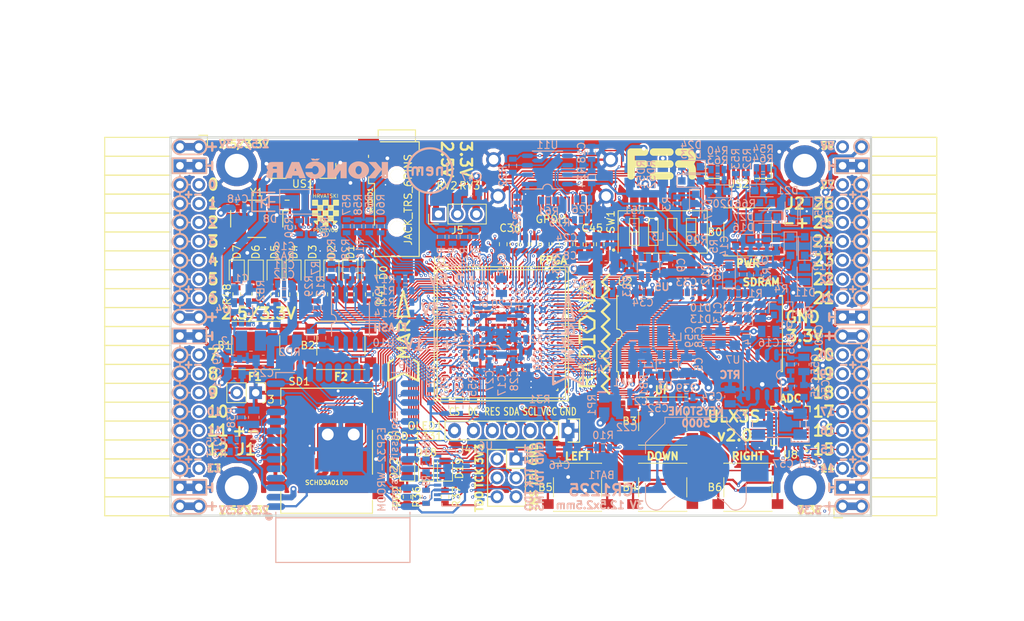
<source format=kicad_pcb>
(kicad_pcb (version 20171130) (host pcbnew 5.0.0-rc2+dfsg1-3)

  (general
    (thickness 1.6)
    (drawings 503)
    (tracks 5012)
    (zones 0)
    (modules 217)
    (nets 319)
  )

  (page A4)
  (layers
    (0 F.Cu signal)
    (1 In1.Cu signal hide)
    (2 In2.Cu signal)
    (31 B.Cu signal)
    (32 B.Adhes user)
    (33 F.Adhes user)
    (34 B.Paste user)
    (35 F.Paste user)
    (36 B.SilkS user)
    (37 F.SilkS user)
    (38 B.Mask user)
    (39 F.Mask user)
    (40 Dwgs.User user)
    (41 Cmts.User user)
    (42 Eco1.User user)
    (43 Eco2.User user)
    (44 Edge.Cuts user)
    (45 Margin user)
    (46 B.CrtYd user)
    (47 F.CrtYd user)
    (48 B.Fab user hide)
    (49 F.Fab user)
  )

  (setup
    (last_trace_width 0.3)
    (trace_clearance 0.127)
    (zone_clearance 0.127)
    (zone_45_only no)
    (trace_min 0.127)
    (segment_width 0.2)
    (edge_width 0.2)
    (via_size 0.4)
    (via_drill 0.2)
    (via_min_size 0.4)
    (via_min_drill 0.2)
    (uvia_size 0.3)
    (uvia_drill 0.1)
    (uvias_allowed no)
    (uvia_min_size 0.2)
    (uvia_min_drill 0.1)
    (pcb_text_width 0.3)
    (pcb_text_size 1.5 1.5)
    (mod_edge_width 0.15)
    (mod_text_size 1 1)
    (mod_text_width 0.15)
    (pad_size 3.7 3.5)
    (pad_drill 0)
    (pad_to_mask_clearance 0.05)
    (aux_axis_origin 94.1 112.22)
    (grid_origin 93.48 113)
    (visible_elements 7FFFFFFF)
    (pcbplotparams
      (layerselection 0x010fc_ffffffff)
      (usegerberextensions true)
      (usegerberattributes false)
      (usegerberadvancedattributes false)
      (creategerberjobfile false)
      (excludeedgelayer true)
      (linewidth 0.100000)
      (plotframeref false)
      (viasonmask false)
      (mode 1)
      (useauxorigin false)
      (hpglpennumber 1)
      (hpglpenspeed 20)
      (hpglpendiameter 15)
      (psnegative false)
      (psa4output false)
      (plotreference true)
      (plotvalue true)
      (plotinvisibletext false)
      (padsonsilk false)
      (subtractmaskfromsilk false)
      (outputformat 1)
      (mirror false)
      (drillshape 0)
      (scaleselection 1)
      (outputdirectory plot))
  )

  (net 0 "")
  (net 1 GND)
  (net 2 +5V)
  (net 3 /gpio/IN5V)
  (net 4 /gpio/OUT5V)
  (net 5 +3V3)
  (net 6 BTN_D)
  (net 7 BTN_F1)
  (net 8 BTN_F2)
  (net 9 BTN_L)
  (net 10 BTN_R)
  (net 11 BTN_U)
  (net 12 /power/FB1)
  (net 13 +2V5)
  (net 14 /power/PWREN)
  (net 15 /power/FB3)
  (net 16 /power/FB2)
  (net 17 /power/VBAT)
  (net 18 JTAG_TDI)
  (net 19 JTAG_TCK)
  (net 20 JTAG_TMS)
  (net 21 JTAG_TDO)
  (net 22 /power/WAKEUPn)
  (net 23 /power/WKUP)
  (net 24 /power/SHUT)
  (net 25 /power/WAKE)
  (net 26 /power/HOLD)
  (net 27 /power/WKn)
  (net 28 /power/OSCI_32k)
  (net 29 /power/OSCO_32k)
  (net 30 SHUTDOWN)
  (net 31 GPDI_SDA)
  (net 32 GPDI_SCL)
  (net 33 /gpdi/VREF2)
  (net 34 SD_CMD)
  (net 35 SD_CLK)
  (net 36 SD_D0)
  (net 37 SD_D1)
  (net 38 USB5V)
  (net 39 GPDI_CEC)
  (net 40 nRESET)
  (net 41 FTDI_nDTR)
  (net 42 SDRAM_CKE)
  (net 43 SDRAM_A7)
  (net 44 SDRAM_D15)
  (net 45 SDRAM_BA1)
  (net 46 SDRAM_D7)
  (net 47 SDRAM_A6)
  (net 48 SDRAM_CLK)
  (net 49 SDRAM_D13)
  (net 50 SDRAM_BA0)
  (net 51 SDRAM_D6)
  (net 52 SDRAM_A5)
  (net 53 SDRAM_D14)
  (net 54 SDRAM_A11)
  (net 55 SDRAM_D12)
  (net 56 SDRAM_D5)
  (net 57 SDRAM_A4)
  (net 58 SDRAM_A10)
  (net 59 SDRAM_D11)
  (net 60 SDRAM_A3)
  (net 61 SDRAM_D4)
  (net 62 SDRAM_D10)
  (net 63 SDRAM_D9)
  (net 64 SDRAM_A9)
  (net 65 SDRAM_D3)
  (net 66 SDRAM_D8)
  (net 67 SDRAM_A8)
  (net 68 SDRAM_A2)
  (net 69 SDRAM_A1)
  (net 70 SDRAM_A0)
  (net 71 SDRAM_D2)
  (net 72 SDRAM_D1)
  (net 73 SDRAM_D0)
  (net 74 SDRAM_DQM0)
  (net 75 SDRAM_nCS)
  (net 76 SDRAM_nRAS)
  (net 77 SDRAM_DQM1)
  (net 78 SDRAM_nCAS)
  (net 79 SDRAM_nWE)
  (net 80 /flash/FLASH_nWP)
  (net 81 /flash/FLASH_nHOLD)
  (net 82 /flash/FLASH_MOSI)
  (net 83 /flash/FLASH_MISO)
  (net 84 /flash/FLASH_SCK)
  (net 85 /flash/FLASH_nCS)
  (net 86 /flash/FPGA_PROGRAMN)
  (net 87 /flash/FPGA_DONE)
  (net 88 /flash/FPGA_INITN)
  (net 89 OLED_RES)
  (net 90 OLED_DC)
  (net 91 OLED_CS)
  (net 92 WIFI_EN)
  (net 93 FTDI_nRTS)
  (net 94 FTDI_TXD)
  (net 95 FTDI_RXD)
  (net 96 WIFI_RXD)
  (net 97 WIFI_GPIO0)
  (net 98 WIFI_TXD)
  (net 99 USB_FTDI_D+)
  (net 100 USB_FTDI_D-)
  (net 101 SD_D3)
  (net 102 AUDIO_L3)
  (net 103 AUDIO_L2)
  (net 104 AUDIO_L1)
  (net 105 AUDIO_L0)
  (net 106 AUDIO_R3)
  (net 107 AUDIO_R2)
  (net 108 AUDIO_R1)
  (net 109 AUDIO_R0)
  (net 110 OLED_CLK)
  (net 111 OLED_MOSI)
  (net 112 LED0)
  (net 113 LED1)
  (net 114 LED2)
  (net 115 LED3)
  (net 116 LED4)
  (net 117 LED5)
  (net 118 LED6)
  (net 119 LED7)
  (net 120 BTN_PWRn)
  (net 121 FTDI_nTXLED)
  (net 122 FTDI_nSLEEP)
  (net 123 /blinkey/LED_PWREN)
  (net 124 /blinkey/LED_TXLED)
  (net 125 /sdcard/SD3V3)
  (net 126 SD_D2)
  (net 127 CLK_25MHz)
  (net 128 /blinkey/BTNPUL)
  (net 129 /blinkey/BTNPUR)
  (net 130 USB_FPGA_D+)
  (net 131 /power/FTDI_nSUSPEND)
  (net 132 /blinkey/ALED0)
  (net 133 /blinkey/ALED1)
  (net 134 /blinkey/ALED2)
  (net 135 /blinkey/ALED3)
  (net 136 /blinkey/ALED4)
  (net 137 /blinkey/ALED5)
  (net 138 /blinkey/ALED6)
  (net 139 /blinkey/ALED7)
  (net 140 /usb/FTD-)
  (net 141 /usb/FTD+)
  (net 142 ADC_MISO)
  (net 143 ADC_MOSI)
  (net 144 ADC_CSn)
  (net 145 ADC_SCLK)
  (net 146 SW3)
  (net 147 SW2)
  (net 148 SW1)
  (net 149 USB_FPGA_D-)
  (net 150 /usb/FPD+)
  (net 151 /usb/FPD-)
  (net 152 WIFI_GPIO16)
  (net 153 /usb/ANT_433MHz)
  (net 154 /power/PWRBTn)
  (net 155 PROG_DONE)
  (net 156 /power/P3V3)
  (net 157 /power/P2V5)
  (net 158 /power/L1)
  (net 159 /power/L3)
  (net 160 /power/L2)
  (net 161 FTDI_TXDEN)
  (net 162 SDRAM_A12)
  (net 163 /analog/AUDIO_V)
  (net 164 AUDIO_V3)
  (net 165 AUDIO_V2)
  (net 166 AUDIO_V1)
  (net 167 AUDIO_V0)
  (net 168 /blinkey/LED_WIFI)
  (net 169 /power/P1V1)
  (net 170 +1V1)
  (net 171 SW4)
  (net 172 /blinkey/SWPU)
  (net 173 /wifi/WIFIEN)
  (net 174 FT2V5)
  (net 175 GN0)
  (net 176 GP0)
  (net 177 GN1)
  (net 178 GP1)
  (net 179 GN2)
  (net 180 GP2)
  (net 181 GN3)
  (net 182 GP3)
  (net 183 GN4)
  (net 184 GP4)
  (net 185 GN5)
  (net 186 GP5)
  (net 187 GN6)
  (net 188 GP6)
  (net 189 GN14)
  (net 190 GP14)
  (net 191 GN15)
  (net 192 GP15)
  (net 193 GN16)
  (net 194 GP16)
  (net 195 GN17)
  (net 196 GP17)
  (net 197 GN18)
  (net 198 GP18)
  (net 199 GN19)
  (net 200 GP19)
  (net 201 GN20)
  (net 202 GP20)
  (net 203 GN21)
  (net 204 GP21)
  (net 205 GN22)
  (net 206 GP22)
  (net 207 GN23)
  (net 208 GP23)
  (net 209 GN24)
  (net 210 GP24)
  (net 211 GN25)
  (net 212 GP25)
  (net 213 GN26)
  (net 214 GP26)
  (net 215 GN27)
  (net 216 GP27)
  (net 217 GN7)
  (net 218 GP7)
  (net 219 GN8)
  (net 220 GP8)
  (net 221 GN9)
  (net 222 GP9)
  (net 223 GN10)
  (net 224 GP10)
  (net 225 GN11)
  (net 226 GP11)
  (net 227 GN12)
  (net 228 GP12)
  (net 229 GN13)
  (net 230 GP13)
  (net 231 WIFI_GPIO5)
  (net 232 WIFI_GPIO17)
  (net 233 USB_FPGA_PULL_D+)
  (net 234 USB_FPGA_PULL_D-)
  (net 235 "Net-(D23-Pad2)")
  (net 236 "Net-(D24-Pad1)")
  (net 237 "Net-(D25-Pad2)")
  (net 238 "Net-(D26-Pad1)")
  (net 239 /gpdi/GPDI_ETH+)
  (net 240 FPDI_ETH+)
  (net 241 /gpdi/GPDI_ETH-)
  (net 242 FPDI_ETH-)
  (net 243 /gpdi/GPDI_D2-)
  (net 244 FPDI_D2-)
  (net 245 /gpdi/GPDI_D1-)
  (net 246 FPDI_D1-)
  (net 247 /gpdi/GPDI_D0-)
  (net 248 FPDI_D0-)
  (net 249 /gpdi/GPDI_CLK-)
  (net 250 FPDI_CLK-)
  (net 251 /gpdi/GPDI_D2+)
  (net 252 FPDI_D2+)
  (net 253 /gpdi/GPDI_D1+)
  (net 254 FPDI_D1+)
  (net 255 /gpdi/GPDI_D0+)
  (net 256 FPDI_D0+)
  (net 257 /gpdi/GPDI_CLK+)
  (net 258 FPDI_CLK+)
  (net 259 FPDI_SDA)
  (net 260 FPDI_SCL)
  (net 261 /gpdi/FPDI_CEC)
  (net 262 2V5_3V3)
  (net 263 "Net-(AUDIO1-Pad5)")
  (net 264 "Net-(AUDIO1-Pad6)")
  (net 265 "Net-(U1-PadA15)")
  (net 266 "Net-(U1-PadC9)")
  (net 267 "Net-(U1-PadD9)")
  (net 268 "Net-(U1-PadD10)")
  (net 269 "Net-(U1-PadD11)")
  (net 270 "Net-(U1-PadD12)")
  (net 271 "Net-(U1-PadE6)")
  (net 272 "Net-(U1-PadE9)")
  (net 273 "Net-(U1-PadE10)")
  (net 274 "Net-(U1-PadE11)")
  (net 275 "Net-(U1-PadJ4)")
  (net 276 "Net-(U1-PadJ5)")
  (net 277 "Net-(U1-PadK5)")
  (net 278 "Net-(U1-PadL5)")
  (net 279 "Net-(U1-PadM4)")
  (net 280 "Net-(U1-PadM5)")
  (net 281 SD_CD)
  (net 282 SD_WP)
  (net 283 "Net-(U1-PadR3)")
  (net 284 "Net-(U1-PadT16)")
  (net 285 "Net-(U1-PadW4)")
  (net 286 "Net-(U1-PadW5)")
  (net 287 "Net-(U1-PadW8)")
  (net 288 "Net-(U1-PadW9)")
  (net 289 "Net-(U1-PadW13)")
  (net 290 "Net-(U1-PadW14)")
  (net 291 "Net-(U1-PadW17)")
  (net 292 "Net-(U1-PadW18)")
  (net 293 FTDI_nRXLED)
  (net 294 "Net-(U8-Pad12)")
  (net 295 "Net-(U8-Pad25)")
  (net 296 "Net-(U9-Pad32)")
  (net 297 "Net-(U9-Pad22)")
  (net 298 "Net-(U9-Pad21)")
  (net 299 "Net-(U9-Pad20)")
  (net 300 "Net-(U9-Pad19)")
  (net 301 "Net-(U9-Pad18)")
  (net 302 "Net-(U9-Pad17)")
  (net 303 "Net-(U9-Pad12)")
  (net 304 "Net-(U9-Pad5)")
  (net 305 "Net-(U9-Pad4)")
  (net 306 "Net-(US1-Pad4)")
  (net 307 "Net-(Y2-Pad3)")
  (net 308 "Net-(Y2-Pad2)")
  (net 309 "Net-(U1-PadK16)")
  (net 310 "Net-(U1-PadK17)")
  (net 311 /usb/US2VBUS)
  (net 312 /power/SHD)
  (net 313 /power/RTCVDD)
  (net 314 "Net-(D27-Pad2)")
  (net 315 US2_ID)
  (net 316 /analog/AUDIO_L)
  (net 317 /analog/AUDIO_R)
  (net 318 /analog/ADC3V3)

  (net_class Default "This is the default net class."
    (clearance 0.127)
    (trace_width 0.3)
    (via_dia 0.4)
    (via_drill 0.2)
    (uvia_dia 0.3)
    (uvia_drill 0.1)
    (add_net +1V1)
    (add_net +2V5)
    (add_net +3V3)
    (add_net +5V)
    (add_net /analog/ADC3V3)
    (add_net /analog/AUDIO_L)
    (add_net /analog/AUDIO_R)
    (add_net /analog/AUDIO_V)
    (add_net /blinkey/ALED0)
    (add_net /blinkey/ALED1)
    (add_net /blinkey/ALED2)
    (add_net /blinkey/ALED3)
    (add_net /blinkey/ALED4)
    (add_net /blinkey/ALED5)
    (add_net /blinkey/ALED6)
    (add_net /blinkey/ALED7)
    (add_net /blinkey/BTNPUL)
    (add_net /blinkey/BTNPUR)
    (add_net /blinkey/LED_PWREN)
    (add_net /blinkey/LED_TXLED)
    (add_net /blinkey/LED_WIFI)
    (add_net /blinkey/SWPU)
    (add_net /gpdi/GPDI_CLK+)
    (add_net /gpdi/GPDI_CLK-)
    (add_net /gpdi/GPDI_D0+)
    (add_net /gpdi/GPDI_D0-)
    (add_net /gpdi/GPDI_D1+)
    (add_net /gpdi/GPDI_D1-)
    (add_net /gpdi/GPDI_D2+)
    (add_net /gpdi/GPDI_D2-)
    (add_net /gpdi/GPDI_ETH+)
    (add_net /gpdi/GPDI_ETH-)
    (add_net /gpdi/VREF2)
    (add_net /gpio/IN5V)
    (add_net /gpio/OUT5V)
    (add_net /power/FB1)
    (add_net /power/FB2)
    (add_net /power/FB3)
    (add_net /power/FTDI_nSUSPEND)
    (add_net /power/HOLD)
    (add_net /power/L1)
    (add_net /power/L2)
    (add_net /power/L3)
    (add_net /power/OSCI_32k)
    (add_net /power/OSCO_32k)
    (add_net /power/P1V1)
    (add_net /power/P2V5)
    (add_net /power/P3V3)
    (add_net /power/PWRBTn)
    (add_net /power/PWREN)
    (add_net /power/RTCVDD)
    (add_net /power/SHD)
    (add_net /power/SHUT)
    (add_net /power/VBAT)
    (add_net /power/WAKE)
    (add_net /power/WAKEUPn)
    (add_net /power/WKUP)
    (add_net /power/WKn)
    (add_net /sdcard/SD3V3)
    (add_net /usb/ANT_433MHz)
    (add_net /usb/FPD+)
    (add_net /usb/FPD-)
    (add_net /usb/FTD+)
    (add_net /usb/FTD-)
    (add_net /usb/US2VBUS)
    (add_net /wifi/WIFIEN)
    (add_net 2V5_3V3)
    (add_net FT2V5)
    (add_net FTDI_nRXLED)
    (add_net GND)
    (add_net "Net-(AUDIO1-Pad5)")
    (add_net "Net-(AUDIO1-Pad6)")
    (add_net "Net-(D23-Pad2)")
    (add_net "Net-(D24-Pad1)")
    (add_net "Net-(D25-Pad2)")
    (add_net "Net-(D26-Pad1)")
    (add_net "Net-(D27-Pad2)")
    (add_net "Net-(U1-PadA15)")
    (add_net "Net-(U1-PadC9)")
    (add_net "Net-(U1-PadD10)")
    (add_net "Net-(U1-PadD11)")
    (add_net "Net-(U1-PadD12)")
    (add_net "Net-(U1-PadD9)")
    (add_net "Net-(U1-PadE10)")
    (add_net "Net-(U1-PadE11)")
    (add_net "Net-(U1-PadE6)")
    (add_net "Net-(U1-PadE9)")
    (add_net "Net-(U1-PadJ4)")
    (add_net "Net-(U1-PadJ5)")
    (add_net "Net-(U1-PadK16)")
    (add_net "Net-(U1-PadK17)")
    (add_net "Net-(U1-PadK5)")
    (add_net "Net-(U1-PadL5)")
    (add_net "Net-(U1-PadM4)")
    (add_net "Net-(U1-PadM5)")
    (add_net "Net-(U1-PadR3)")
    (add_net "Net-(U1-PadT16)")
    (add_net "Net-(U1-PadW13)")
    (add_net "Net-(U1-PadW14)")
    (add_net "Net-(U1-PadW17)")
    (add_net "Net-(U1-PadW18)")
    (add_net "Net-(U1-PadW4)")
    (add_net "Net-(U1-PadW5)")
    (add_net "Net-(U1-PadW8)")
    (add_net "Net-(U1-PadW9)")
    (add_net "Net-(U8-Pad12)")
    (add_net "Net-(U8-Pad25)")
    (add_net "Net-(U9-Pad12)")
    (add_net "Net-(U9-Pad17)")
    (add_net "Net-(U9-Pad18)")
    (add_net "Net-(U9-Pad19)")
    (add_net "Net-(U9-Pad20)")
    (add_net "Net-(U9-Pad21)")
    (add_net "Net-(U9-Pad22)")
    (add_net "Net-(U9-Pad32)")
    (add_net "Net-(U9-Pad4)")
    (add_net "Net-(U9-Pad5)")
    (add_net "Net-(US1-Pad4)")
    (add_net "Net-(Y2-Pad2)")
    (add_net "Net-(Y2-Pad3)")
    (add_net SD_CD)
    (add_net SD_WP)
    (add_net US2_ID)
    (add_net USB5V)
  )

  (net_class BGA ""
    (clearance 0.127)
    (trace_width 0.19)
    (via_dia 0.4)
    (via_drill 0.2)
    (uvia_dia 0.3)
    (uvia_drill 0.1)
    (add_net /flash/FLASH_MISO)
    (add_net /flash/FLASH_MOSI)
    (add_net /flash/FLASH_SCK)
    (add_net /flash/FLASH_nCS)
    (add_net /flash/FLASH_nHOLD)
    (add_net /flash/FLASH_nWP)
    (add_net /flash/FPGA_DONE)
    (add_net /flash/FPGA_INITN)
    (add_net /flash/FPGA_PROGRAMN)
    (add_net /gpdi/FPDI_CEC)
    (add_net ADC_CSn)
    (add_net ADC_MISO)
    (add_net ADC_MOSI)
    (add_net ADC_SCLK)
    (add_net AUDIO_L0)
    (add_net AUDIO_L1)
    (add_net AUDIO_L2)
    (add_net AUDIO_L3)
    (add_net AUDIO_R0)
    (add_net AUDIO_R1)
    (add_net AUDIO_R2)
    (add_net AUDIO_R3)
    (add_net AUDIO_V0)
    (add_net AUDIO_V1)
    (add_net AUDIO_V2)
    (add_net AUDIO_V3)
    (add_net BTN_D)
    (add_net BTN_F1)
    (add_net BTN_F2)
    (add_net BTN_L)
    (add_net BTN_PWRn)
    (add_net BTN_R)
    (add_net BTN_U)
    (add_net CLK_25MHz)
    (add_net FPDI_CLK+)
    (add_net FPDI_CLK-)
    (add_net FPDI_D0+)
    (add_net FPDI_D0-)
    (add_net FPDI_D1+)
    (add_net FPDI_D1-)
    (add_net FPDI_D2+)
    (add_net FPDI_D2-)
    (add_net FPDI_ETH+)
    (add_net FPDI_ETH-)
    (add_net FPDI_SCL)
    (add_net FPDI_SDA)
    (add_net FTDI_RXD)
    (add_net FTDI_TXD)
    (add_net FTDI_TXDEN)
    (add_net FTDI_nDTR)
    (add_net FTDI_nRTS)
    (add_net FTDI_nSLEEP)
    (add_net FTDI_nTXLED)
    (add_net GN0)
    (add_net GN1)
    (add_net GN10)
    (add_net GN11)
    (add_net GN12)
    (add_net GN13)
    (add_net GN14)
    (add_net GN15)
    (add_net GN16)
    (add_net GN17)
    (add_net GN18)
    (add_net GN19)
    (add_net GN2)
    (add_net GN20)
    (add_net GN21)
    (add_net GN22)
    (add_net GN23)
    (add_net GN24)
    (add_net GN25)
    (add_net GN26)
    (add_net GN27)
    (add_net GN3)
    (add_net GN4)
    (add_net GN5)
    (add_net GN6)
    (add_net GN7)
    (add_net GN8)
    (add_net GN9)
    (add_net GP0)
    (add_net GP1)
    (add_net GP10)
    (add_net GP11)
    (add_net GP12)
    (add_net GP13)
    (add_net GP14)
    (add_net GP15)
    (add_net GP16)
    (add_net GP17)
    (add_net GP18)
    (add_net GP19)
    (add_net GP2)
    (add_net GP20)
    (add_net GP21)
    (add_net GP22)
    (add_net GP23)
    (add_net GP24)
    (add_net GP25)
    (add_net GP26)
    (add_net GP27)
    (add_net GP3)
    (add_net GP4)
    (add_net GP5)
    (add_net GP6)
    (add_net GP7)
    (add_net GP8)
    (add_net GP9)
    (add_net GPDI_CEC)
    (add_net GPDI_SCL)
    (add_net GPDI_SDA)
    (add_net JTAG_TCK)
    (add_net JTAG_TDI)
    (add_net JTAG_TDO)
    (add_net JTAG_TMS)
    (add_net LED0)
    (add_net LED1)
    (add_net LED2)
    (add_net LED3)
    (add_net LED4)
    (add_net LED5)
    (add_net LED6)
    (add_net LED7)
    (add_net OLED_CLK)
    (add_net OLED_CS)
    (add_net OLED_DC)
    (add_net OLED_MOSI)
    (add_net OLED_RES)
    (add_net PROG_DONE)
    (add_net SDRAM_A0)
    (add_net SDRAM_A1)
    (add_net SDRAM_A10)
    (add_net SDRAM_A11)
    (add_net SDRAM_A12)
    (add_net SDRAM_A2)
    (add_net SDRAM_A3)
    (add_net SDRAM_A4)
    (add_net SDRAM_A5)
    (add_net SDRAM_A6)
    (add_net SDRAM_A7)
    (add_net SDRAM_A8)
    (add_net SDRAM_A9)
    (add_net SDRAM_BA0)
    (add_net SDRAM_BA1)
    (add_net SDRAM_CKE)
    (add_net SDRAM_CLK)
    (add_net SDRAM_D0)
    (add_net SDRAM_D1)
    (add_net SDRAM_D10)
    (add_net SDRAM_D11)
    (add_net SDRAM_D12)
    (add_net SDRAM_D13)
    (add_net SDRAM_D14)
    (add_net SDRAM_D15)
    (add_net SDRAM_D2)
    (add_net SDRAM_D3)
    (add_net SDRAM_D4)
    (add_net SDRAM_D5)
    (add_net SDRAM_D6)
    (add_net SDRAM_D7)
    (add_net SDRAM_D8)
    (add_net SDRAM_D9)
    (add_net SDRAM_DQM0)
    (add_net SDRAM_DQM1)
    (add_net SDRAM_nCAS)
    (add_net SDRAM_nCS)
    (add_net SDRAM_nRAS)
    (add_net SDRAM_nWE)
    (add_net SD_CLK)
    (add_net SD_CMD)
    (add_net SD_D0)
    (add_net SD_D1)
    (add_net SD_D2)
    (add_net SD_D3)
    (add_net SHUTDOWN)
    (add_net SW1)
    (add_net SW2)
    (add_net SW3)
    (add_net SW4)
    (add_net USB_FPGA_D+)
    (add_net USB_FPGA_D-)
    (add_net USB_FPGA_PULL_D+)
    (add_net USB_FPGA_PULL_D-)
    (add_net USB_FTDI_D+)
    (add_net USB_FTDI_D-)
    (add_net WIFI_EN)
    (add_net WIFI_GPIO0)
    (add_net WIFI_GPIO16)
    (add_net WIFI_GPIO17)
    (add_net WIFI_GPIO5)
    (add_net WIFI_RXD)
    (add_net WIFI_TXD)
    (add_net nRESET)
  )

  (net_class Minimal ""
    (clearance 0.127)
    (trace_width 0.127)
    (via_dia 0.4)
    (via_drill 0.2)
    (uvia_dia 0.3)
    (uvia_drill 0.1)
  )

  (module Keystone_3000_1x12mm-CoinCell:Keystone_3000_1x12mm-CoinCell (layer B.Cu) (tedit 5B3B36A9) (tstamp 58D7ADD9)
    (at 164.585 105.87 90)
    (descr http://www.keyelco.com/product-pdf.cfm?p=777)
    (tags "Keystone type 3000 coin cell retainer")
    (path /58D51CAD/58D72202)
    (attr smd)
    (fp_text reference BAT1 (at -0.907 -12.685 180) (layer B.SilkS)
      (effects (font (size 1 1) (thickness 0.15)) (justify mirror))
    )
    (fp_text value CR1225 (at 0 -7.5 90) (layer B.Fab)
      (effects (font (size 1 1) (thickness 0.15)) (justify mirror))
    )
    (fp_arc (start -8.9 0) (end -3.8 -2.8) (angle -21.8) (layer B.SilkS) (width 0.12))
    (fp_arc (start -8.9 0) (end -5.2 4.5) (angle -22.6) (layer B.SilkS) (width 0.12))
    (fp_arc (start 0 0) (end -6.75 0) (angle -36.6) (layer B.CrtYd) (width 0.05))
    (fp_arc (start -9.15 -0.11) (end -5.65 -4.22) (angle 3.1) (layer B.CrtYd) (width 0.05))
    (fp_arc (start -9.15 -0.11) (end -5.65 4.22) (angle -3.1) (layer B.CrtYd) (width 0.05))
    (fp_arc (start 0 0) (end -6.75 0) (angle 36.6) (layer B.CrtYd) (width 0.05))
    (fp_arc (start -4.1 -5.25) (end -6.1 -5.3) (angle 90) (layer B.CrtYd) (width 0.05))
    (fp_arc (start -4.6 -5.29) (end -5.65 -4.22) (angle 54.1) (layer B.CrtYd) (width 0.05))
    (fp_arc (start -4.6 5.29) (end -5.65 4.22) (angle -54.1) (layer B.CrtYd) (width 0.05))
    (fp_circle (center 0 0) (end -6.25 0) (layer B.Fab) (width 0.15))
    (fp_arc (start -4.6 -5.29) (end -5.2 -4.5) (angle 60) (layer B.SilkS) (width 0.12))
    (fp_arc (start -4.6 5.29) (end -5.2 4.5) (angle -60) (layer B.SilkS) (width 0.12))
    (fp_arc (start -4.6 -5.29) (end -5.1 -4.6) (angle 60) (layer B.Fab) (width 0.1))
    (fp_arc (start -4.6 5.29) (end -5.1 4.6) (angle -60) (layer B.Fab) (width 0.1))
    (fp_arc (start -8.9 0) (end -5.1 4.6) (angle -101) (layer B.Fab) (width 0.1))
    (fp_arc (start -4.1 5.25) (end -6.1 5.3) (angle -90) (layer B.CrtYd) (width 0.05))
    (fp_arc (start -4.1 -5.25) (end -5.6 -5.3) (angle 90) (layer B.SilkS) (width 0.12))
    (fp_arc (start -4.1 5.25) (end -5.6 5.3) (angle -90) (layer B.SilkS) (width 0.12))
    (fp_line (start -2.15 7.25) (end -4.1 7.25) (layer B.CrtYd) (width 0.05))
    (fp_line (start -2.15 -7.25) (end -4.1 -7.25) (layer B.CrtYd) (width 0.05))
    (fp_line (start -2 -6.75) (end -4.1 -6.75) (layer B.SilkS) (width 0.12))
    (fp_line (start -2 6.75) (end -4.1 6.75) (layer B.SilkS) (width 0.12))
    (fp_arc (start -4.1 -5.25) (end -5.45 -5.3) (angle 90) (layer B.Fab) (width 0.1))
    (fp_line (start 2.15 -7.25) (end 3.8 -7.25) (layer B.CrtYd) (width 0.05))
    (fp_line (start 3.8 -7.25) (end 6.4 -4.65) (layer B.CrtYd) (width 0.05))
    (fp_line (start 6.4 -4.65) (end 7.35 -4.65) (layer B.CrtYd) (width 0.05))
    (fp_line (start 7.35 4.65) (end 7.35 -4.65) (layer B.CrtYd) (width 0.05))
    (fp_line (start 6.4 4.65) (end 7.35 4.65) (layer B.CrtYd) (width 0.05))
    (fp_line (start 3.8 7.25) (end 6.4 4.65) (layer B.CrtYd) (width 0.05))
    (fp_line (start 2.15 7.25) (end 3.8 7.25) (layer B.CrtYd) (width 0.05))
    (fp_line (start 2 6.75) (end 3.45 6.75) (layer B.SilkS) (width 0.12))
    (fp_line (start 3.45 6.75) (end 6.05 4.15) (layer B.SilkS) (width 0.12))
    (fp_line (start 6.05 4.15) (end 6.85 4.15) (layer B.SilkS) (width 0.12))
    (fp_line (start 6.85 4.15) (end 6.85 -4.15) (layer B.SilkS) (width 0.12))
    (fp_line (start 6.85 -4.15) (end 6.05 -4.15) (layer B.SilkS) (width 0.12))
    (fp_line (start 6.05 -4.15) (end 3.45 -6.75) (layer B.SilkS) (width 0.12))
    (fp_line (start 3.45 -6.75) (end 2 -6.75) (layer B.SilkS) (width 0.12))
    (fp_line (start 2.15 7.25) (end 2.15 10.15) (layer B.CrtYd) (width 0.05))
    (fp_line (start 2.15 10.15) (end -2.15 10.15) (layer B.CrtYd) (width 0.05))
    (fp_line (start -2.15 10.15) (end -2.15 7.25) (layer B.CrtYd) (width 0.05))
    (fp_line (start 2.15 -7.25) (end 2.15 -10.15) (layer B.CrtYd) (width 0.05))
    (fp_line (start 2.15 -10.15) (end -2.15 -10.15) (layer B.CrtYd) (width 0.05))
    (fp_line (start -2.15 -10.15) (end -2.15 -7.25) (layer B.CrtYd) (width 0.05))
    (fp_arc (start -4.1 5.25) (end -5.45 5.3) (angle -90) (layer B.Fab) (width 0.1))
    (fp_line (start 3.4 -6.6) (end -4.1 -6.6) (layer B.Fab) (width 0.1))
    (fp_line (start 3.4 6.6) (end -4.1 6.6) (layer B.Fab) (width 0.1))
    (fp_line (start 6 -4) (end 3.4 -6.6) (layer B.Fab) (width 0.1))
    (fp_line (start 6 4) (end 3.4 6.6) (layer B.Fab) (width 0.1))
    (fp_line (start 6.7 -4) (end 6 -4) (layer B.Fab) (width 0.1))
    (fp_line (start 6.7 4) (end 6 4) (layer B.Fab) (width 0.1))
    (fp_line (start 6.7 4) (end 6.7 -4) (layer B.Fab) (width 0.1))
    (pad 1 smd rect (at 0 7.9 180) (size 3.7 3.5) (layers B.Cu B.Paste B.Mask)
      (net 17 /power/VBAT) (clearance 0.7))
    (pad 1 smd rect (at 0 -7.9 180) (size 3.7 3.5) (layers B.Cu B.Paste B.Mask)
      (net 17 /power/VBAT) (clearance 0.7))
    (pad 2 smd circle (at 0 0 180) (size 9 9) (layers B.Cu B.Mask)
      (net 1 GND))
    (model ${KIPRJMOD}/footprints/battery/keystone3000tr.3dshapes/keystone3000tr.wrl
      (offset (xyz 0 0 3))
      (scale (xyz 0.3931 0.3931 0.3931))
      (rotate (xyz -90 0 -90))
    )
  )

  (module SM8:SM8 (layer B.Cu) (tedit 5B1AB739) (tstamp 5B17ED8A)
    (at 144.68 65.8015 90)
    (descr "TI SM8 SOIC-8 150 mil")
    (tags "SOIC-8 1.27 150 mil SOT96-1")
    (path /58D686D9/5B01C6B5)
    (attr smd)
    (fp_text reference U11 (at 3.3475 -0.019 -180) (layer B.SilkS)
      (effects (font (size 1 1) (thickness 0.15)) (justify mirror))
    )
    (fp_text value PCA9306D (at 4.318 -5.588 -180) (layer B.Fab)
      (effects (font (size 1 1) (thickness 0.15)) (justify mirror))
    )
    (fp_line (start -2.45 1.95) (end 2.45 1.95) (layer B.Fab) (width 0.15))
    (fp_line (start 2.45 1.95) (end 2.45 -1.95) (layer B.Fab) (width 0.15))
    (fp_line (start 2.45 -1.95) (end -1.45 -1.95) (layer B.Fab) (width 0.15))
    (fp_line (start -1.45 -1.95) (end -2.45 -0.95) (layer B.Fab) (width 0.15))
    (fp_line (start -2.75 -3.75) (end 2.75 -3.75) (layer B.CrtYd) (width 0.05))
    (fp_line (start -2.75 3.75) (end 2.75 3.75) (layer B.CrtYd) (width 0.05))
    (fp_line (start -2.75 -3.75) (end -2.75 3.75) (layer B.CrtYd) (width 0.05))
    (fp_line (start 2.75 -3.75) (end 2.75 3.75) (layer B.CrtYd) (width 0.05))
    (fp_line (start -2.54 -0.635) (end -2.54 -3.302) (layer B.SilkS) (width 0.15))
    (fp_line (start -2.54 0.635) (end -2.54 2.032) (layer B.SilkS) (width 0.15))
    (fp_line (start 2.54 2.032) (end 2.54 -2.032) (layer B.SilkS) (width 0.15))
    (fp_arc (start -2.54 0) (end -2.54 -0.635) (angle 180) (layer B.SilkS) (width 0.15))
    (pad 1 smd rect (at -1.905 -2.7) (size 1.55 0.6) (layers B.Cu B.Paste B.Mask)
      (net 1 GND))
    (pad 2 smd oval (at -0.635 -2.7) (size 1.55 0.6) (layers B.Cu B.Paste B.Mask)
      (net 13 +2V5))
    (pad 3 smd oval (at 0.635 -2.7) (size 1.55 0.6) (layers B.Cu B.Paste B.Mask)
      (net 260 FPDI_SCL))
    (pad 4 smd oval (at 1.905 -2.7) (size 1.55 0.6) (layers B.Cu B.Paste B.Mask)
      (net 259 FPDI_SDA))
    (pad 5 smd oval (at 1.905 2.7) (size 1.55 0.6) (layers B.Cu B.Paste B.Mask)
      (net 31 GPDI_SDA))
    (pad 6 smd oval (at 0.635 2.7) (size 1.55 0.6) (layers B.Cu B.Paste B.Mask)
      (net 32 GPDI_SCL))
    (pad 7 smd oval (at -0.635 2.7) (size 1.55 0.6) (layers B.Cu B.Paste B.Mask)
      (net 33 /gpdi/VREF2))
    (pad 8 smd oval (at -1.905 2.7) (size 1.55 0.6) (layers B.Cu B.Paste B.Mask)
      (net 5 +3V3))
    (model ${KISYS3DMOD}/Package_SO.3dshapes/SOIC-8_3.9x4.9mm_P1.27mm.wrl
      (at (xyz 0 0 0))
      (scale (xyz 1 1 1))
      (rotate (xyz 0 0 -90))
    )
  )

  (module TSOP54:TSOP54 (layer F.Cu) (tedit 5B1ADE42) (tstamp 5A111CAC)
    (at 165.093 87.8 90)
    (descr "TSOPII-54: Plastic Thin Small Outline Package; 54 leads; body width 10.16mm; (see 128m-as4c4m32s-tsopii.pdf and http://www.infineon.com/cms/packages/SMD_-_Surface_Mounted_Devices/P-PG-TSOPII/P-TSOPII-54-1.html)")
    (tags "TSOPII 0.8")
    (path /58D6D507/5A04F49A)
    (attr smd)
    (fp_text reference U2 (at 6.98 -9.993 180) (layer F.SilkS)
      (effects (font (size 1 1) (thickness 0.15)))
    )
    (fp_text value MT48LC16M16A2TG (at 0 12 90) (layer F.Fab)
      (effects (font (size 1 1) (thickness 0.15)))
    )
    (fp_line (start -5.08 11.1) (end -5.08 10.9) (layer F.SilkS) (width 0.15))
    (fp_line (start 5.08 11.1) (end 5.08 10.9) (layer F.SilkS) (width 0.15))
    (fp_line (start -5.08 -10.9) (end -5.9 -10.9) (layer F.SilkS) (width 0.15))
    (fp_line (start -5.08 -11.1) (end -5.08 -10.9) (layer F.SilkS) (width 0.15))
    (fp_line (start 5.08 -11.1) (end 5.08 -10.9) (layer F.SilkS) (width 0.15))
    (fp_line (start 5.08 11.11) (end -5.08 11.11) (layer F.SilkS) (width 0.15))
    (fp_line (start -5.08 -11.11) (end -0.635 -11.11) (layer F.SilkS) (width 0.15))
    (fp_arc (start 0 -11.049) (end -0.635 -11.049) (angle -180) (layer F.SilkS) (width 0.15))
    (fp_line (start 0.635 -11.11) (end 5.08 -11.11) (layer F.SilkS) (width 0.15))
    (pad 28 smd rect (at 5.53 10.4 90) (size 0.9 0.56) (layers F.Cu F.Paste F.Mask)
      (net 1 GND))
    (pad 1 smd rect (at -5.53 -10.4 90) (size 0.9 0.56) (layers F.Cu F.Paste F.Mask)
      (net 5 +3V3))
    (pad 2 smd rect (at -5.53 -9.6 90) (size 0.9 0.56) (layers F.Cu F.Paste F.Mask)
      (net 73 SDRAM_D0))
    (pad 3 smd rect (at -5.53 -8.8 90) (size 0.9 0.56) (layers F.Cu F.Paste F.Mask)
      (net 5 +3V3))
    (pad 4 smd rect (at -5.53 -8 90) (size 0.9 0.56) (layers F.Cu F.Paste F.Mask)
      (net 72 SDRAM_D1))
    (pad 5 smd rect (at -5.53 -7.2 90) (size 0.9 0.56) (layers F.Cu F.Paste F.Mask)
      (net 71 SDRAM_D2))
    (pad 6 smd rect (at -5.53 -6.4 90) (size 0.9 0.56) (layers F.Cu F.Paste F.Mask)
      (net 1 GND))
    (pad 7 smd rect (at -5.53 -5.6 90) (size 0.9 0.56) (layers F.Cu F.Paste F.Mask)
      (net 65 SDRAM_D3))
    (pad 8 smd rect (at -5.53 -4.8 90) (size 0.9 0.56) (layers F.Cu F.Paste F.Mask)
      (net 61 SDRAM_D4))
    (pad 9 smd rect (at -5.53 -4 90) (size 0.9 0.56) (layers F.Cu F.Paste F.Mask)
      (net 5 +3V3))
    (pad 10 smd rect (at -5.53 -3.2 90) (size 0.9 0.56) (layers F.Cu F.Paste F.Mask)
      (net 56 SDRAM_D5))
    (pad 11 smd rect (at -5.53 -2.4 90) (size 0.9 0.56) (layers F.Cu F.Paste F.Mask)
      (net 51 SDRAM_D6))
    (pad 12 smd rect (at -5.53 -1.6 90) (size 0.9 0.56) (layers F.Cu F.Paste F.Mask)
      (net 1 GND))
    (pad 13 smd rect (at -5.53 -0.8 90) (size 0.9 0.56) (layers F.Cu F.Paste F.Mask)
      (net 46 SDRAM_D7))
    (pad 14 smd rect (at -5.53 0 90) (size 0.9 0.56) (layers F.Cu F.Paste F.Mask)
      (net 5 +3V3))
    (pad 15 smd rect (at -5.53 0.8 90) (size 0.9 0.56) (layers F.Cu F.Paste F.Mask)
      (net 74 SDRAM_DQM0))
    (pad 16 smd rect (at -5.53 1.6 90) (size 0.9 0.56) (layers F.Cu F.Paste F.Mask)
      (net 79 SDRAM_nWE))
    (pad 17 smd rect (at -5.53 2.4 90) (size 0.9 0.56) (layers F.Cu F.Paste F.Mask)
      (net 78 SDRAM_nCAS))
    (pad 18 smd rect (at -5.53 3.2 90) (size 0.9 0.56) (layers F.Cu F.Paste F.Mask)
      (net 76 SDRAM_nRAS))
    (pad 19 smd rect (at -5.53 4 90) (size 0.9 0.56) (layers F.Cu F.Paste F.Mask)
      (net 75 SDRAM_nCS))
    (pad 20 smd rect (at -5.53 4.8 90) (size 0.9 0.56) (layers F.Cu F.Paste F.Mask)
      (net 50 SDRAM_BA0))
    (pad 21 smd rect (at -5.53 5.6 90) (size 0.9 0.56) (layers F.Cu F.Paste F.Mask)
      (net 45 SDRAM_BA1))
    (pad 22 smd rect (at -5.53 6.4 90) (size 0.9 0.56) (layers F.Cu F.Paste F.Mask)
      (net 58 SDRAM_A10))
    (pad 23 smd rect (at -5.53 7.2 90) (size 0.9 0.56) (layers F.Cu F.Paste F.Mask)
      (net 70 SDRAM_A0))
    (pad 24 smd rect (at -5.53 8 90) (size 0.9 0.56) (layers F.Cu F.Paste F.Mask)
      (net 69 SDRAM_A1))
    (pad 25 smd rect (at -5.53 8.8 90) (size 0.9 0.56) (layers F.Cu F.Paste F.Mask)
      (net 68 SDRAM_A2))
    (pad 26 smd rect (at -5.53 9.6 90) (size 0.9 0.56) (layers F.Cu F.Paste F.Mask)
      (net 60 SDRAM_A3))
    (pad 27 smd rect (at -5.53 10.4 90) (size 0.9 0.56) (layers F.Cu F.Paste F.Mask)
      (net 5 +3V3))
    (pad 29 smd rect (at 5.53 9.6 90) (size 0.9 0.56) (layers F.Cu F.Paste F.Mask)
      (net 57 SDRAM_A4))
    (pad 30 smd rect (at 5.53 8.8 90) (size 0.9 0.56) (layers F.Cu F.Paste F.Mask)
      (net 52 SDRAM_A5))
    (pad 31 smd rect (at 5.53 8 90) (size 0.9 0.56) (layers F.Cu F.Paste F.Mask)
      (net 47 SDRAM_A6))
    (pad 32 smd rect (at 5.53 7.2 90) (size 0.9 0.56) (layers F.Cu F.Paste F.Mask)
      (net 43 SDRAM_A7))
    (pad 33 smd rect (at 5.53 6.4 90) (size 0.9 0.56) (layers F.Cu F.Paste F.Mask)
      (net 67 SDRAM_A8))
    (pad 34 smd rect (at 5.53 5.6 90) (size 0.9 0.56) (layers F.Cu F.Paste F.Mask)
      (net 64 SDRAM_A9))
    (pad 35 smd rect (at 5.53 4.8 90) (size 0.9 0.56) (layers F.Cu F.Paste F.Mask)
      (net 54 SDRAM_A11))
    (pad 36 smd rect (at 5.53 4 90) (size 0.9 0.56) (layers F.Cu F.Paste F.Mask)
      (net 162 SDRAM_A12))
    (pad 37 smd rect (at 5.53 3.2 90) (size 0.9 0.56) (layers F.Cu F.Paste F.Mask)
      (net 42 SDRAM_CKE))
    (pad 38 smd rect (at 5.53 2.4 90) (size 0.9 0.56) (layers F.Cu F.Paste F.Mask)
      (net 48 SDRAM_CLK))
    (pad 39 smd rect (at 5.53 1.6 90) (size 0.9 0.56) (layers F.Cu F.Paste F.Mask)
      (net 77 SDRAM_DQM1))
    (pad 40 smd rect (at 5.53 0.8 90) (size 0.9 0.56) (layers F.Cu F.Paste F.Mask))
    (pad 41 smd rect (at 5.53 0 90) (size 0.9 0.56) (layers F.Cu F.Paste F.Mask)
      (net 1 GND))
    (pad 42 smd rect (at 5.53 -0.8 90) (size 0.9 0.56) (layers F.Cu F.Paste F.Mask)
      (net 66 SDRAM_D8))
    (pad 43 smd rect (at 5.53 -1.6 90) (size 0.9 0.56) (layers F.Cu F.Paste F.Mask)
      (net 5 +3V3))
    (pad 44 smd rect (at 5.53 -2.4 90) (size 0.9 0.56) (layers F.Cu F.Paste F.Mask)
      (net 63 SDRAM_D9))
    (pad 45 smd rect (at 5.53 -3.2 90) (size 0.9 0.56) (layers F.Cu F.Paste F.Mask)
      (net 62 SDRAM_D10))
    (pad 46 smd rect (at 5.53 -4 90) (size 0.9 0.56) (layers F.Cu F.Paste F.Mask)
      (net 1 GND))
    (pad 47 smd rect (at 5.53 -4.8 90) (size 0.9 0.56) (layers F.Cu F.Paste F.Mask)
      (net 59 SDRAM_D11))
    (pad 48 smd rect (at 5.53 -5.6 90) (size 0.9 0.56) (layers F.Cu F.Paste F.Mask)
      (net 55 SDRAM_D12))
    (pad 49 smd rect (at 5.53 -6.4 90) (size 0.9 0.56) (layers F.Cu F.Paste F.Mask)
      (net 5 +3V3))
    (pad 50 smd rect (at 5.53 -7.2 90) (size 0.9 0.56) (layers F.Cu F.Paste F.Mask)
      (net 49 SDRAM_D13))
    (pad 51 smd rect (at 5.53 -8 90) (size 0.9 0.56) (layers F.Cu F.Paste F.Mask)
      (net 53 SDRAM_D14))
    (pad 52 smd rect (at 5.53 -8.8 90) (size 0.9 0.56) (layers F.Cu F.Paste F.Mask)
      (net 1 GND))
    (pad 53 smd rect (at 5.53 -9.6 90) (size 0.9 0.56) (layers F.Cu F.Paste F.Mask)
      (net 44 SDRAM_D15))
    (pad 54 smd rect (at 5.53 -10.4 90) (size 0.9 0.56) (layers F.Cu F.Paste F.Mask)
      (net 1 GND))
    (model ./footprints/sdram/TSOP54.3dshapes/TSOP54.wrl
      (at (xyz 0 0 0))
      (scale (xyz 0.3937 0.3937 0.3937))
      (rotate (xyz 0 0 90))
    )
  )

  (module SOA008-150mil:SOA008-150-208mil (layer B.Cu) (tedit 5B1AD4D5) (tstamp 5B3C9488)
    (at 118.245 85.822 270)
    (descr "Cypress SOA008 SOIC-8 150/208 mil")
    (tags "SOA008 SOIC-8 1.27 150 208 mil")
    (path /58D913EC/58D913F5)
    (attr smd)
    (fp_text reference U10 (at 3.175 -4.445) (layer B.SilkS)
      (effects (font (size 1 1) (thickness 0.15)) (justify mirror))
    )
    (fp_text value IS25LP128F-JBLE (at 5.08 0) (layer B.Fab)
      (effects (font (size 1 1) (thickness 0.15)) (justify mirror))
    )
    (fp_line (start -0.95 2.45) (end 1.95 2.45) (layer B.Fab) (width 0.15))
    (fp_line (start 1.95 2.45) (end 1.95 -2.45) (layer B.Fab) (width 0.15))
    (fp_line (start 1.95 -2.45) (end -1.95 -2.45) (layer B.Fab) (width 0.15))
    (fp_line (start -1.95 -2.45) (end -1.95 1.45) (layer B.Fab) (width 0.15))
    (fp_line (start -1.95 1.45) (end -0.95 2.45) (layer B.Fab) (width 0.15))
    (fp_line (start -3.75 2.75) (end -3.75 -2.75) (layer B.CrtYd) (width 0.05))
    (fp_line (start 3.75 2.75) (end 3.75 -2.75) (layer B.CrtYd) (width 0.05))
    (fp_line (start -3.75 2.75) (end 3.75 2.75) (layer B.CrtYd) (width 0.05))
    (fp_line (start -3.75 -2.75) (end 3.75 -2.75) (layer B.CrtYd) (width 0.05))
    (fp_line (start 0.635 2.54) (end 2.286 2.54) (layer B.SilkS) (width 0.15))
    (fp_line (start -0.635 2.54) (end -4.318 2.54) (layer B.SilkS) (width 0.15))
    (fp_line (start 2.286 -2.54) (end -2.286 -2.54) (layer B.SilkS) (width 0.15))
    (fp_arc (start 0 2.54) (end -0.635 2.54) (angle 180) (layer B.SilkS) (width 0.15))
    (pad 1 smd rect (at -3.302 1.905 270) (size 2.1 0.6) (layers B.Cu B.Paste B.Mask)
      (net 85 /flash/FLASH_nCS))
    (pad 2 smd oval (at -3.302 0.635 270) (size 2.1 0.6) (layers B.Cu B.Paste B.Mask)
      (net 83 /flash/FLASH_MISO))
    (pad 3 smd oval (at -3.302 -0.635 270) (size 2.1 0.6) (layers B.Cu B.Paste B.Mask)
      (net 80 /flash/FLASH_nWP))
    (pad 4 smd oval (at -3.302 -1.905 270) (size 2.1 0.6) (layers B.Cu B.Paste B.Mask)
      (net 1 GND))
    (pad 5 smd oval (at 3.302 -1.905 270) (size 2.1 0.6) (layers B.Cu B.Paste B.Mask)
      (net 82 /flash/FLASH_MOSI))
    (pad 6 smd oval (at 3.302 -0.635 270) (size 2.1 0.6) (layers B.Cu B.Paste B.Mask)
      (net 84 /flash/FLASH_SCK))
    (pad 7 smd oval (at 3.302 0.635 270) (size 2.1 0.6) (layers B.Cu B.Paste B.Mask)
      (net 81 /flash/FLASH_nHOLD))
    (pad 8 smd oval (at 3.302 1.905 270) (size 2.1 0.6) (layers B.Cu B.Paste B.Mask)
      (net 5 +3V3))
    (model ${KISYS3DMOD}/Package_SO.3dshapes/SOIC-8-1EP_3.9x4.9mm_P1.27mm_EP2.35x2.35mm.step
      (at (xyz 0 0 0))
      (scale (xyz 1 1 1))
      (rotate (xyz 0 0 0))
    )
    (model ${KISYS3DMOD}/Package_SO.3dshapes/SOIJ-8_5.3x5.3mm_P1.27mm.wrl_disabled
      (at (xyz 0 0 0))
      (scale (xyz 1 1 1))
      (rotate (xyz 0 0 0))
    )
  )

  (module SOT96-1:SOT96-1 (layer B.Cu) (tedit 5B1AD492) (tstamp 5A0BABF2)
    (at 173.49 93.315 90)
    (descr "NXP SOT96-1 SOIC-8 150 mil")
    (tags "SOIC-8 1.27 150 mil SOT96-1")
    (path /58D51CAD/58D70684)
    (attr smd)
    (fp_text reference U7 (at 2.032 -3.937 180) (layer B.SilkS)
      (effects (font (size 1 1) (thickness 0.15)) (justify mirror))
    )
    (fp_text value PCF8523 (at 1.27 -6.35 180) (layer B.Fab)
      (effects (font (size 1 1) (thickness 0.15)) (justify mirror))
    )
    (fp_line (start -0.95 2.45) (end 1.95 2.45) (layer B.Fab) (width 0.15))
    (fp_line (start 1.95 2.45) (end 1.95 -2.45) (layer B.Fab) (width 0.15))
    (fp_line (start 1.95 -2.45) (end -1.95 -2.45) (layer B.Fab) (width 0.15))
    (fp_line (start -1.95 -2.45) (end -1.95 1.45) (layer B.Fab) (width 0.15))
    (fp_line (start -1.95 1.45) (end -0.95 2.45) (layer B.Fab) (width 0.15))
    (fp_line (start -3.75 2.75) (end -3.75 -2.75) (layer B.CrtYd) (width 0.05))
    (fp_line (start 3.75 2.75) (end 3.75 -2.75) (layer B.CrtYd) (width 0.05))
    (fp_line (start -3.75 2.75) (end 3.75 2.75) (layer B.CrtYd) (width 0.05))
    (fp_line (start -3.75 -2.75) (end 3.75 -2.75) (layer B.CrtYd) (width 0.05))
    (fp_line (start 0.635 2.54) (end 2.032 2.54) (layer B.SilkS) (width 0.15))
    (fp_line (start -2.032 -2.54) (end 2.032 -2.54) (layer B.SilkS) (width 0.15))
    (fp_line (start -0.635 2.54) (end -3.556 2.54) (layer B.SilkS) (width 0.15))
    (fp_arc (start 0 2.54) (end -0.635 2.54) (angle 180) (layer B.SilkS) (width 0.15))
    (pad 1 smd rect (at -2.7 1.905 90) (size 1.55 0.6) (layers B.Cu B.Paste B.Mask)
      (net 28 /power/OSCI_32k))
    (pad 2 smd oval (at -2.7 0.635 90) (size 1.55 0.6) (layers B.Cu B.Paste B.Mask)
      (net 29 /power/OSCO_32k))
    (pad 3 smd oval (at -2.7 -0.635 90) (size 1.55 0.6) (layers B.Cu B.Paste B.Mask)
      (net 17 /power/VBAT))
    (pad 4 smd oval (at -2.7 -1.905 90) (size 1.55 0.6) (layers B.Cu B.Paste B.Mask)
      (net 1 GND))
    (pad 5 smd oval (at 2.7 -1.905 90) (size 1.55 0.6) (layers B.Cu B.Paste B.Mask)
      (net 259 FPDI_SDA))
    (pad 6 smd oval (at 2.7 -0.635 90) (size 1.55 0.6) (layers B.Cu B.Paste B.Mask)
      (net 260 FPDI_SCL))
    (pad 7 smd oval (at 2.7 0.635 90) (size 1.55 0.6) (layers B.Cu B.Paste B.Mask)
      (net 22 /power/WAKEUPn))
    (pad 8 smd oval (at 2.7 1.905 90) (size 1.55 0.6) (layers B.Cu B.Paste B.Mask)
      (net 313 /power/RTCVDD))
    (model ${KISYS3DMOD}/Package_SO.3dshapes/SOIC-8-1EP_3.9x4.9mm_P1.27mm_EP2.35x2.35mm.step
      (at (xyz 0 0 0))
      (scale (xyz 1 1 1))
      (rotate (xyz 0 0 0))
    )
  )

  (module ft231x:FT231X-SSOP-20_4.4x6.5mm_Pitch0.65mm (layer B.Cu) (tedit 5B1AB69B) (tstamp 5B2637EB)
    (at 132.835 107.14 180)
    (descr "FT231X SSOP20: plastic shrink small outline package; 20 leads; body width 4.4 mm; (see NXP SSOP-TSSOP-VSO-REFLOW.pdf and sot266-1_po.pdf)")
    (tags "FT231X SSOP 0.65")
    (path /58D6BF46/58EB61C6)
    (attr smd)
    (fp_text reference U6 (at -3.556 4.318 180) (layer B.SilkS)
      (effects (font (size 1 1) (thickness 0.15)) (justify mirror))
    )
    (fp_text value FT231XS (at 0 -5.334 180) (layer B.Fab)
      (effects (font (size 1 1) (thickness 0.15)) (justify mirror))
    )
    (fp_line (start 2.286 -3.81) (end 2.286 -3.429) (layer B.SilkS) (width 0.15))
    (fp_line (start -2.286 -3.81) (end 2.286 -3.81) (layer B.SilkS) (width 0.15))
    (fp_line (start -2.286 -3.429) (end -2.286 -3.81) (layer B.SilkS) (width 0.15))
    (fp_line (start -2.286 3.429) (end -3.302 3.429) (layer B.SilkS) (width 0.15))
    (fp_line (start -2.286 3.81) (end -2.286 3.429) (layer B.SilkS) (width 0.15))
    (fp_line (start -0.508 3.81) (end -2.286 3.81) (layer B.SilkS) (width 0.15))
    (fp_line (start 2.286 3.81) (end 2.286 3.429) (layer B.SilkS) (width 0.15))
    (fp_line (start 0.508 3.81) (end 2.286 3.81) (layer B.SilkS) (width 0.15))
    (fp_arc (start 0 3.81) (end -0.508 3.81) (angle 180) (layer B.SilkS) (width 0.15))
    (fp_line (start -3.65 -3.55) (end 3.65 -3.55) (layer B.CrtYd) (width 0.05))
    (fp_line (start -3.65 3.55) (end 3.65 3.55) (layer B.CrtYd) (width 0.05))
    (fp_line (start 3.65 3.55) (end 3.65 -3.55) (layer B.CrtYd) (width 0.05))
    (fp_line (start -3.65 3.55) (end -3.65 -3.55) (layer B.CrtYd) (width 0.05))
    (fp_line (start -2.2 2.25) (end -1.2 3.25) (layer B.Fab) (width 0.15))
    (fp_line (start -2.2 -3.25) (end -2.2 2.25) (layer B.Fab) (width 0.15))
    (fp_line (start 2.2 -3.25) (end -2.2 -3.25) (layer B.Fab) (width 0.15))
    (fp_line (start 2.2 3.25) (end 2.2 -3.25) (layer B.Fab) (width 0.15))
    (fp_line (start -1.2 3.25) (end 2.2 3.25) (layer B.Fab) (width 0.15))
    (pad 20 smd rect (at 2.9 2.925 180) (size 1 0.4) (layers B.Cu B.Paste B.Mask)
      (net 94 FTDI_TXD))
    (pad 19 smd rect (at 2.9 2.275 180) (size 1 0.4) (layers B.Cu B.Paste B.Mask)
      (net 122 FTDI_nSLEEP))
    (pad 18 smd rect (at 2.9 1.625 180) (size 1 0.4) (layers B.Cu B.Paste B.Mask)
      (net 161 FTDI_TXDEN))
    (pad 17 smd rect (at 2.9 0.975 180) (size 1 0.4) (layers B.Cu B.Paste B.Mask)
      (net 293 FTDI_nRXLED))
    (pad 16 smd rect (at 2.9 0.325 180) (size 1 0.4) (layers B.Cu B.Paste B.Mask)
      (net 1 GND))
    (pad 15 smd rect (at 2.9 -0.325 180) (size 1 0.4) (layers B.Cu B.Paste B.Mask)
      (net 38 USB5V))
    (pad 14 smd rect (at 2.9 -0.975 180) (size 1 0.4) (layers B.Cu B.Paste B.Mask)
      (net 40 nRESET))
    (pad 13 smd rect (at 2.9 -1.625 180) (size 1 0.4) (layers B.Cu B.Paste B.Mask)
      (net 174 FT2V5))
    (pad 12 smd rect (at 2.9 -2.275 180) (size 1 0.4) (layers B.Cu B.Paste B.Mask)
      (net 100 USB_FTDI_D-))
    (pad 11 smd rect (at 2.9 -2.925 180) (size 1 0.4) (layers B.Cu B.Paste B.Mask)
      (net 99 USB_FTDI_D+))
    (pad 10 smd rect (at -2.9 -2.925 180) (size 1 0.4) (layers B.Cu B.Paste B.Mask)
      (net 121 FTDI_nTXLED))
    (pad 9 smd rect (at -2.9 -2.275 180) (size 1 0.4) (layers B.Cu B.Paste B.Mask)
      (net 21 JTAG_TDO))
    (pad 8 smd rect (at -2.9 -1.625 180) (size 1 0.4) (layers B.Cu B.Paste B.Mask)
      (net 20 JTAG_TMS))
    (pad 7 smd rect (at -2.9 -0.975 180) (size 1 0.4) (layers B.Cu B.Paste B.Mask)
      (net 19 JTAG_TCK))
    (pad 6 smd rect (at -2.9 -0.325 180) (size 1 0.4) (layers B.Cu B.Paste B.Mask)
      (net 1 GND))
    (pad 5 smd rect (at -2.9 0.325 180) (size 1 0.4) (layers B.Cu B.Paste B.Mask)
      (net 18 JTAG_TDI))
    (pad 4 smd rect (at -2.9 0.975 180) (size 1 0.4) (layers B.Cu B.Paste B.Mask)
      (net 95 FTDI_RXD))
    (pad 3 smd rect (at -2.9 1.625 180) (size 1 0.4) (layers B.Cu B.Paste B.Mask)
      (net 174 FT2V5))
    (pad 2 smd rect (at -2.9 2.275 180) (size 1 0.4) (layers B.Cu B.Paste B.Mask)
      (net 93 FTDI_nRTS))
    (pad 1 smd rect (at -2.9 2.925 180) (size 1 0.4) (layers B.Cu B.Paste B.Mask)
      (net 41 FTDI_nDTR))
    (model ${KISYS3DMOD}/Package_SO.3dshapes/SSOP-20_4.4x6.5mm_P0.65mm.wrl
      (at (xyz 0 0 0))
      (scale (xyz 1 1 1))
      (rotate (xyz 0 0 0))
    )
  )

  (module TSOT-25:TSOT-25 (layer B.Cu) (tedit 5B1AAF38) (tstamp 58D66E99)
    (at 158.235 78.692)
    (path /58D51CAD/5AFCC283)
    (attr smd)
    (fp_text reference U5 (at 1.793 2.812) (layer B.SilkS)
      (effects (font (size 1 1) (thickness 0.2)) (justify mirror))
    )
    (fp_text value TLV62569DBV (at 0 2.413) (layer B.Fab)
      (effects (font (size 0.4 0.4) (thickness 0.1)) (justify mirror))
    )
    (fp_circle (center -1 -0.2) (end -0.95 -0.3) (layer B.SilkS) (width 0.15))
    (fp_line (start -0.3 0.9) (end 0.3 0.9) (layer B.SilkS) (width 0.15))
    (fp_line (start 1.5 0.9) (end 1.5 -0.9) (layer B.SilkS) (width 0.15))
    (fp_line (start -1.5 -0.9) (end -1.5 0.9) (layer B.SilkS) (width 0.15))
    (pad 1 smd rect (at -0.95 -1.3) (size 0.7 1.2) (layers B.Cu B.Paste B.Mask)
      (net 14 /power/PWREN))
    (pad 2 smd rect (at 0 -1.3) (size 0.7 1.2) (layers B.Cu B.Paste B.Mask)
      (net 1 GND))
    (pad 3 smd rect (at 0.95 -1.3) (size 0.7 1.2) (layers B.Cu B.Paste B.Mask)
      (net 159 /power/L3))
    (pad 4 smd rect (at 0.95 1.3) (size 0.7 1.2) (layers B.Cu B.Paste B.Mask)
      (net 2 +5V))
    (pad 5 smd rect (at -0.95 1.3) (size 0.7 1.2) (layers B.Cu B.Paste B.Mask)
      (net 15 /power/FB3))
    (model ${KISYS3DMOD}/Package_TO_SOT_SMD.3dshapes/SOT-23-5.wrl
      (at (xyz 0 0 0))
      (scale (xyz 1 1 1))
      (rotate (xyz 0 0 -90))
    )
  )

  (module TSOT-25:TSOT-25 (layer B.Cu) (tedit 5B1AAF38) (tstamp 58D5976E)
    (at 160.775 91.9)
    (path /58D51CAD/5AF563F3)
    (attr smd)
    (fp_text reference U3 (at -0.295 2.9) (layer B.SilkS)
      (effects (font (size 1 1) (thickness 0.2)) (justify mirror))
    )
    (fp_text value TLV62569DBV (at 0 2.286) (layer B.Fab)
      (effects (font (size 0.4 0.4) (thickness 0.1)) (justify mirror))
    )
    (fp_circle (center -1 -0.2) (end -0.95 -0.3) (layer B.SilkS) (width 0.15))
    (fp_line (start -0.3 0.9) (end 0.3 0.9) (layer B.SilkS) (width 0.15))
    (fp_line (start 1.5 0.9) (end 1.5 -0.9) (layer B.SilkS) (width 0.15))
    (fp_line (start -1.5 -0.9) (end -1.5 0.9) (layer B.SilkS) (width 0.15))
    (pad 1 smd rect (at -0.95 -1.3) (size 0.7 1.2) (layers B.Cu B.Paste B.Mask)
      (net 14 /power/PWREN))
    (pad 2 smd rect (at 0 -1.3) (size 0.7 1.2) (layers B.Cu B.Paste B.Mask)
      (net 1 GND))
    (pad 3 smd rect (at 0.95 -1.3) (size 0.7 1.2) (layers B.Cu B.Paste B.Mask)
      (net 158 /power/L1))
    (pad 4 smd rect (at 0.95 1.3) (size 0.7 1.2) (layers B.Cu B.Paste B.Mask)
      (net 2 +5V))
    (pad 5 smd rect (at -0.95 1.3) (size 0.7 1.2) (layers B.Cu B.Paste B.Mask)
      (net 12 /power/FB1))
    (model ${KISYS3DMOD}/Package_TO_SOT_SMD.3dshapes/SOT-23-5.wrl
      (at (xyz 0 0 0))
      (scale (xyz 1 1 1))
      (rotate (xyz 0 0 -90))
    )
  )

  (module TSOT-25:TSOT-25 (layer B.Cu) (tedit 5B1AAF38) (tstamp 58D599CD)
    (at 103.625 84.915 180)
    (path /58D51CAD/5AFCB5C1)
    (attr smd)
    (fp_text reference U4 (at 2.525 0.4265 180) (layer B.SilkS)
      (effects (font (size 1 1) (thickness 0.2)) (justify mirror))
    )
    (fp_text value TLV62569DBV (at 0 2.443 180) (layer B.Fab)
      (effects (font (size 0.4 0.4) (thickness 0.1)) (justify mirror))
    )
    (fp_circle (center -1 -0.2) (end -0.95 -0.3) (layer B.SilkS) (width 0.15))
    (fp_line (start -0.3 0.9) (end 0.3 0.9) (layer B.SilkS) (width 0.15))
    (fp_line (start 1.5 0.9) (end 1.5 -0.9) (layer B.SilkS) (width 0.15))
    (fp_line (start -1.5 -0.9) (end -1.5 0.9) (layer B.SilkS) (width 0.15))
    (pad 1 smd rect (at -0.95 -1.3 180) (size 0.7 1.2) (layers B.Cu B.Paste B.Mask)
      (net 14 /power/PWREN))
    (pad 2 smd rect (at 0 -1.3 180) (size 0.7 1.2) (layers B.Cu B.Paste B.Mask)
      (net 1 GND))
    (pad 3 smd rect (at 0.95 -1.3 180) (size 0.7 1.2) (layers B.Cu B.Paste B.Mask)
      (net 160 /power/L2))
    (pad 4 smd rect (at 0.95 1.3 180) (size 0.7 1.2) (layers B.Cu B.Paste B.Mask)
      (net 2 +5V))
    (pad 5 smd rect (at -0.95 1.3 180) (size 0.7 1.2) (layers B.Cu B.Paste B.Mask)
      (net 16 /power/FB2))
    (model ${KISYS3DMOD}/Package_TO_SOT_SMD.3dshapes/SOT-23-5.wrl
      (at (xyz 0 0 0))
      (scale (xyz 1 1 1))
      (rotate (xyz 0 0 -90))
    )
  )

  (module ESP32:ESP32-WROOM (layer B.Cu) (tedit 5B1AAE56) (tstamp 5A111CE5)
    (at 117.23 105.75 180)
    (path /58D6D447/58E5662B)
    (attr smd)
    (fp_text reference U9 (at -8.366 13.85 180) (layer B.SilkS)
      (effects (font (size 1 1) (thickness 0.15)) (justify mirror))
    )
    (fp_text value ESP-WROOM32 (at 5.715 -14.224 180) (layer B.Fab)
      (effects (font (size 1 1) (thickness 0.15)) (justify mirror))
    )
    (fp_text user "Espressif Systems" (at -6.858 0.889 90) (layer B.SilkS)
      (effects (font (size 1 1) (thickness 0.15)) (justify mirror))
    )
    (fp_circle (center 9.906 -6.604) (end 10.033 -6.858) (layer B.SilkS) (width 0.5))
    (fp_text user ESP32-WROOM (at -5.207 -0.254 90) (layer B.SilkS)
      (effects (font (size 1 1) (thickness 0.15)) (justify mirror))
    )
    (fp_line (start -9 -6.75) (end 9 -6.75) (layer B.SilkS) (width 0.15))
    (fp_line (start 9 -12.75) (end 9 -6) (layer B.SilkS) (width 0.15))
    (fp_line (start -9 -12.75) (end -9 -6) (layer B.SilkS) (width 0.15))
    (fp_line (start -9 -12.75) (end 9 -12.75) (layer B.SilkS) (width 0.15))
    (fp_line (start -9 12) (end -9 12.75) (layer B.SilkS) (width 0.15))
    (fp_line (start -9 12.75) (end -6.5 12.75) (layer B.SilkS) (width 0.15))
    (fp_line (start 6.5 12.75) (end 9 12.75) (layer B.SilkS) (width 0.15))
    (fp_line (start 9 12.75) (end 9 12) (layer B.SilkS) (width 0.15))
    (pad 38 smd oval (at -9 -5.25 180) (size 2.5 0.9) (layers B.Cu B.Paste B.Mask)
      (net 1 GND))
    (pad 37 smd oval (at -9 -3.98 180) (size 2.5 0.9) (layers B.Cu B.Paste B.Mask)
      (net 18 JTAG_TDI))
    (pad 36 smd oval (at -9 -2.71 180) (size 2.5 0.9) (layers B.Cu B.Paste B.Mask)
      (net 155 PROG_DONE))
    (pad 35 smd oval (at -9 -1.44 180) (size 2.5 0.9) (layers B.Cu B.Paste B.Mask)
      (net 98 WIFI_TXD))
    (pad 34 smd oval (at -9 -0.17 180) (size 2.5 0.9) (layers B.Cu B.Paste B.Mask)
      (net 96 WIFI_RXD))
    (pad 33 smd oval (at -9 1.1 180) (size 2.5 0.9) (layers B.Cu B.Paste B.Mask)
      (net 20 JTAG_TMS))
    (pad 32 smd oval (at -9 2.37 180) (size 2.5 0.9) (layers B.Cu B.Paste B.Mask)
      (net 296 "Net-(U9-Pad32)"))
    (pad 31 smd oval (at -9 3.64 180) (size 2.5 0.9) (layers B.Cu B.Paste B.Mask)
      (net 21 JTAG_TDO))
    (pad 30 smd oval (at -9 4.91 180) (size 2.5 0.9) (layers B.Cu B.Paste B.Mask)
      (net 19 JTAG_TCK))
    (pad 29 smd oval (at -9 6.18 180) (size 2.5 0.9) (layers B.Cu B.Paste B.Mask)
      (net 231 WIFI_GPIO5))
    (pad 28 smd oval (at -9 7.45 180) (size 2.5 0.9) (layers B.Cu B.Paste B.Mask)
      (net 232 WIFI_GPIO17))
    (pad 27 smd oval (at -9 8.72 180) (size 2.5 0.9) (layers B.Cu B.Paste B.Mask)
      (net 152 WIFI_GPIO16))
    (pad 26 smd oval (at -9 9.99 180) (size 2.5 0.9) (layers B.Cu B.Paste B.Mask)
      (net 37 SD_D1))
    (pad 25 smd oval (at -9 11.26 180) (size 2.5 0.9) (layers B.Cu B.Paste B.Mask)
      (net 97 WIFI_GPIO0))
    (pad 24 smd oval (at -5.715 12.75 180) (size 0.9 2.5) (layers B.Cu B.Paste B.Mask)
      (net 36 SD_D0))
    (pad 23 smd oval (at -4.445 12.75 180) (size 0.9 2.5) (layers B.Cu B.Paste B.Mask)
      (net 34 SD_CMD))
    (pad 22 smd oval (at -3.175 12.75 180) (size 0.9 2.5) (layers B.Cu B.Paste B.Mask)
      (net 297 "Net-(U9-Pad22)"))
    (pad 21 smd oval (at -1.905 12.75 180) (size 0.9 2.5) (layers B.Cu B.Paste B.Mask)
      (net 298 "Net-(U9-Pad21)"))
    (pad 20 smd oval (at -0.635 12.75 180) (size 0.9 2.5) (layers B.Cu B.Paste B.Mask)
      (net 299 "Net-(U9-Pad20)"))
    (pad 19 smd oval (at 0.635 12.75 180) (size 0.9 2.5) (layers B.Cu B.Paste B.Mask)
      (net 300 "Net-(U9-Pad19)"))
    (pad 18 smd oval (at 1.905 12.75 180) (size 0.9 2.5) (layers B.Cu B.Paste B.Mask)
      (net 301 "Net-(U9-Pad18)"))
    (pad 17 smd oval (at 3.175 12.75 180) (size 0.9 2.5) (layers B.Cu B.Paste B.Mask)
      (net 302 "Net-(U9-Pad17)"))
    (pad 16 smd oval (at 4.445 12.75 180) (size 0.9 2.5) (layers B.Cu B.Paste B.Mask)
      (net 101 SD_D3))
    (pad 15 smd oval (at 5.715 12.75 180) (size 0.9 2.5) (layers B.Cu B.Paste B.Mask)
      (net 1 GND))
    (pad 14 smd oval (at 9 11.26 180) (size 2.5 0.9) (layers B.Cu B.Paste B.Mask)
      (net 126 SD_D2))
    (pad 13 smd oval (at 9 9.99 180) (size 2.5 0.9) (layers B.Cu B.Paste B.Mask)
      (net 35 SD_CLK))
    (pad 12 smd oval (at 9 8.72 180) (size 2.5 0.9) (layers B.Cu B.Paste B.Mask)
      (net 303 "Net-(U9-Pad12)"))
    (pad 11 smd oval (at 9 7.45 180) (size 2.5 0.9) (layers B.Cu B.Paste B.Mask)
      (net 225 GN11))
    (pad 10 smd oval (at 9 6.18 180) (size 2.5 0.9) (layers B.Cu B.Paste B.Mask)
      (net 226 GP11))
    (pad 9 smd oval (at 9 4.91 180) (size 2.5 0.9) (layers B.Cu B.Paste B.Mask)
      (net 227 GN12))
    (pad 8 smd oval (at 9 3.64 180) (size 2.5 0.9) (layers B.Cu B.Paste B.Mask)
      (net 228 GP12))
    (pad 7 smd oval (at 9 2.37 180) (size 2.5 0.9) (layers B.Cu B.Paste B.Mask)
      (net 229 GN13))
    (pad 6 smd oval (at 9 1.1 180) (size 2.5 0.9) (layers B.Cu B.Paste B.Mask)
      (net 230 GP13))
    (pad 5 smd oval (at 9 -0.17 180) (size 2.5 0.9) (layers B.Cu B.Paste B.Mask)
      (net 304 "Net-(U9-Pad5)"))
    (pad 4 smd oval (at 9 -1.44 180) (size 2.5 0.9) (layers B.Cu B.Paste B.Mask)
      (net 305 "Net-(U9-Pad4)"))
    (pad 3 smd oval (at 9 -2.71 180) (size 2.5 0.9) (layers B.Cu B.Paste B.Mask)
      (net 173 /wifi/WIFIEN))
    (pad 2 smd oval (at 9 -3.98 180) (size 2.5 0.9) (layers B.Cu B.Paste B.Mask)
      (net 5 +3V3))
    (pad 1 smd oval (at 9 -5.25 180) (size 2.5 0.9) (layers B.Cu B.Paste B.Mask)
      (net 1 GND))
    (pad 39 smd rect (at 0.3 2.45 180) (size 6 6) (layers B.Cu B.Paste B.Mask)
      (net 1 GND))
    (model ./footprints/esp32/ESP32.3dshapes/KiCAD-ESP-WROOM-32.wrl
      (at (xyz 0 0 0))
      (scale (xyz 1 1 1))
      (rotate (xyz 0 0 0))
    )
  )

  (module inem:inem (layer B.Cu) (tedit 5B1A69A8) (tstamp 5B248F4A)
    (at 128.913 65.883)
    (fp_text reference REF** (at 0 -1.6) (layer B.SilkS) hide
      (effects (font (size 1 1) (thickness 0.15)) (justify mirror))
    )
    (fp_text value inem (at 0 1.6) (layer B.Fab) hide
      (effects (font (size 1 1) (thickness 0.15)) (justify mirror))
    )
    (fp_text user inem (at 0 -0.1) (layer B.SilkS)
      (effects (font (size 1.5 1.5) (thickness 0.3)) (justify mirror))
    )
    (fp_circle (center 0 0) (end 3 0) (layer B.SilkS) (width 0.3))
  )

  (module fer:fer4mm6 (layer F.Cu) (tedit 5B1A6576) (tstamp 5B25673B)
    (at 159.901 64.994)
    (descr FER)
    (tags fer)
    (fp_text reference fer (at 0 -3.6) (layer F.SilkS) hide
      (effects (font (size 1.524 1.524) (thickness 0.3048)))
    )
    (fp_text value fer (at 0 3.6) (layer F.SilkS) hide
      (effects (font (size 1.524 1.524) (thickness 0.3048)))
    )
    (fp_line (start 4.2 1) (end 4.2 1.6) (layer F.SilkS) (width 1))
    (fp_arc (start 3.4 0.8) (end 3.4 0) (angle 90) (layer F.SilkS) (width 1))
    (fp_arc (start 3.4 -0.8) (end 3.4 -1.6) (angle 180) (layer F.SilkS) (width 1))
    (fp_line (start 2.4 0) (end 3.4 0) (layer F.SilkS) (width 1))
    (fp_line (start 2.4 -1.6) (end 3.4 -1.6) (layer F.SilkS) (width 1))
    (fp_line (start -4 -1.6) (end -4 1.6) (layer F.SilkS) (width 1))
    (fp_line (start -1 1.6) (end 1.2 1.6) (layer F.SilkS) (width 1))
    (fp_line (start -1 0) (end 1.2 0) (layer F.SilkS) (width 1))
    (fp_line (start -1 -1.6) (end 1.2 -1.6) (layer F.SilkS) (width 1))
    (fp_line (start -4 -1.6) (end -2.2 -1.6) (layer F.SilkS) (width 1))
    (fp_line (start -4 0) (end -2.2 0) (layer F.SilkS) (width 1))
  )

  (module Socket_Strips:Socket_Strip_Angled_2x20 (layer F.Cu) (tedit 5A2B354F) (tstamp 58E6BE3D)
    (at 97.91 62.69 270)
    (descr "Through hole socket strip")
    (tags "socket strip")
    (path /56AC389C/58E6B835)
    (fp_text reference J1 (at 40.64 -6.35) (layer F.SilkS)
      (effects (font (size 1.5 1.5) (thickness 0.3)))
    )
    (fp_text value CONN_02X20 (at 0 -2.6 270) (layer F.Fab) hide
      (effects (font (size 1 1) (thickness 0.15)))
    )
    (fp_line (start -1.75 -1.35) (end -1.75 13.15) (layer F.CrtYd) (width 0.05))
    (fp_line (start 50.05 -1.35) (end 50.05 13.15) (layer F.CrtYd) (width 0.05))
    (fp_line (start -1.75 -1.35) (end 50.05 -1.35) (layer F.CrtYd) (width 0.05))
    (fp_line (start -1.75 13.15) (end 50.05 13.15) (layer F.CrtYd) (width 0.05))
    (fp_line (start 49.53 12.64) (end 49.53 3.81) (layer F.SilkS) (width 0.15))
    (fp_line (start 46.99 12.64) (end 49.53 12.64) (layer F.SilkS) (width 0.15))
    (fp_line (start 46.99 3.81) (end 49.53 3.81) (layer F.SilkS) (width 0.15))
    (fp_line (start 49.53 3.81) (end 49.53 12.64) (layer F.SilkS) (width 0.15))
    (fp_line (start 46.99 3.81) (end 46.99 12.64) (layer F.SilkS) (width 0.15))
    (fp_line (start 44.45 3.81) (end 46.99 3.81) (layer F.SilkS) (width 0.15))
    (fp_line (start 44.45 12.64) (end 46.99 12.64) (layer F.SilkS) (width 0.15))
    (fp_line (start 46.99 12.64) (end 46.99 3.81) (layer F.SilkS) (width 0.15))
    (fp_line (start 29.21 12.64) (end 29.21 3.81) (layer F.SilkS) (width 0.15))
    (fp_line (start 26.67 12.64) (end 29.21 12.64) (layer F.SilkS) (width 0.15))
    (fp_line (start 26.67 3.81) (end 29.21 3.81) (layer F.SilkS) (width 0.15))
    (fp_line (start 29.21 3.81) (end 29.21 12.64) (layer F.SilkS) (width 0.15))
    (fp_line (start 31.75 3.81) (end 31.75 12.64) (layer F.SilkS) (width 0.15))
    (fp_line (start 29.21 3.81) (end 31.75 3.81) (layer F.SilkS) (width 0.15))
    (fp_line (start 29.21 12.64) (end 31.75 12.64) (layer F.SilkS) (width 0.15))
    (fp_line (start 31.75 12.64) (end 31.75 3.81) (layer F.SilkS) (width 0.15))
    (fp_line (start 44.45 12.64) (end 44.45 3.81) (layer F.SilkS) (width 0.15))
    (fp_line (start 41.91 12.64) (end 44.45 12.64) (layer F.SilkS) (width 0.15))
    (fp_line (start 41.91 3.81) (end 44.45 3.81) (layer F.SilkS) (width 0.15))
    (fp_line (start 44.45 3.81) (end 44.45 12.64) (layer F.SilkS) (width 0.15))
    (fp_line (start 41.91 3.81) (end 41.91 12.64) (layer F.SilkS) (width 0.15))
    (fp_line (start 39.37 3.81) (end 41.91 3.81) (layer F.SilkS) (width 0.15))
    (fp_line (start 39.37 12.64) (end 41.91 12.64) (layer F.SilkS) (width 0.15))
    (fp_line (start 41.91 12.64) (end 41.91 3.81) (layer F.SilkS) (width 0.15))
    (fp_line (start 39.37 12.64) (end 39.37 3.81) (layer F.SilkS) (width 0.15))
    (fp_line (start 36.83 12.64) (end 39.37 12.64) (layer F.SilkS) (width 0.15))
    (fp_line (start 36.83 3.81) (end 39.37 3.81) (layer F.SilkS) (width 0.15))
    (fp_line (start 39.37 3.81) (end 39.37 12.64) (layer F.SilkS) (width 0.15))
    (fp_line (start 36.83 3.81) (end 36.83 12.64) (layer F.SilkS) (width 0.15))
    (fp_line (start 34.29 3.81) (end 36.83 3.81) (layer F.SilkS) (width 0.15))
    (fp_line (start 34.29 12.64) (end 36.83 12.64) (layer F.SilkS) (width 0.15))
    (fp_line (start 36.83 12.64) (end 36.83 3.81) (layer F.SilkS) (width 0.15))
    (fp_line (start 34.29 12.64) (end 34.29 3.81) (layer F.SilkS) (width 0.15))
    (fp_line (start 31.75 12.64) (end 34.29 12.64) (layer F.SilkS) (width 0.15))
    (fp_line (start 31.75 3.81) (end 34.29 3.81) (layer F.SilkS) (width 0.15))
    (fp_line (start 34.29 3.81) (end 34.29 12.64) (layer F.SilkS) (width 0.15))
    (fp_line (start 16.51 3.81) (end 16.51 12.64) (layer F.SilkS) (width 0.15))
    (fp_line (start 13.97 3.81) (end 16.51 3.81) (layer F.SilkS) (width 0.15))
    (fp_line (start 13.97 12.64) (end 16.51 12.64) (layer F.SilkS) (width 0.15))
    (fp_line (start 16.51 12.64) (end 16.51 3.81) (layer F.SilkS) (width 0.15))
    (fp_line (start 19.05 12.64) (end 19.05 3.81) (layer F.SilkS) (width 0.15))
    (fp_line (start 16.51 12.64) (end 19.05 12.64) (layer F.SilkS) (width 0.15))
    (fp_line (start 16.51 3.81) (end 19.05 3.81) (layer F.SilkS) (width 0.15))
    (fp_line (start 19.05 3.81) (end 19.05 12.64) (layer F.SilkS) (width 0.15))
    (fp_line (start 21.59 3.81) (end 21.59 12.64) (layer F.SilkS) (width 0.15))
    (fp_line (start 19.05 3.81) (end 21.59 3.81) (layer F.SilkS) (width 0.15))
    (fp_line (start 19.05 12.64) (end 21.59 12.64) (layer F.SilkS) (width 0.15))
    (fp_line (start 21.59 12.64) (end 21.59 3.81) (layer F.SilkS) (width 0.15))
    (fp_line (start 24.13 12.64) (end 24.13 3.81) (layer F.SilkS) (width 0.15))
    (fp_line (start 21.59 12.64) (end 24.13 12.64) (layer F.SilkS) (width 0.15))
    (fp_line (start 21.59 3.81) (end 24.13 3.81) (layer F.SilkS) (width 0.15))
    (fp_line (start 24.13 3.81) (end 24.13 12.64) (layer F.SilkS) (width 0.15))
    (fp_line (start 26.67 3.81) (end 26.67 12.64) (layer F.SilkS) (width 0.15))
    (fp_line (start 24.13 3.81) (end 26.67 3.81) (layer F.SilkS) (width 0.15))
    (fp_line (start 24.13 12.64) (end 26.67 12.64) (layer F.SilkS) (width 0.15))
    (fp_line (start 26.67 12.64) (end 26.67 3.81) (layer F.SilkS) (width 0.15))
    (fp_line (start 13.97 12.64) (end 13.97 3.81) (layer F.SilkS) (width 0.15))
    (fp_line (start 11.43 12.64) (end 13.97 12.64) (layer F.SilkS) (width 0.15))
    (fp_line (start 11.43 3.81) (end 13.97 3.81) (layer F.SilkS) (width 0.15))
    (fp_line (start 13.97 3.81) (end 13.97 12.64) (layer F.SilkS) (width 0.15))
    (fp_line (start 11.43 3.81) (end 11.43 12.64) (layer F.SilkS) (width 0.15))
    (fp_line (start 8.89 3.81) (end 11.43 3.81) (layer F.SilkS) (width 0.15))
    (fp_line (start 8.89 12.64) (end 11.43 12.64) (layer F.SilkS) (width 0.15))
    (fp_line (start 11.43 12.64) (end 11.43 3.81) (layer F.SilkS) (width 0.15))
    (fp_line (start 8.89 12.64) (end 8.89 3.81) (layer F.SilkS) (width 0.15))
    (fp_line (start 6.35 12.64) (end 8.89 12.64) (layer F.SilkS) (width 0.15))
    (fp_line (start 6.35 3.81) (end 8.89 3.81) (layer F.SilkS) (width 0.15))
    (fp_line (start 8.89 3.81) (end 8.89 12.64) (layer F.SilkS) (width 0.15))
    (fp_line (start 6.35 3.81) (end 6.35 12.64) (layer F.SilkS) (width 0.15))
    (fp_line (start 3.81 3.81) (end 6.35 3.81) (layer F.SilkS) (width 0.15))
    (fp_line (start 3.81 12.64) (end 6.35 12.64) (layer F.SilkS) (width 0.15))
    (fp_line (start 6.35 12.64) (end 6.35 3.81) (layer F.SilkS) (width 0.15))
    (fp_line (start 3.81 12.64) (end 3.81 3.81) (layer F.SilkS) (width 0.15))
    (fp_line (start 1.27 12.64) (end 3.81 12.64) (layer F.SilkS) (width 0.15))
    (fp_line (start 1.27 3.81) (end 3.81 3.81) (layer F.SilkS) (width 0.15))
    (fp_line (start 3.81 3.81) (end 3.81 12.64) (layer F.SilkS) (width 0.15))
    (fp_line (start 1.27 3.81) (end 1.27 12.64) (layer F.SilkS) (width 0.15))
    (fp_line (start -1.27 3.81) (end 1.27 3.81) (layer F.SilkS) (width 0.15))
    (fp_line (start 0 -1.15) (end -1.55 -1.15) (layer F.SilkS) (width 0.15))
    (fp_line (start -1.55 -1.15) (end -1.55 0) (layer F.SilkS) (width 0.15))
    (fp_line (start -1.27 3.81) (end -1.27 12.64) (layer F.SilkS) (width 0.15))
    (fp_line (start -1.27 12.64) (end 1.27 12.64) (layer F.SilkS) (width 0.15))
    (fp_line (start 1.27 12.64) (end 1.27 3.81) (layer F.SilkS) (width 0.15))
    (pad 1 thru_hole oval (at 0 0 270) (size 1.7272 1.7272) (drill 1.016) (layers *.Cu *.Mask)
      (net 262 2V5_3V3))
    (pad 2 thru_hole oval (at 0 2.54 270) (size 1.7272 1.7272) (drill 1.016) (layers *.Cu *.Mask)
      (net 262 2V5_3V3))
    (pad 3 thru_hole rect (at 2.54 0 270) (size 1.7272 1.7272) (drill 1.016) (layers *.Cu *.Mask)
      (net 1 GND))
    (pad 4 thru_hole rect (at 2.54 2.54 270) (size 1.7272 1.7272) (drill 1.016) (layers *.Cu *.Mask)
      (net 1 GND))
    (pad 5 thru_hole oval (at 5.08 0 270) (size 1.7272 1.7272) (drill 1.016) (layers *.Cu *.Mask)
      (net 175 GN0))
    (pad 6 thru_hole oval (at 5.08 2.54 270) (size 1.7272 1.7272) (drill 1.016) (layers *.Cu *.Mask)
      (net 176 GP0))
    (pad 7 thru_hole oval (at 7.62 0 270) (size 1.7272 1.7272) (drill 1.016) (layers *.Cu *.Mask)
      (net 177 GN1))
    (pad 8 thru_hole oval (at 7.62 2.54 270) (size 1.7272 1.7272) (drill 1.016) (layers *.Cu *.Mask)
      (net 178 GP1))
    (pad 9 thru_hole oval (at 10.16 0 270) (size 1.7272 1.7272) (drill 1.016) (layers *.Cu *.Mask)
      (net 179 GN2))
    (pad 10 thru_hole oval (at 10.16 2.54 270) (size 1.7272 1.7272) (drill 1.016) (layers *.Cu *.Mask)
      (net 180 GP2))
    (pad 11 thru_hole oval (at 12.7 0 270) (size 1.7272 1.7272) (drill 1.016) (layers *.Cu *.Mask)
      (net 181 GN3))
    (pad 12 thru_hole oval (at 12.7 2.54 270) (size 1.7272 1.7272) (drill 1.016) (layers *.Cu *.Mask)
      (net 182 GP3))
    (pad 13 thru_hole oval (at 15.24 0 270) (size 1.7272 1.7272) (drill 1.016) (layers *.Cu *.Mask)
      (net 183 GN4))
    (pad 14 thru_hole oval (at 15.24 2.54 270) (size 1.7272 1.7272) (drill 1.016) (layers *.Cu *.Mask)
      (net 184 GP4))
    (pad 15 thru_hole oval (at 17.78 0 270) (size 1.7272 1.7272) (drill 1.016) (layers *.Cu *.Mask)
      (net 185 GN5))
    (pad 16 thru_hole oval (at 17.78 2.54 270) (size 1.7272 1.7272) (drill 1.016) (layers *.Cu *.Mask)
      (net 186 GP5))
    (pad 17 thru_hole oval (at 20.32 0 270) (size 1.7272 1.7272) (drill 1.016) (layers *.Cu *.Mask)
      (net 187 GN6))
    (pad 18 thru_hole oval (at 20.32 2.54 270) (size 1.7272 1.7272) (drill 1.016) (layers *.Cu *.Mask)
      (net 188 GP6))
    (pad 19 thru_hole oval (at 22.86 0 270) (size 1.7272 1.7272) (drill 1.016) (layers *.Cu *.Mask)
      (net 262 2V5_3V3))
    (pad 20 thru_hole oval (at 22.86 2.54 270) (size 1.7272 1.7272) (drill 1.016) (layers *.Cu *.Mask)
      (net 262 2V5_3V3))
    (pad 21 thru_hole rect (at 25.4 0 270) (size 1.7272 1.7272) (drill 1.016) (layers *.Cu *.Mask)
      (net 1 GND))
    (pad 22 thru_hole rect (at 25.4 2.54 270) (size 1.7272 1.7272) (drill 1.016) (layers *.Cu *.Mask)
      (net 1 GND))
    (pad 23 thru_hole oval (at 27.94 0 270) (size 1.7272 1.7272) (drill 1.016) (layers *.Cu *.Mask)
      (net 217 GN7))
    (pad 24 thru_hole oval (at 27.94 2.54 270) (size 1.7272 1.7272) (drill 1.016) (layers *.Cu *.Mask)
      (net 218 GP7))
    (pad 25 thru_hole oval (at 30.48 0 270) (size 1.7272 1.7272) (drill 1.016) (layers *.Cu *.Mask)
      (net 219 GN8))
    (pad 26 thru_hole oval (at 30.48 2.54 270) (size 1.7272 1.7272) (drill 1.016) (layers *.Cu *.Mask)
      (net 220 GP8))
    (pad 27 thru_hole oval (at 33.02 0 270) (size 1.7272 1.7272) (drill 1.016) (layers *.Cu *.Mask)
      (net 221 GN9))
    (pad 28 thru_hole oval (at 33.02 2.54 270) (size 1.7272 1.7272) (drill 1.016) (layers *.Cu *.Mask)
      (net 222 GP9))
    (pad 29 thru_hole oval (at 35.56 0 270) (size 1.7272 1.7272) (drill 1.016) (layers *.Cu *.Mask)
      (net 223 GN10))
    (pad 30 thru_hole oval (at 35.56 2.54 270) (size 1.7272 1.7272) (drill 1.016) (layers *.Cu *.Mask)
      (net 224 GP10))
    (pad 31 thru_hole oval (at 38.1 0 270) (size 1.7272 1.7272) (drill 1.016) (layers *.Cu *.Mask)
      (net 225 GN11))
    (pad 32 thru_hole oval (at 38.1 2.54 270) (size 1.7272 1.7272) (drill 1.016) (layers *.Cu *.Mask)
      (net 226 GP11))
    (pad 33 thru_hole oval (at 40.64 0 270) (size 1.7272 1.7272) (drill 1.016) (layers *.Cu *.Mask)
      (net 227 GN12))
    (pad 34 thru_hole oval (at 40.64 2.54 270) (size 1.7272 1.7272) (drill 1.016) (layers *.Cu *.Mask)
      (net 228 GP12))
    (pad 35 thru_hole oval (at 43.18 0 270) (size 1.7272 1.7272) (drill 1.016) (layers *.Cu *.Mask)
      (net 229 GN13))
    (pad 36 thru_hole oval (at 43.18 2.54 270) (size 1.7272 1.7272) (drill 1.016) (layers *.Cu *.Mask)
      (net 230 GP13))
    (pad 37 thru_hole rect (at 45.72 0 270) (size 1.7272 1.7272) (drill 1.016) (layers *.Cu *.Mask)
      (net 1 GND))
    (pad 38 thru_hole rect (at 45.72 2.54 270) (size 1.7272 1.7272) (drill 1.016) (layers *.Cu *.Mask)
      (net 1 GND))
    (pad 39 thru_hole oval (at 48.26 0 270) (size 1.7272 1.7272) (drill 1.016) (layers *.Cu *.Mask)
      (net 262 2V5_3V3))
    (pad 40 thru_hole oval (at 48.26 2.54 270) (size 1.7272 1.7272) (drill 1.016) (layers *.Cu *.Mask)
      (net 262 2V5_3V3))
    (model ${KISYS3DMOD}/Connector_IDC.3dshapes/IDC-Header_2x20_P2.54mm_Vertical.wrl_disabled
      (offset (xyz 0 -2.54 0))
      (scale (xyz 1 1 1))
      (rotate (xyz 0 0 -90))
    )
  )

  (module Socket_Strips:Socket_Strip_Angled_2x20 (layer F.Cu) (tedit 5A2B35BD) (tstamp 58E6BE69)
    (at 184.27 110.95 90)
    (descr "Through hole socket strip")
    (tags "socket strip")
    (path /56AC389C/58E6B7F6)
    (fp_text reference J2 (at 40.64 -6.35 180) (layer F.SilkS)
      (effects (font (size 1.5 1.5) (thickness 0.3)))
    )
    (fp_text value CONN_02X20 (at 0 -2.6 90) (layer F.Fab) hide
      (effects (font (size 1 1) (thickness 0.15)))
    )
    (fp_line (start -1.75 -1.35) (end -1.75 13.15) (layer F.CrtYd) (width 0.05))
    (fp_line (start 50.05 -1.35) (end 50.05 13.15) (layer F.CrtYd) (width 0.05))
    (fp_line (start -1.75 -1.35) (end 50.05 -1.35) (layer F.CrtYd) (width 0.05))
    (fp_line (start -1.75 13.15) (end 50.05 13.15) (layer F.CrtYd) (width 0.05))
    (fp_line (start 49.53 12.64) (end 49.53 3.81) (layer F.SilkS) (width 0.15))
    (fp_line (start 46.99 12.64) (end 49.53 12.64) (layer F.SilkS) (width 0.15))
    (fp_line (start 46.99 3.81) (end 49.53 3.81) (layer F.SilkS) (width 0.15))
    (fp_line (start 49.53 3.81) (end 49.53 12.64) (layer F.SilkS) (width 0.15))
    (fp_line (start 46.99 3.81) (end 46.99 12.64) (layer F.SilkS) (width 0.15))
    (fp_line (start 44.45 3.81) (end 46.99 3.81) (layer F.SilkS) (width 0.15))
    (fp_line (start 44.45 12.64) (end 46.99 12.64) (layer F.SilkS) (width 0.15))
    (fp_line (start 46.99 12.64) (end 46.99 3.81) (layer F.SilkS) (width 0.15))
    (fp_line (start 29.21 12.64) (end 29.21 3.81) (layer F.SilkS) (width 0.15))
    (fp_line (start 26.67 12.64) (end 29.21 12.64) (layer F.SilkS) (width 0.15))
    (fp_line (start 26.67 3.81) (end 29.21 3.81) (layer F.SilkS) (width 0.15))
    (fp_line (start 29.21 3.81) (end 29.21 12.64) (layer F.SilkS) (width 0.15))
    (fp_line (start 31.75 3.81) (end 31.75 12.64) (layer F.SilkS) (width 0.15))
    (fp_line (start 29.21 3.81) (end 31.75 3.81) (layer F.SilkS) (width 0.15))
    (fp_line (start 29.21 12.64) (end 31.75 12.64) (layer F.SilkS) (width 0.15))
    (fp_line (start 31.75 12.64) (end 31.75 3.81) (layer F.SilkS) (width 0.15))
    (fp_line (start 44.45 12.64) (end 44.45 3.81) (layer F.SilkS) (width 0.15))
    (fp_line (start 41.91 12.64) (end 44.45 12.64) (layer F.SilkS) (width 0.15))
    (fp_line (start 41.91 3.81) (end 44.45 3.81) (layer F.SilkS) (width 0.15))
    (fp_line (start 44.45 3.81) (end 44.45 12.64) (layer F.SilkS) (width 0.15))
    (fp_line (start 41.91 3.81) (end 41.91 12.64) (layer F.SilkS) (width 0.15))
    (fp_line (start 39.37 3.81) (end 41.91 3.81) (layer F.SilkS) (width 0.15))
    (fp_line (start 39.37 12.64) (end 41.91 12.64) (layer F.SilkS) (width 0.15))
    (fp_line (start 41.91 12.64) (end 41.91 3.81) (layer F.SilkS) (width 0.15))
    (fp_line (start 39.37 12.64) (end 39.37 3.81) (layer F.SilkS) (width 0.15))
    (fp_line (start 36.83 12.64) (end 39.37 12.64) (layer F.SilkS) (width 0.15))
    (fp_line (start 36.83 3.81) (end 39.37 3.81) (layer F.SilkS) (width 0.15))
    (fp_line (start 39.37 3.81) (end 39.37 12.64) (layer F.SilkS) (width 0.15))
    (fp_line (start 36.83 3.81) (end 36.83 12.64) (layer F.SilkS) (width 0.15))
    (fp_line (start 34.29 3.81) (end 36.83 3.81) (layer F.SilkS) (width 0.15))
    (fp_line (start 34.29 12.64) (end 36.83 12.64) (layer F.SilkS) (width 0.15))
    (fp_line (start 36.83 12.64) (end 36.83 3.81) (layer F.SilkS) (width 0.15))
    (fp_line (start 34.29 12.64) (end 34.29 3.81) (layer F.SilkS) (width 0.15))
    (fp_line (start 31.75 12.64) (end 34.29 12.64) (layer F.SilkS) (width 0.15))
    (fp_line (start 31.75 3.81) (end 34.29 3.81) (layer F.SilkS) (width 0.15))
    (fp_line (start 34.29 3.81) (end 34.29 12.64) (layer F.SilkS) (width 0.15))
    (fp_line (start 16.51 3.81) (end 16.51 12.64) (layer F.SilkS) (width 0.15))
    (fp_line (start 13.97 3.81) (end 16.51 3.81) (layer F.SilkS) (width 0.15))
    (fp_line (start 13.97 12.64) (end 16.51 12.64) (layer F.SilkS) (width 0.15))
    (fp_line (start 16.51 12.64) (end 16.51 3.81) (layer F.SilkS) (width 0.15))
    (fp_line (start 19.05 12.64) (end 19.05 3.81) (layer F.SilkS) (width 0.15))
    (fp_line (start 16.51 12.64) (end 19.05 12.64) (layer F.SilkS) (width 0.15))
    (fp_line (start 16.51 3.81) (end 19.05 3.81) (layer F.SilkS) (width 0.15))
    (fp_line (start 19.05 3.81) (end 19.05 12.64) (layer F.SilkS) (width 0.15))
    (fp_line (start 21.59 3.81) (end 21.59 12.64) (layer F.SilkS) (width 0.15))
    (fp_line (start 19.05 3.81) (end 21.59 3.81) (layer F.SilkS) (width 0.15))
    (fp_line (start 19.05 12.64) (end 21.59 12.64) (layer F.SilkS) (width 0.15))
    (fp_line (start 21.59 12.64) (end 21.59 3.81) (layer F.SilkS) (width 0.15))
    (fp_line (start 24.13 12.64) (end 24.13 3.81) (layer F.SilkS) (width 0.15))
    (fp_line (start 21.59 12.64) (end 24.13 12.64) (layer F.SilkS) (width 0.15))
    (fp_line (start 21.59 3.81) (end 24.13 3.81) (layer F.SilkS) (width 0.15))
    (fp_line (start 24.13 3.81) (end 24.13 12.64) (layer F.SilkS) (width 0.15))
    (fp_line (start 26.67 3.81) (end 26.67 12.64) (layer F.SilkS) (width 0.15))
    (fp_line (start 24.13 3.81) (end 26.67 3.81) (layer F.SilkS) (width 0.15))
    (fp_line (start 24.13 12.64) (end 26.67 12.64) (layer F.SilkS) (width 0.15))
    (fp_line (start 26.67 12.64) (end 26.67 3.81) (layer F.SilkS) (width 0.15))
    (fp_line (start 13.97 12.64) (end 13.97 3.81) (layer F.SilkS) (width 0.15))
    (fp_line (start 11.43 12.64) (end 13.97 12.64) (layer F.SilkS) (width 0.15))
    (fp_line (start 11.43 3.81) (end 13.97 3.81) (layer F.SilkS) (width 0.15))
    (fp_line (start 13.97 3.81) (end 13.97 12.64) (layer F.SilkS) (width 0.15))
    (fp_line (start 11.43 3.81) (end 11.43 12.64) (layer F.SilkS) (width 0.15))
    (fp_line (start 8.89 3.81) (end 11.43 3.81) (layer F.SilkS) (width 0.15))
    (fp_line (start 8.89 12.64) (end 11.43 12.64) (layer F.SilkS) (width 0.15))
    (fp_line (start 11.43 12.64) (end 11.43 3.81) (layer F.SilkS) (width 0.15))
    (fp_line (start 8.89 12.64) (end 8.89 3.81) (layer F.SilkS) (width 0.15))
    (fp_line (start 6.35 12.64) (end 8.89 12.64) (layer F.SilkS) (width 0.15))
    (fp_line (start 6.35 3.81) (end 8.89 3.81) (layer F.SilkS) (width 0.15))
    (fp_line (start 8.89 3.81) (end 8.89 12.64) (layer F.SilkS) (width 0.15))
    (fp_line (start 6.35 3.81) (end 6.35 12.64) (layer F.SilkS) (width 0.15))
    (fp_line (start 3.81 3.81) (end 6.35 3.81) (layer F.SilkS) (width 0.15))
    (fp_line (start 3.81 12.64) (end 6.35 12.64) (layer F.SilkS) (width 0.15))
    (fp_line (start 6.35 12.64) (end 6.35 3.81) (layer F.SilkS) (width 0.15))
    (fp_line (start 3.81 12.64) (end 3.81 3.81) (layer F.SilkS) (width 0.15))
    (fp_line (start 1.27 12.64) (end 3.81 12.64) (layer F.SilkS) (width 0.15))
    (fp_line (start 1.27 3.81) (end 3.81 3.81) (layer F.SilkS) (width 0.15))
    (fp_line (start 3.81 3.81) (end 3.81 12.64) (layer F.SilkS) (width 0.15))
    (fp_line (start 1.27 3.81) (end 1.27 12.64) (layer F.SilkS) (width 0.15))
    (fp_line (start -1.27 3.81) (end 1.27 3.81) (layer F.SilkS) (width 0.15))
    (fp_line (start 0 -1.15) (end -1.55 -1.15) (layer F.SilkS) (width 0.15))
    (fp_line (start -1.55 -1.15) (end -1.55 0) (layer F.SilkS) (width 0.15))
    (fp_line (start -1.27 3.81) (end -1.27 12.64) (layer F.SilkS) (width 0.15))
    (fp_line (start -1.27 12.64) (end 1.27 12.64) (layer F.SilkS) (width 0.15))
    (fp_line (start 1.27 12.64) (end 1.27 3.81) (layer F.SilkS) (width 0.15))
    (pad 1 thru_hole oval (at 0 0 90) (size 1.7272 1.7272) (drill 1.016) (layers *.Cu *.Mask)
      (net 5 +3V3))
    (pad 2 thru_hole oval (at 0 2.54 90) (size 1.7272 1.7272) (drill 1.016) (layers *.Cu *.Mask)
      (net 5 +3V3))
    (pad 3 thru_hole rect (at 2.54 0 90) (size 1.7272 1.7272) (drill 1.016) (layers *.Cu *.Mask)
      (net 1 GND))
    (pad 4 thru_hole rect (at 2.54 2.54 90) (size 1.7272 1.7272) (drill 1.016) (layers *.Cu *.Mask)
      (net 1 GND))
    (pad 5 thru_hole oval (at 5.08 0 90) (size 1.7272 1.7272) (drill 1.016) (layers *.Cu *.Mask)
      (net 189 GN14))
    (pad 6 thru_hole oval (at 5.08 2.54 90) (size 1.7272 1.7272) (drill 1.016) (layers *.Cu *.Mask)
      (net 190 GP14))
    (pad 7 thru_hole oval (at 7.62 0 90) (size 1.7272 1.7272) (drill 1.016) (layers *.Cu *.Mask)
      (net 191 GN15))
    (pad 8 thru_hole oval (at 7.62 2.54 90) (size 1.7272 1.7272) (drill 1.016) (layers *.Cu *.Mask)
      (net 192 GP15))
    (pad 9 thru_hole oval (at 10.16 0 90) (size 1.7272 1.7272) (drill 1.016) (layers *.Cu *.Mask)
      (net 193 GN16))
    (pad 10 thru_hole oval (at 10.16 2.54 90) (size 1.7272 1.7272) (drill 1.016) (layers *.Cu *.Mask)
      (net 194 GP16))
    (pad 11 thru_hole oval (at 12.7 0 90) (size 1.7272 1.7272) (drill 1.016) (layers *.Cu *.Mask)
      (net 195 GN17))
    (pad 12 thru_hole oval (at 12.7 2.54 90) (size 1.7272 1.7272) (drill 1.016) (layers *.Cu *.Mask)
      (net 196 GP17))
    (pad 13 thru_hole oval (at 15.24 0 90) (size 1.7272 1.7272) (drill 1.016) (layers *.Cu *.Mask)
      (net 197 GN18))
    (pad 14 thru_hole oval (at 15.24 2.54 90) (size 1.7272 1.7272) (drill 1.016) (layers *.Cu *.Mask)
      (net 198 GP18))
    (pad 15 thru_hole oval (at 17.78 0 90) (size 1.7272 1.7272) (drill 1.016) (layers *.Cu *.Mask)
      (net 199 GN19))
    (pad 16 thru_hole oval (at 17.78 2.54 90) (size 1.7272 1.7272) (drill 1.016) (layers *.Cu *.Mask)
      (net 200 GP19))
    (pad 17 thru_hole oval (at 20.32 0 90) (size 1.7272 1.7272) (drill 1.016) (layers *.Cu *.Mask)
      (net 201 GN20))
    (pad 18 thru_hole oval (at 20.32 2.54 90) (size 1.7272 1.7272) (drill 1.016) (layers *.Cu *.Mask)
      (net 202 GP20))
    (pad 19 thru_hole oval (at 22.86 0 90) (size 1.7272 1.7272) (drill 1.016) (layers *.Cu *.Mask)
      (net 5 +3V3))
    (pad 20 thru_hole oval (at 22.86 2.54 90) (size 1.7272 1.7272) (drill 1.016) (layers *.Cu *.Mask)
      (net 5 +3V3))
    (pad 21 thru_hole rect (at 25.4 0 90) (size 1.7272 1.7272) (drill 1.016) (layers *.Cu *.Mask)
      (net 1 GND))
    (pad 22 thru_hole rect (at 25.4 2.54 90) (size 1.7272 1.7272) (drill 1.016) (layers *.Cu *.Mask)
      (net 1 GND))
    (pad 23 thru_hole oval (at 27.94 0 90) (size 1.7272 1.7272) (drill 1.016) (layers *.Cu *.Mask)
      (net 203 GN21))
    (pad 24 thru_hole oval (at 27.94 2.54 90) (size 1.7272 1.7272) (drill 1.016) (layers *.Cu *.Mask)
      (net 204 GP21))
    (pad 25 thru_hole oval (at 30.48 0 90) (size 1.7272 1.7272) (drill 1.016) (layers *.Cu *.Mask)
      (net 205 GN22))
    (pad 26 thru_hole oval (at 30.48 2.54 90) (size 1.7272 1.7272) (drill 1.016) (layers *.Cu *.Mask)
      (net 206 GP22))
    (pad 27 thru_hole oval (at 33.02 0 90) (size 1.7272 1.7272) (drill 1.016) (layers *.Cu *.Mask)
      (net 207 GN23))
    (pad 28 thru_hole oval (at 33.02 2.54 90) (size 1.7272 1.7272) (drill 1.016) (layers *.Cu *.Mask)
      (net 208 GP23))
    (pad 29 thru_hole oval (at 35.56 0 90) (size 1.7272 1.7272) (drill 1.016) (layers *.Cu *.Mask)
      (net 209 GN24))
    (pad 30 thru_hole oval (at 35.56 2.54 90) (size 1.7272 1.7272) (drill 1.016) (layers *.Cu *.Mask)
      (net 210 GP24))
    (pad 31 thru_hole oval (at 38.1 0 90) (size 1.7272 1.7272) (drill 1.016) (layers *.Cu *.Mask)
      (net 211 GN25))
    (pad 32 thru_hole oval (at 38.1 2.54 90) (size 1.7272 1.7272) (drill 1.016) (layers *.Cu *.Mask)
      (net 212 GP25))
    (pad 33 thru_hole oval (at 40.64 0 90) (size 1.7272 1.7272) (drill 1.016) (layers *.Cu *.Mask)
      (net 213 GN26))
    (pad 34 thru_hole oval (at 40.64 2.54 90) (size 1.7272 1.7272) (drill 1.016) (layers *.Cu *.Mask)
      (net 214 GP26))
    (pad 35 thru_hole oval (at 43.18 0 90) (size 1.7272 1.7272) (drill 1.016) (layers *.Cu *.Mask)
      (net 215 GN27))
    (pad 36 thru_hole oval (at 43.18 2.54 90) (size 1.7272 1.7272) (drill 1.016) (layers *.Cu *.Mask)
      (net 216 GP27))
    (pad 37 thru_hole rect (at 45.72 0 90) (size 1.7272 1.7272) (drill 1.016) (layers *.Cu *.Mask)
      (net 1 GND))
    (pad 38 thru_hole rect (at 45.72 2.54 90) (size 1.7272 1.7272) (drill 1.016) (layers *.Cu *.Mask)
      (net 1 GND))
    (pad 39 thru_hole oval (at 48.26 0 90) (size 1.7272 1.7272) (drill 1.016) (layers *.Cu *.Mask)
      (net 3 /gpio/IN5V))
    (pad 40 thru_hole oval (at 48.26 2.54 90) (size 1.7272 1.7272) (drill 1.016) (layers *.Cu *.Mask)
      (net 4 /gpio/OUT5V))
    (model ${KISYS3DMOD}/Connector_IDC.3dshapes/IDC-Header_2x20_P2.54mm_Vertical.wrl_defunct
      (offset (xyz 0 -2.54 0))
      (scale (xyz 1 1 1))
      (rotate (xyz 0 0 -90))
    )
  )

  (module Mounting_Holes:MountingHole_3.2mm_M3_ISO14580_Pad (layer F.Cu) (tedit 59CCC8F3) (tstamp 58E6B6EC)
    (at 102.99 108.41)
    (descr "Mounting Hole 3.2mm, M3, ISO14580")
    (tags "mounting hole 3.2mm m3 iso14580")
    (path /58E6B981)
    (fp_text reference H1 (at 0 -3.75) (layer F.SilkS) hide
      (effects (font (size 1 1) (thickness 0.15)))
    )
    (fp_text value HOLE (at 0 3.75) (layer F.Fab) hide
      (effects (font (size 1 1) (thickness 0.15)))
    )
    (fp_circle (center 0 0) (end 2.75 0) (layer Cmts.User) (width 0.15))
    (fp_circle (center 0 0) (end 3 0) (layer F.CrtYd) (width 0.05))
    (pad 1 thru_hole circle (at 0 0) (size 5.5 5.5) (drill 3.2) (layers *.Cu *.Mask)
      (net 1 GND))
  )

  (module Mounting_Holes:MountingHole_3.2mm_M3_ISO14580_Pad (layer F.Cu) (tedit 59CCC804) (tstamp 58E6B6F1)
    (at 179.19 108.41)
    (descr "Mounting Hole 3.2mm, M3, ISO14580")
    (tags "mounting hole 3.2mm m3 iso14580")
    (path /58E6BACE)
    (fp_text reference H2 (at 0 -3.75) (layer F.SilkS) hide
      (effects (font (size 1 1) (thickness 0.15)))
    )
    (fp_text value HOLE (at 0 3.75) (layer F.Fab) hide
      (effects (font (size 1 1) (thickness 0.15)))
    )
    (fp_circle (center 0 0) (end 2.75 0) (layer Cmts.User) (width 0.15))
    (fp_circle (center 0 0) (end 3 0) (layer F.CrtYd) (width 0.05))
    (pad 1 thru_hole circle (at 0 0) (size 5.5 5.5) (drill 3.2) (layers *.Cu *.Mask)
      (net 1 GND))
  )

  (module Mounting_Holes:MountingHole_3.2mm_M3_ISO14580_Pad (layer F.Cu) (tedit 59CCC847) (tstamp 58E6B6F6)
    (at 179.19 65.23)
    (descr "Mounting Hole 3.2mm, M3, ISO14580")
    (tags "mounting hole 3.2mm m3 iso14580")
    (path /58E6BAEF)
    (fp_text reference H3 (at 0 -3.75) (layer F.SilkS) hide
      (effects (font (size 1 1) (thickness 0.15)))
    )
    (fp_text value HOLE (at 0 3.75) (layer F.Fab) hide
      (effects (font (size 1 1) (thickness 0.15)))
    )
    (fp_circle (center 0 0) (end 2.75 0) (layer Cmts.User) (width 0.15))
    (fp_circle (center 0 0) (end 3 0) (layer F.CrtYd) (width 0.05))
    (pad 1 thru_hole circle (at 0 0) (size 5.5 5.5) (drill 3.2) (layers *.Cu *.Mask)
      (net 1 GND))
  )

  (module Mounting_Holes:MountingHole_3.2mm_M3_ISO14580_Pad (layer F.Cu) (tedit 59CCC5C4) (tstamp 58E6B6FB)
    (at 102.99 65.23)
    (descr "Mounting Hole 3.2mm, M3, ISO14580")
    (tags "mounting hole 3.2mm m3 iso14580")
    (path /58E6BBE9)
    (fp_text reference H4 (at 0 -3.75) (layer F.SilkS) hide
      (effects (font (size 1 1) (thickness 0.15)))
    )
    (fp_text value HOLE (at 0 3.75) (layer F.Fab) hide
      (effects (font (size 1 1) (thickness 0.15)))
    )
    (fp_circle (center 0 0) (end 2.75 0) (layer Cmts.User) (width 0.15))
    (fp_circle (center 0 0) (end 3 0) (layer F.CrtYd) (width 0.05))
    (pad 1 thru_hole circle (at 0 0) (size 5.5 5.5) (drill 3.2) (layers *.Cu *.Mask)
      (net 1 GND))
  )

  (module Socket_Strips:Socket_Strip_Straight_2x03 (layer F.Cu) (tedit 59CCC771) (tstamp 5B1AFF04)
    (at 140.455 104.6 270)
    (descr "Through hole socket strip")
    (tags "socket strip")
    (path /58D6BF46/591E0E6A)
    (fp_text reference J4 (at -1.252 6.843) (layer F.SilkS)
      (effects (font (size 1 1) (thickness 0.15)))
    )
    (fp_text value CONN_02X03 (at 0 -3.1 270) (layer F.Fab) hide
      (effects (font (size 1 1) (thickness 0.15)))
    )
    (fp_line (start 6.35 -1.27) (end 1.27 -1.27) (layer F.SilkS) (width 0.15))
    (fp_line (start -1.55 -1.55) (end 0 -1.55) (layer F.SilkS) (width 0.15))
    (fp_line (start -1.75 -1.75) (end -1.75 4.3) (layer F.CrtYd) (width 0.05))
    (fp_line (start 6.85 -1.75) (end 6.85 4.3) (layer F.CrtYd) (width 0.05))
    (fp_line (start -1.75 -1.75) (end 6.85 -1.75) (layer F.CrtYd) (width 0.05))
    (fp_line (start -1.75 4.3) (end 6.85 4.3) (layer F.CrtYd) (width 0.05))
    (fp_line (start -1.27 1.27) (end 1.27 1.27) (layer F.SilkS) (width 0.15))
    (fp_line (start 1.27 1.27) (end 1.27 -1.27) (layer F.SilkS) (width 0.15))
    (fp_line (start 6.35 -1.27) (end 6.35 3.81) (layer F.SilkS) (width 0.15))
    (fp_line (start 6.35 3.81) (end 1.27 3.81) (layer F.SilkS) (width 0.15))
    (fp_line (start -1.55 -1.55) (end -1.55 0) (layer F.SilkS) (width 0.15))
    (fp_line (start -1.27 3.81) (end -1.27 1.27) (layer F.SilkS) (width 0.15))
    (fp_line (start 1.27 3.81) (end -1.27 3.81) (layer F.SilkS) (width 0.15))
    (pad 1 thru_hole rect (at 0 0 270) (size 1.7272 1.7272) (drill 1.016) (layers *.Cu *.Mask)
      (net 1 GND))
    (pad 2 thru_hole oval (at 0 2.54 270) (size 1.7272 1.7272) (drill 1.016) (layers *.Cu *.Mask)
      (net 5 +3V3))
    (pad 3 thru_hole oval (at 2.54 0 270) (size 1.7272 1.7272) (drill 1.016) (layers *.Cu *.Mask)
      (net 18 JTAG_TDI))
    (pad 4 thru_hole oval (at 2.54 2.54 270) (size 1.7272 1.7272) (drill 1.016) (layers *.Cu *.Mask)
      (net 19 JTAG_TCK))
    (pad 5 thru_hole oval (at 5.08 0 270) (size 1.7272 1.7272) (drill 1.016) (layers *.Cu *.Mask)
      (net 20 JTAG_TMS))
    (pad 6 thru_hole oval (at 5.08 2.54 270) (size 1.7272 1.7272) (drill 1.016) (layers *.Cu *.Mask)
      (net 21 JTAG_TDO))
    (model ${KISYS3DMOD}/Connector_PinHeader_2.54mm.3dshapes/PinHeader_2x03_P2.54mm_Vertical.wrl_disabled
      (offset (xyz 0 -2.54 0))
      (scale (xyz 1 1 1))
      (rotate (xyz 0 0 -90))
    )
  )

  (module Housings_DFN_QFN:QFN-28-1EP_5x5mm_Pitch0.5mm (layer F.Cu) (tedit 54130A77) (tstamp 595A3DDC)
    (at 177.285 100.155 180)
    (descr "28-Lead Plastic Quad Flat, No Lead Package (MQ) - 5x5x0.9 mm Body [QFN or VQFN]; (see Microchip Packaging Specification 00000049BS.pdf)")
    (tags "QFN 0.5")
    (path /58D82BD0/595A6DC1)
    (attr smd)
    (fp_text reference U8 (at 0 -3.875 180) (layer F.SilkS)
      (effects (font (size 1 1) (thickness 0.15)))
    )
    (fp_text value MAX11125 (at 0 3.875 180) (layer F.Fab)
      (effects (font (size 1 1) (thickness 0.15)))
    )
    (fp_line (start -1.5 -2.5) (end 2.5 -2.5) (layer F.Fab) (width 0.15))
    (fp_line (start 2.5 -2.5) (end 2.5 2.5) (layer F.Fab) (width 0.15))
    (fp_line (start 2.5 2.5) (end -2.5 2.5) (layer F.Fab) (width 0.15))
    (fp_line (start -2.5 2.5) (end -2.5 -1.5) (layer F.Fab) (width 0.15))
    (fp_line (start -2.5 -1.5) (end -1.5 -2.5) (layer F.Fab) (width 0.15))
    (fp_line (start -3.15 -3.15) (end -3.15 3.15) (layer F.CrtYd) (width 0.05))
    (fp_line (start 3.15 -3.15) (end 3.15 3.15) (layer F.CrtYd) (width 0.05))
    (fp_line (start -3.15 -3.15) (end 3.15 -3.15) (layer F.CrtYd) (width 0.05))
    (fp_line (start -3.15 3.15) (end 3.15 3.15) (layer F.CrtYd) (width 0.05))
    (fp_line (start 2.625 -2.625) (end 2.625 -1.875) (layer F.SilkS) (width 0.15))
    (fp_line (start -2.625 2.625) (end -2.625 1.875) (layer F.SilkS) (width 0.15))
    (fp_line (start 2.625 2.625) (end 2.625 1.875) (layer F.SilkS) (width 0.15))
    (fp_line (start -2.625 -2.625) (end -1.875 -2.625) (layer F.SilkS) (width 0.15))
    (fp_line (start -2.625 2.625) (end -1.875 2.625) (layer F.SilkS) (width 0.15))
    (fp_line (start 2.625 2.625) (end 1.875 2.625) (layer F.SilkS) (width 0.15))
    (fp_line (start 2.625 -2.625) (end 1.875 -2.625) (layer F.SilkS) (width 0.15))
    (pad 1 smd oval (at -2.45 -1.5 180) (size 0.85 0.3) (layers F.Cu F.Paste F.Mask)
      (net 192 GP15))
    (pad 2 smd oval (at -2.45 -1 180) (size 0.85 0.3) (layers F.Cu F.Paste F.Mask)
      (net 193 GN16))
    (pad 3 smd oval (at -2.45 -0.5 180) (size 0.85 0.3) (layers F.Cu F.Paste F.Mask)
      (net 194 GP16))
    (pad 4 smd oval (at -2.45 0 180) (size 0.85 0.3) (layers F.Cu F.Paste F.Mask)
      (net 195 GN17))
    (pad 5 smd oval (at -2.45 0.5 180) (size 0.85 0.3) (layers F.Cu F.Paste F.Mask)
      (net 196 GP17))
    (pad 6 smd oval (at -2.45 1 180) (size 0.85 0.3) (layers F.Cu F.Paste F.Mask)
      (net 1 GND))
    (pad 7 smd oval (at -2.45 1.5 180) (size 0.85 0.3) (layers F.Cu F.Paste F.Mask)
      (net 1 GND))
    (pad 8 smd oval (at -1.5 2.45 270) (size 0.85 0.3) (layers F.Cu F.Paste F.Mask)
      (net 1 GND))
    (pad 9 smd oval (at -1 2.45 270) (size 0.85 0.3) (layers F.Cu F.Paste F.Mask)
      (net 1 GND))
    (pad 10 smd oval (at -0.5 2.45 270) (size 0.85 0.3) (layers F.Cu F.Paste F.Mask)
      (net 1 GND))
    (pad 11 smd oval (at 0 2.45 270) (size 0.85 0.3) (layers F.Cu F.Paste F.Mask)
      (net 1 GND))
    (pad 12 smd oval (at 0.5 2.45 270) (size 0.85 0.3) (layers F.Cu F.Paste F.Mask)
      (net 294 "Net-(U8-Pad12)"))
    (pad 13 smd oval (at 1 2.45 270) (size 0.85 0.3) (layers F.Cu F.Paste F.Mask)
      (net 1 GND))
    (pad 14 smd oval (at 1.5 2.45 270) (size 0.85 0.3) (layers F.Cu F.Paste F.Mask)
      (net 1 GND))
    (pad 15 smd oval (at 2.45 1.5 180) (size 0.85 0.3) (layers F.Cu F.Paste F.Mask)
      (net 318 /analog/ADC3V3))
    (pad 16 smd oval (at 2.45 1 180) (size 0.85 0.3) (layers F.Cu F.Paste F.Mask)
      (net 1 GND))
    (pad 17 smd oval (at 2.45 0.5 180) (size 0.85 0.3) (layers F.Cu F.Paste F.Mask)
      (net 318 /analog/ADC3V3))
    (pad 18 smd oval (at 2.45 0 180) (size 0.85 0.3) (layers F.Cu F.Paste F.Mask)
      (net 318 /analog/ADC3V3))
    (pad 19 smd oval (at 2.45 -0.5 180) (size 0.85 0.3) (layers F.Cu F.Paste F.Mask)
      (net 145 ADC_SCLK))
    (pad 20 smd oval (at 2.45 -1 180) (size 0.85 0.3) (layers F.Cu F.Paste F.Mask)
      (net 144 ADC_CSn))
    (pad 21 smd oval (at 2.45 -1.5 180) (size 0.85 0.3) (layers F.Cu F.Paste F.Mask)
      (net 143 ADC_MOSI))
    (pad 22 smd oval (at 1.5 -2.45 270) (size 0.85 0.3) (layers F.Cu F.Paste F.Mask)
      (net 1 GND))
    (pad 23 smd oval (at 1 -2.45 270) (size 0.85 0.3) (layers F.Cu F.Paste F.Mask)
      (net 318 /analog/ADC3V3))
    (pad 24 smd oval (at 0.5 -2.45 270) (size 0.85 0.3) (layers F.Cu F.Paste F.Mask)
      (net 142 ADC_MISO))
    (pad 25 smd oval (at 0 -2.45 270) (size 0.85 0.3) (layers F.Cu F.Paste F.Mask)
      (net 295 "Net-(U8-Pad25)"))
    (pad 26 smd oval (at -0.5 -2.45 270) (size 0.85 0.3) (layers F.Cu F.Paste F.Mask)
      (net 189 GN14))
    (pad 27 smd oval (at -1 -2.45 270) (size 0.85 0.3) (layers F.Cu F.Paste F.Mask)
      (net 190 GP14))
    (pad 28 smd oval (at -1.5 -2.45 270) (size 0.85 0.3) (layers F.Cu F.Paste F.Mask)
      (net 191 GN15))
    (pad 29 smd rect (at 0.8375 0.8375 180) (size 1.675 1.675) (layers F.Cu F.Paste F.Mask)
      (net 1 GND) (solder_paste_margin_ratio -0.2))
    (pad 29 smd rect (at 0.8375 -0.8375 180) (size 1.675 1.675) (layers F.Cu F.Paste F.Mask)
      (net 1 GND) (solder_paste_margin_ratio -0.2))
    (pad 29 smd rect (at -0.8375 0.8375 180) (size 1.675 1.675) (layers F.Cu F.Paste F.Mask)
      (net 1 GND) (solder_paste_margin_ratio -0.2))
    (pad 29 smd rect (at -0.8375 -0.8375 180) (size 1.675 1.675) (layers F.Cu F.Paste F.Mask)
      (net 1 GND) (solder_paste_margin_ratio -0.2))
    (model ${KISYS3DMOD}/Package_DFN_QFN.3dshapes/QFN-28-1EP_5x5mm_P0.5mm_EP3.35x3.35mm.wrl
      (at (xyz 0 0 0))
      (scale (xyz 1 1 1))
      (rotate (xyz 0 0 0))
    )
  )

  (module oled:oled_13xx (layer F.Cu) (tedit 59CCD489) (tstamp 58F0DA19)
    (at 139.82 100.79 180)
    (descr "SPI OLED 0.96\"")
    (tags "SPI OLED socket strip")
    (path /58D6547C/58E6D4AC)
    (fp_text reference OLED1 (at 11.557 0.635 180) (layer F.SilkS)
      (effects (font (size 1 1) (thickness 0.15)))
    )
    (fp_text value SSD_1331 (at 12.954 -0.762 180) (layer F.SilkS)
      (effects (font (size 1 1) (thickness 0.15)))
    )
    (fp_text user CS (at 7.62 2.54 180) (layer F.SilkS)
      (effects (font (size 1 0.75) (thickness 0.15)))
    )
    (fp_text user DC (at 5.08 2.54 180) (layer F.SilkS)
      (effects (font (size 1 0.75) (thickness 0.15)))
    )
    (fp_text user RES (at 2.54 2.54 180) (layer F.SilkS)
      (effects (font (size 1 0.75) (thickness 0.15)))
    )
    (fp_text user SDA (at 0 2.54 180) (layer F.SilkS)
      (effects (font (size 1 0.75) (thickness 0.15)))
    )
    (fp_text user SCL (at -2.54 2.54 180) (layer F.SilkS)
      (effects (font (size 1 0.75) (thickness 0.15)))
    )
    (fp_text user VCC (at -5.08 2.54 180) (layer F.SilkS)
      (effects (font (size 1 0.75) (thickness 0.15)))
    )
    (fp_text user GND (at -7.62 2.54 180) (layer F.SilkS)
      (effects (font (size 1 0.75) (thickness 0.15)))
    )
    (fp_circle (center -12.065 27.305) (end -12.065 25.4) (layer F.Fab) (width 0.15))
    (fp_circle (center 12.065 27.305) (end 12.065 29.21) (layer F.Fab) (width 0.15))
    (fp_circle (center 12.065 0.635) (end 12.065 -1.27) (layer F.Fab) (width 0.15))
    (fp_circle (center -12.065 0.635) (end -12.065 -1.27) (layer F.Fab) (width 0.15))
    (fp_text user 0.96" (at 16.764 14.732 270) (layer F.Fab) hide
      (effects (font (size 2 2) (thickness 0.15)))
    )
    (fp_text user "OLED DISPLAY" (at 0 2.286) (layer F.Fab)
      (effects (font (size 2 2) (thickness 0.15)))
    )
    (fp_line (start -13.97 22.86) (end -13.97 3.81) (layer F.Fab) (width 0.15))
    (fp_line (start 13.97 22.86) (end -13.97 22.86) (layer F.Fab) (width 0.15))
    (fp_line (start 13.97 3.81) (end 13.97 22.86) (layer F.Fab) (width 0.15))
    (fp_line (start -13.97 3.81) (end 13.97 3.81) (layer F.Fab) (width 0.15))
    (fp_line (start -15.24 30.48) (end -15.24 -2.54) (layer F.Fab) (width 0.15))
    (fp_line (start 15.24 30.48) (end -15.24 30.48) (layer F.Fab) (width 0.15))
    (fp_line (start 15.24 -2.54) (end 15.24 30.48) (layer F.Fab) (width 0.15))
    (fp_line (start -15.24 -2.54) (end 15.24 -2.54) (layer F.Fab) (width 0.15))
    (fp_line (start -9.37 -1.75) (end -9.37 1.75) (layer F.CrtYd) (width 0.05))
    (fp_line (start 9.38 -1.75) (end 9.38 1.75) (layer F.CrtYd) (width 0.05))
    (fp_line (start -9.37 -1.75) (end 9.38 -1.75) (layer F.CrtYd) (width 0.05))
    (fp_line (start -9.37 1.75) (end 9.38 1.75) (layer F.CrtYd) (width 0.05))
    (fp_line (start -6.35 1.27) (end 8.89 1.27) (layer F.SilkS) (width 0.15))
    (fp_line (start 8.89 1.27) (end 8.89 -1.27) (layer F.SilkS) (width 0.15))
    (fp_line (start 8.89 -1.27) (end -6.35 -1.27) (layer F.SilkS) (width 0.15))
    (fp_line (start -9.17 1.55) (end -7.62 1.55) (layer F.SilkS) (width 0.15))
    (fp_line (start -6.35 1.27) (end -6.35 -1.27) (layer F.SilkS) (width 0.15))
    (fp_line (start -7.62 -1.55) (end -9.17 -1.55) (layer F.SilkS) (width 0.15))
    (fp_line (start -9.17 -1.55) (end -9.17 1.55) (layer F.SilkS) (width 0.15))
    (pad 1 thru_hole rect (at -7.62 0 180) (size 1.7272 2.032) (drill 1.016) (layers *.Cu *.Mask)
      (net 1 GND))
    (pad 2 thru_hole oval (at -5.08 0 180) (size 1.7272 2.032) (drill 1.016) (layers *.Cu *.Mask)
      (net 5 +3V3))
    (pad 3 thru_hole oval (at -2.54 0 180) (size 1.7272 2.032) (drill 1.016) (layers *.Cu *.Mask)
      (net 110 OLED_CLK))
    (pad 4 thru_hole oval (at 0 0 180) (size 1.7272 2.032) (drill 1.016) (layers *.Cu *.Mask)
      (net 111 OLED_MOSI))
    (pad 5 thru_hole oval (at 2.54 0 180) (size 1.7272 2.032) (drill 1.016) (layers *.Cu *.Mask)
      (net 89 OLED_RES))
    (pad 6 thru_hole oval (at 5.08 0 180) (size 1.7272 2.032) (drill 1.016) (layers *.Cu *.Mask)
      (net 90 OLED_DC))
    (pad 7 thru_hole oval (at 7.62 0 180) (size 1.7272 2.032) (drill 1.016) (layers *.Cu *.Mask)
      (net 91 OLED_CS))
    (model ./footprints/oled/oled.3dshapes/oled.wrl_hidden
      (at (xyz 0 0 0))
      (scale (xyz 0.3937 0.3937 0.3937))
      (rotate (xyz 0 0 180))
    )
  )

  (module Buttons_Switches_SMD:SW_SPST_PTS645 (layer F.Cu) (tedit 5B3C7F46) (tstamp 5B3DC02C)
    (at 171.57 74.12 180)
    (descr "C&K Components SPST SMD PTS645 Series 6mm Tact Switch")
    (tags "SPST Button Switch")
    (path /58D51CAD/58E83FE0)
    (attr smd)
    (fp_text reference B0 (at 4.43 -0.018 180) (layer F.SilkS)
      (effects (font (size 1 1) (thickness 0.15)))
    )
    (fp_text value PTS645 (at 0 4.15 180) (layer F.Fab)
      (effects (font (size 1 1) (thickness 0.15)))
    )
    (fp_text user %R (at 0 -4.05 180) (layer F.Fab)
      (effects (font (size 1 1) (thickness 0.15)))
    )
    (fp_line (start -3 -3) (end -3 3) (layer F.Fab) (width 0.1))
    (fp_line (start -3 3) (end 3 3) (layer F.Fab) (width 0.1))
    (fp_line (start 3 3) (end 3 -3) (layer F.Fab) (width 0.1))
    (fp_line (start 3 -3) (end -3 -3) (layer F.Fab) (width 0.1))
    (fp_line (start 5.05 3.4) (end 5.05 -3.4) (layer F.CrtYd) (width 0.05))
    (fp_line (start -5.05 -3.4) (end -5.05 3.4) (layer F.CrtYd) (width 0.05))
    (fp_line (start -5.05 3.4) (end 5.05 3.4) (layer F.CrtYd) (width 0.05))
    (fp_line (start -5.05 -3.4) (end 5.05 -3.4) (layer F.CrtYd) (width 0.05))
    (fp_line (start 3.23 -3.23) (end 3.23 -3.2) (layer F.SilkS) (width 0.12))
    (fp_line (start 3.23 3.23) (end 3.23 3.2) (layer F.SilkS) (width 0.12))
    (fp_line (start -3.23 3.23) (end -3.23 3.2) (layer F.SilkS) (width 0.12))
    (fp_line (start -3.23 -3.2) (end -3.23 -3.23) (layer F.SilkS) (width 0.12))
    (fp_line (start 3.23 -1.3) (end 3.23 1.3) (layer F.SilkS) (width 0.12))
    (fp_line (start -3.23 -3.23) (end 3.23 -3.23) (layer F.SilkS) (width 0.12))
    (fp_line (start -3.23 -1.3) (end -3.23 1.3) (layer F.SilkS) (width 0.12))
    (fp_line (start -3.23 3.23) (end 3.23 3.23) (layer F.SilkS) (width 0.12))
    (fp_circle (center 0 0) (end 1.75 -0.05) (layer F.Fab) (width 0.1))
    (pad 2 smd rect (at -3.98 2.25 180) (size 1.55 1.3) (layers F.Cu F.Paste F.Mask)
      (net 1 GND))
    (pad 1 smd rect (at -3.98 -2.25 180) (size 1.55 1.3) (layers F.Cu F.Paste F.Mask)
      (net 154 /power/PWRBTn))
    (pad 1 smd rect (at 3.98 -2.25 180) (size 1.55 1.3) (layers F.Cu F.Paste F.Mask)
      (net 154 /power/PWRBTn))
    (pad 2 smd rect (at 3.98 2.25 180) (size 1.55 1.3) (layers F.Cu F.Paste F.Mask)
      (net 1 GND))
    (model ${KIPRJMOD}/footprints/pushbutton/PTS645.3dshapes/PTS645.wrl
      (at (xyz 0 0 0))
      (scale (xyz 1 1 1))
      (rotate (xyz 0 0 0))
    )
  )

  (module Buttons_Switches_SMD:SW_SPST_PTS645 (layer F.Cu) (tedit 5B3CA5C4) (tstamp 5B47CC3D)
    (at 105.53 89.36)
    (descr "C&K Components SPST SMD PTS645 Series 6mm Tact Switch")
    (tags "SPST Button Switch")
    (path /58D6547C/58D66056)
    (attr smd)
    (fp_text reference B1 (at -4.176 0) (layer F.SilkS)
      (effects (font (size 1 1) (thickness 0.15)))
    )
    (fp_text value PTS645 (at 0 4.15) (layer F.Fab)
      (effects (font (size 1 1) (thickness 0.15)))
    )
    (fp_text user %R (at 0 -4.05) (layer F.Fab)
      (effects (font (size 1 1) (thickness 0.15)))
    )
    (fp_line (start -3 -3) (end -3 3) (layer F.Fab) (width 0.1))
    (fp_line (start -3 3) (end 3 3) (layer F.Fab) (width 0.1))
    (fp_line (start 3 3) (end 3 -3) (layer F.Fab) (width 0.1))
    (fp_line (start 3 -3) (end -3 -3) (layer F.Fab) (width 0.1))
    (fp_line (start 5.05 3.4) (end 5.05 -3.4) (layer F.CrtYd) (width 0.05))
    (fp_line (start -5.05 -3.4) (end -5.05 3.4) (layer F.CrtYd) (width 0.05))
    (fp_line (start -5.05 3.4) (end 5.05 3.4) (layer F.CrtYd) (width 0.05))
    (fp_line (start -5.05 -3.4) (end 5.05 -3.4) (layer F.CrtYd) (width 0.05))
    (fp_line (start 3.23 -3.23) (end 3.23 -3.2) (layer F.SilkS) (width 0.12))
    (fp_line (start 3.23 3.23) (end 3.23 3.2) (layer F.SilkS) (width 0.12))
    (fp_line (start -3.23 3.23) (end -3.23 3.2) (layer F.SilkS) (width 0.12))
    (fp_line (start -3.23 -3.2) (end -3.23 -3.23) (layer F.SilkS) (width 0.12))
    (fp_line (start 3.23 -1.3) (end 3.23 1.3) (layer F.SilkS) (width 0.12))
    (fp_line (start -3.23 -3.23) (end 3.23 -3.23) (layer F.SilkS) (width 0.12))
    (fp_line (start -3.23 -1.3) (end -3.23 1.3) (layer F.SilkS) (width 0.12))
    (fp_line (start -3.23 3.23) (end 3.23 3.23) (layer F.SilkS) (width 0.12))
    (fp_circle (center 0 0) (end 1.75 -0.05) (layer F.Fab) (width 0.1))
    (pad 2 smd rect (at -3.98 2.25) (size 1.55 1.3) (layers F.Cu F.Paste F.Mask)
      (net 7 BTN_F1))
    (pad 1 smd rect (at -3.98 -2.25) (size 1.55 1.3) (layers F.Cu F.Paste F.Mask)
      (net 128 /blinkey/BTNPUL))
    (pad 1 smd rect (at 3.98 -2.25) (size 1.55 1.3) (layers F.Cu F.Paste F.Mask)
      (net 128 /blinkey/BTNPUL))
    (pad 2 smd rect (at 3.98 2.25) (size 1.55 1.3) (layers F.Cu F.Paste F.Mask)
      (net 7 BTN_F1))
    (model ${KIPRJMOD}/footprints/pushbutton/PTS645.3dshapes/PTS645.wrl
      (at (xyz 0 0 0))
      (scale (xyz 1 1 1))
      (rotate (xyz 0 0 0))
    )
  )

  (module Buttons_Switches_SMD:SW_SPST_PTS645 (layer F.Cu) (tedit 5B3CA5CC) (tstamp 5AF00CAC)
    (at 116.96 89.36)
    (descr "C&K Components SPST SMD PTS645 Series 6mm Tact Switch")
    (tags "SPST Button Switch")
    (path /58D6547C/5A556C72)
    (attr smd)
    (fp_text reference B2 (at -4.43 0) (layer F.SilkS)
      (effects (font (size 1 1) (thickness 0.15)))
    )
    (fp_text value PTS645 (at 0 4.15) (layer F.Fab)
      (effects (font (size 1 1) (thickness 0.15)))
    )
    (fp_text user %R (at 0 -4.05) (layer F.Fab)
      (effects (font (size 1 1) (thickness 0.15)))
    )
    (fp_line (start -3 -3) (end -3 3) (layer F.Fab) (width 0.1))
    (fp_line (start -3 3) (end 3 3) (layer F.Fab) (width 0.1))
    (fp_line (start 3 3) (end 3 -3) (layer F.Fab) (width 0.1))
    (fp_line (start 3 -3) (end -3 -3) (layer F.Fab) (width 0.1))
    (fp_line (start 5.05 3.4) (end 5.05 -3.4) (layer F.CrtYd) (width 0.05))
    (fp_line (start -5.05 -3.4) (end -5.05 3.4) (layer F.CrtYd) (width 0.05))
    (fp_line (start -5.05 3.4) (end 5.05 3.4) (layer F.CrtYd) (width 0.05))
    (fp_line (start -5.05 -3.4) (end 5.05 -3.4) (layer F.CrtYd) (width 0.05))
    (fp_line (start 3.23 -3.23) (end 3.23 -3.2) (layer F.SilkS) (width 0.12))
    (fp_line (start 3.23 3.23) (end 3.23 3.2) (layer F.SilkS) (width 0.12))
    (fp_line (start -3.23 3.23) (end -3.23 3.2) (layer F.SilkS) (width 0.12))
    (fp_line (start -3.23 -3.2) (end -3.23 -3.23) (layer F.SilkS) (width 0.12))
    (fp_line (start 3.23 -1.3) (end 3.23 1.3) (layer F.SilkS) (width 0.12))
    (fp_line (start -3.23 -3.23) (end 3.23 -3.23) (layer F.SilkS) (width 0.12))
    (fp_line (start -3.23 -1.3) (end -3.23 1.3) (layer F.SilkS) (width 0.12))
    (fp_line (start -3.23 3.23) (end 3.23 3.23) (layer F.SilkS) (width 0.12))
    (fp_circle (center 0 0) (end 1.75 -0.05) (layer F.Fab) (width 0.1))
    (pad 2 smd rect (at -3.98 2.25) (size 1.55 1.3) (layers F.Cu F.Paste F.Mask)
      (net 8 BTN_F2))
    (pad 1 smd rect (at -3.98 -2.25) (size 1.55 1.3) (layers F.Cu F.Paste F.Mask)
      (net 128 /blinkey/BTNPUL))
    (pad 1 smd rect (at 3.98 -2.25) (size 1.55 1.3) (layers F.Cu F.Paste F.Mask)
      (net 128 /blinkey/BTNPUL))
    (pad 2 smd rect (at 3.98 2.25) (size 1.55 1.3) (layers F.Cu F.Paste F.Mask)
      (net 8 BTN_F2))
    (model ${KIPRJMOD}/footprints/pushbutton/PTS645.3dshapes/PTS645.wrl
      (at (xyz 0 0 0))
      (scale (xyz 1 1 1))
      (rotate (xyz 0 0 0))
    )
  )

  (module Buttons_Switches_SMD:SW_SPST_PTS645 (layer F.Cu) (tedit 5B3CA594) (tstamp 59D28437)
    (at 160.14 99.52)
    (descr "C&K Components SPST SMD PTS645 Series 6mm Tact Switch")
    (tags "SPST Button Switch")
    (path /58D6547C/5A556E0A)
    (attr smd)
    (fp_text reference B3 (at -4.43 0) (layer F.SilkS)
      (effects (font (size 1 1) (thickness 0.15)))
    )
    (fp_text value PTS645 (at 0 4.15) (layer F.Fab)
      (effects (font (size 1 1) (thickness 0.15)))
    )
    (fp_text user %R (at 0 -4.05) (layer F.Fab)
      (effects (font (size 1 1) (thickness 0.15)))
    )
    (fp_line (start -3 -3) (end -3 3) (layer F.Fab) (width 0.1))
    (fp_line (start -3 3) (end 3 3) (layer F.Fab) (width 0.1))
    (fp_line (start 3 3) (end 3 -3) (layer F.Fab) (width 0.1))
    (fp_line (start 3 -3) (end -3 -3) (layer F.Fab) (width 0.1))
    (fp_line (start 5.05 3.4) (end 5.05 -3.4) (layer F.CrtYd) (width 0.05))
    (fp_line (start -5.05 -3.4) (end -5.05 3.4) (layer F.CrtYd) (width 0.05))
    (fp_line (start -5.05 3.4) (end 5.05 3.4) (layer F.CrtYd) (width 0.05))
    (fp_line (start -5.05 -3.4) (end 5.05 -3.4) (layer F.CrtYd) (width 0.05))
    (fp_line (start 3.23 -3.23) (end 3.23 -3.2) (layer F.SilkS) (width 0.12))
    (fp_line (start 3.23 3.23) (end 3.23 3.2) (layer F.SilkS) (width 0.12))
    (fp_line (start -3.23 3.23) (end -3.23 3.2) (layer F.SilkS) (width 0.12))
    (fp_line (start -3.23 -3.2) (end -3.23 -3.23) (layer F.SilkS) (width 0.12))
    (fp_line (start 3.23 -1.3) (end 3.23 1.3) (layer F.SilkS) (width 0.12))
    (fp_line (start -3.23 -3.23) (end 3.23 -3.23) (layer F.SilkS) (width 0.12))
    (fp_line (start -3.23 -1.3) (end -3.23 1.3) (layer F.SilkS) (width 0.12))
    (fp_line (start -3.23 3.23) (end 3.23 3.23) (layer F.SilkS) (width 0.12))
    (fp_circle (center 0 0) (end 1.75 -0.05) (layer F.Fab) (width 0.1))
    (pad 2 smd rect (at -3.98 2.25) (size 1.55 1.3) (layers F.Cu F.Paste F.Mask)
      (net 11 BTN_U))
    (pad 1 smd rect (at -3.98 -2.25) (size 1.55 1.3) (layers F.Cu F.Paste F.Mask)
      (net 129 /blinkey/BTNPUR))
    (pad 1 smd rect (at 3.98 -2.25) (size 1.55 1.3) (layers F.Cu F.Paste F.Mask)
      (net 129 /blinkey/BTNPUR))
    (pad 2 smd rect (at 3.98 2.25) (size 1.55 1.3) (layers F.Cu F.Paste F.Mask)
      (net 11 BTN_U))
    (model ${KIPRJMOD}/footprints/pushbutton/PTS645.3dshapes/PTS645.wrl
      (at (xyz 0 0 0))
      (scale (xyz 1 1 1))
      (rotate (xyz 0 0 0))
    )
  )

  (module Buttons_Switches_SMD:SW_SPST_PTS645 (layer F.Cu) (tedit 5B3CA5AB) (tstamp 59D28450)
    (at 160.14 108.41 180)
    (descr "C&K Components SPST SMD PTS645 Series 6mm Tact Switch")
    (tags "SPST Button Switch")
    (path /58D6547C/5A556FAC)
    (attr smd)
    (fp_text reference B4 (at 4.43 0 180) (layer F.SilkS)
      (effects (font (size 1 1) (thickness 0.15)))
    )
    (fp_text value PTS645 (at 0 4.15 180) (layer F.Fab)
      (effects (font (size 1 1) (thickness 0.15)))
    )
    (fp_text user %R (at 0 -4.05 180) (layer F.Fab)
      (effects (font (size 1 1) (thickness 0.15)))
    )
    (fp_line (start -3 -3) (end -3 3) (layer F.Fab) (width 0.1))
    (fp_line (start -3 3) (end 3 3) (layer F.Fab) (width 0.1))
    (fp_line (start 3 3) (end 3 -3) (layer F.Fab) (width 0.1))
    (fp_line (start 3 -3) (end -3 -3) (layer F.Fab) (width 0.1))
    (fp_line (start 5.05 3.4) (end 5.05 -3.4) (layer F.CrtYd) (width 0.05))
    (fp_line (start -5.05 -3.4) (end -5.05 3.4) (layer F.CrtYd) (width 0.05))
    (fp_line (start -5.05 3.4) (end 5.05 3.4) (layer F.CrtYd) (width 0.05))
    (fp_line (start -5.05 -3.4) (end 5.05 -3.4) (layer F.CrtYd) (width 0.05))
    (fp_line (start 3.23 -3.23) (end 3.23 -3.2) (layer F.SilkS) (width 0.12))
    (fp_line (start 3.23 3.23) (end 3.23 3.2) (layer F.SilkS) (width 0.12))
    (fp_line (start -3.23 3.23) (end -3.23 3.2) (layer F.SilkS) (width 0.12))
    (fp_line (start -3.23 -3.2) (end -3.23 -3.23) (layer F.SilkS) (width 0.12))
    (fp_line (start 3.23 -1.3) (end 3.23 1.3) (layer F.SilkS) (width 0.12))
    (fp_line (start -3.23 -3.23) (end 3.23 -3.23) (layer F.SilkS) (width 0.12))
    (fp_line (start -3.23 -1.3) (end -3.23 1.3) (layer F.SilkS) (width 0.12))
    (fp_line (start -3.23 3.23) (end 3.23 3.23) (layer F.SilkS) (width 0.12))
    (fp_circle (center 0 0) (end 1.75 -0.05) (layer F.Fab) (width 0.1))
    (pad 2 smd rect (at -3.98 2.25 180) (size 1.55 1.3) (layers F.Cu F.Paste F.Mask)
      (net 6 BTN_D))
    (pad 1 smd rect (at -3.98 -2.25 180) (size 1.55 1.3) (layers F.Cu F.Paste F.Mask)
      (net 129 /blinkey/BTNPUR))
    (pad 1 smd rect (at 3.98 -2.25 180) (size 1.55 1.3) (layers F.Cu F.Paste F.Mask)
      (net 129 /blinkey/BTNPUR))
    (pad 2 smd rect (at 3.98 2.25 180) (size 1.55 1.3) (layers F.Cu F.Paste F.Mask)
      (net 6 BTN_D))
    (model ${KIPRJMOD}/footprints/pushbutton/PTS645.3dshapes/PTS645.wrl
      (at (xyz 0 0 0))
      (scale (xyz 1 1 1))
      (rotate (xyz 0 0 0))
    )
  )

  (module Buttons_Switches_SMD:SW_SPST_PTS645 (layer F.Cu) (tedit 5B3CA5A0) (tstamp 59D28469)
    (at 148.71 108.41 180)
    (descr "C&K Components SPST SMD PTS645 Series 6mm Tact Switch")
    (tags "SPST Button Switch")
    (path /58D6547C/5A557167)
    (attr smd)
    (fp_text reference B5 (at 4.303 0 180) (layer F.SilkS)
      (effects (font (size 1 1) (thickness 0.15)))
    )
    (fp_text value PTS645 (at 0 4.15 180) (layer F.Fab)
      (effects (font (size 1 1) (thickness 0.15)))
    )
    (fp_text user %R (at 0 -4.05 180) (layer F.Fab)
      (effects (font (size 1 1) (thickness 0.15)))
    )
    (fp_line (start -3 -3) (end -3 3) (layer F.Fab) (width 0.1))
    (fp_line (start -3 3) (end 3 3) (layer F.Fab) (width 0.1))
    (fp_line (start 3 3) (end 3 -3) (layer F.Fab) (width 0.1))
    (fp_line (start 3 -3) (end -3 -3) (layer F.Fab) (width 0.1))
    (fp_line (start 5.05 3.4) (end 5.05 -3.4) (layer F.CrtYd) (width 0.05))
    (fp_line (start -5.05 -3.4) (end -5.05 3.4) (layer F.CrtYd) (width 0.05))
    (fp_line (start -5.05 3.4) (end 5.05 3.4) (layer F.CrtYd) (width 0.05))
    (fp_line (start -5.05 -3.4) (end 5.05 -3.4) (layer F.CrtYd) (width 0.05))
    (fp_line (start 3.23 -3.23) (end 3.23 -3.2) (layer F.SilkS) (width 0.12))
    (fp_line (start 3.23 3.23) (end 3.23 3.2) (layer F.SilkS) (width 0.12))
    (fp_line (start -3.23 3.23) (end -3.23 3.2) (layer F.SilkS) (width 0.12))
    (fp_line (start -3.23 -3.2) (end -3.23 -3.23) (layer F.SilkS) (width 0.12))
    (fp_line (start 3.23 -1.3) (end 3.23 1.3) (layer F.SilkS) (width 0.12))
    (fp_line (start -3.23 -3.23) (end 3.23 -3.23) (layer F.SilkS) (width 0.12))
    (fp_line (start -3.23 -1.3) (end -3.23 1.3) (layer F.SilkS) (width 0.12))
    (fp_line (start -3.23 3.23) (end 3.23 3.23) (layer F.SilkS) (width 0.12))
    (fp_circle (center 0 0) (end 1.75 -0.05) (layer F.Fab) (width 0.1))
    (pad 2 smd rect (at -3.98 2.25 180) (size 1.55 1.3) (layers F.Cu F.Paste F.Mask)
      (net 9 BTN_L))
    (pad 1 smd rect (at -3.98 -2.25 180) (size 1.55 1.3) (layers F.Cu F.Paste F.Mask)
      (net 129 /blinkey/BTNPUR))
    (pad 1 smd rect (at 3.98 -2.25 180) (size 1.55 1.3) (layers F.Cu F.Paste F.Mask)
      (net 129 /blinkey/BTNPUR))
    (pad 2 smd rect (at 3.98 2.25 180) (size 1.55 1.3) (layers F.Cu F.Paste F.Mask)
      (net 9 BTN_L))
    (model ${KIPRJMOD}/footprints/pushbutton/PTS645.3dshapes/PTS645.wrl
      (at (xyz 0 0 0))
      (scale (xyz 1 1 1))
      (rotate (xyz 0 0 0))
    )
  )

  (module Buttons_Switches_SMD:SW_SPST_PTS645 (layer F.Cu) (tedit 5B3CA5B6) (tstamp 59D28482)
    (at 171.57 108.41 180)
    (descr "C&K Components SPST SMD PTS645 Series 6mm Tact Switch")
    (tags "SPST Button Switch")
    (path /58D6547C/5A557341)
    (attr smd)
    (fp_text reference B6 (at 4.43 0 180) (layer F.SilkS)
      (effects (font (size 1 1) (thickness 0.15)))
    )
    (fp_text value PTS645 (at 0 4.15 180) (layer F.Fab)
      (effects (font (size 1 1) (thickness 0.15)))
    )
    (fp_text user %R (at 0 -4.05 180) (layer F.Fab)
      (effects (font (size 1 1) (thickness 0.15)))
    )
    (fp_line (start -3 -3) (end -3 3) (layer F.Fab) (width 0.1))
    (fp_line (start -3 3) (end 3 3) (layer F.Fab) (width 0.1))
    (fp_line (start 3 3) (end 3 -3) (layer F.Fab) (width 0.1))
    (fp_line (start 3 -3) (end -3 -3) (layer F.Fab) (width 0.1))
    (fp_line (start 5.05 3.4) (end 5.05 -3.4) (layer F.CrtYd) (width 0.05))
    (fp_line (start -5.05 -3.4) (end -5.05 3.4) (layer F.CrtYd) (width 0.05))
    (fp_line (start -5.05 3.4) (end 5.05 3.4) (layer F.CrtYd) (width 0.05))
    (fp_line (start -5.05 -3.4) (end 5.05 -3.4) (layer F.CrtYd) (width 0.05))
    (fp_line (start 3.23 -3.23) (end 3.23 -3.2) (layer F.SilkS) (width 0.12))
    (fp_line (start 3.23 3.23) (end 3.23 3.2) (layer F.SilkS) (width 0.12))
    (fp_line (start -3.23 3.23) (end -3.23 3.2) (layer F.SilkS) (width 0.12))
    (fp_line (start -3.23 -3.2) (end -3.23 -3.23) (layer F.SilkS) (width 0.12))
    (fp_line (start 3.23 -1.3) (end 3.23 1.3) (layer F.SilkS) (width 0.12))
    (fp_line (start -3.23 -3.23) (end 3.23 -3.23) (layer F.SilkS) (width 0.12))
    (fp_line (start -3.23 -1.3) (end -3.23 1.3) (layer F.SilkS) (width 0.12))
    (fp_line (start -3.23 3.23) (end 3.23 3.23) (layer F.SilkS) (width 0.12))
    (fp_circle (center 0 0) (end 1.75 -0.05) (layer F.Fab) (width 0.1))
    (pad 2 smd rect (at -3.98 2.25 180) (size 1.55 1.3) (layers F.Cu F.Paste F.Mask)
      (net 10 BTN_R))
    (pad 1 smd rect (at -3.98 -2.25 180) (size 1.55 1.3) (layers F.Cu F.Paste F.Mask)
      (net 129 /blinkey/BTNPUR))
    (pad 1 smd rect (at 3.98 -2.25 180) (size 1.55 1.3) (layers F.Cu F.Paste F.Mask)
      (net 129 /blinkey/BTNPUR))
    (pad 2 smd rect (at 3.98 2.25 180) (size 1.55 1.3) (layers F.Cu F.Paste F.Mask)
      (net 10 BTN_R))
    (model ${KIPRJMOD}/footprints/pushbutton/PTS645.3dshapes/PTS645.wrl
      (at (xyz 0 0 0))
      (scale (xyz 1 1 1))
      (rotate (xyz 0 0 0))
    )
  )

  (module Buttons_Switches_SMD:SW_DIP_x4_W8.61mm_Slide_LowProfile (layer F.Cu) (tedit 5B3CA24C) (tstamp 59D2CA96)
    (at 160.14 74.12 90)
    (descr "4x-dip-switch, Slide, row spacing 8.61 mm (338 mils), SMD, LowProfile")
    (tags "DIP Switch Slide 8.61mm 338mil SMD LowProfile")
    (path /58D6547C/5B1DD3B8)
    (attr smd)
    (fp_text reference SW1 (at 1.379 -6.97 90) (layer F.SilkS)
      (effects (font (size 1 1) (thickness 0.15)))
    )
    (fp_text value SW_DIP_x04 (at 0 6.98 90) (layer F.Fab)
      (effects (font (size 1 1) (thickness 0.15)))
    )
    (fp_line (start -2.34 -5.86) (end 3.34 -5.86) (layer F.Fab) (width 0.1))
    (fp_line (start 3.34 -5.86) (end 3.34 5.86) (layer F.Fab) (width 0.1))
    (fp_line (start 3.34 5.86) (end -3.34 5.86) (layer F.Fab) (width 0.1))
    (fp_line (start -3.34 5.86) (end -3.34 -4.86) (layer F.Fab) (width 0.1))
    (fp_line (start -3.34 -4.86) (end -2.34 -5.86) (layer F.Fab) (width 0.1))
    (fp_line (start -1.81 -4.445) (end -1.81 -3.175) (layer F.Fab) (width 0.1))
    (fp_line (start -1.81 -3.175) (end 1.81 -3.175) (layer F.Fab) (width 0.1))
    (fp_line (start 1.81 -3.175) (end 1.81 -4.445) (layer F.Fab) (width 0.1))
    (fp_line (start 1.81 -4.445) (end -1.81 -4.445) (layer F.Fab) (width 0.1))
    (fp_line (start 0 -4.445) (end 0 -3.175) (layer F.Fab) (width 0.1))
    (fp_line (start -1.81 -1.905) (end -1.81 -0.635) (layer F.Fab) (width 0.1))
    (fp_line (start -1.81 -0.635) (end 1.81 -0.635) (layer F.Fab) (width 0.1))
    (fp_line (start 1.81 -0.635) (end 1.81 -1.905) (layer F.Fab) (width 0.1))
    (fp_line (start 1.81 -1.905) (end -1.81 -1.905) (layer F.Fab) (width 0.1))
    (fp_line (start 0 -1.905) (end 0 -0.635) (layer F.Fab) (width 0.1))
    (fp_line (start -1.81 0.635) (end -1.81 1.905) (layer F.Fab) (width 0.1))
    (fp_line (start -1.81 1.905) (end 1.81 1.905) (layer F.Fab) (width 0.1))
    (fp_line (start 1.81 1.905) (end 1.81 0.635) (layer F.Fab) (width 0.1))
    (fp_line (start 1.81 0.635) (end -1.81 0.635) (layer F.Fab) (width 0.1))
    (fp_line (start 0 0.635) (end 0 1.905) (layer F.Fab) (width 0.1))
    (fp_line (start -1.81 3.175) (end -1.81 4.445) (layer F.Fab) (width 0.1))
    (fp_line (start -1.81 4.445) (end 1.81 4.445) (layer F.Fab) (width 0.1))
    (fp_line (start 1.81 4.445) (end 1.81 3.175) (layer F.Fab) (width 0.1))
    (fp_line (start 1.81 3.175) (end -1.81 3.175) (layer F.Fab) (width 0.1))
    (fp_line (start 0 3.175) (end 0 4.445) (layer F.Fab) (width 0.1))
    (fp_line (start -2.845 -5.98) (end 2.845 -5.98) (layer F.SilkS) (width 0.12))
    (fp_line (start 2.845 -5.98) (end 2.845 5.98) (layer F.SilkS) (width 0.12))
    (fp_line (start 2.845 5.98) (end -2.845 5.98) (layer F.SilkS) (width 0.12))
    (fp_line (start -2.845 5.98) (end -2.845 -2.54) (layer F.SilkS) (width 0.12))
    (fp_line (start -1.81 -4.445) (end -1.81 -3.175) (layer F.SilkS) (width 0.12))
    (fp_line (start -1.81 -3.175) (end 1.81 -3.175) (layer F.SilkS) (width 0.12))
    (fp_line (start 1.81 -3.175) (end 1.81 -4.445) (layer F.SilkS) (width 0.12))
    (fp_line (start 1.81 -4.445) (end -1.81 -4.445) (layer F.SilkS) (width 0.12))
    (fp_line (start 0 -4.445) (end 0 -3.175) (layer F.SilkS) (width 0.12))
    (fp_line (start -1.81 -1.905) (end -1.81 -0.635) (layer F.SilkS) (width 0.12))
    (fp_line (start -1.81 -0.635) (end 1.81 -0.635) (layer F.SilkS) (width 0.12))
    (fp_line (start 1.81 -0.635) (end 1.81 -1.905) (layer F.SilkS) (width 0.12))
    (fp_line (start 1.81 -1.905) (end -1.81 -1.905) (layer F.SilkS) (width 0.12))
    (fp_line (start 0 -1.905) (end 0 -0.635) (layer F.SilkS) (width 0.12))
    (fp_line (start -1.81 0.635) (end -1.81 1.905) (layer F.SilkS) (width 0.12))
    (fp_line (start -1.81 1.905) (end 1.81 1.905) (layer F.SilkS) (width 0.12))
    (fp_line (start 1.81 1.905) (end 1.81 0.635) (layer F.SilkS) (width 0.12))
    (fp_line (start 1.81 0.635) (end -1.81 0.635) (layer F.SilkS) (width 0.12))
    (fp_line (start 0 0.635) (end 0 1.905) (layer F.SilkS) (width 0.12))
    (fp_line (start -1.81 3.175) (end -1.81 4.445) (layer F.SilkS) (width 0.12))
    (fp_line (start -1.81 4.445) (end 1.81 4.445) (layer F.SilkS) (width 0.12))
    (fp_line (start 1.81 4.445) (end 1.81 3.175) (layer F.SilkS) (width 0.12))
    (fp_line (start 1.81 3.175) (end -1.81 3.175) (layer F.SilkS) (width 0.12))
    (fp_line (start 0 3.175) (end 0 4.445) (layer F.SilkS) (width 0.12))
    (fp_line (start -5.8 -6.3) (end -5.8 6.3) (layer F.CrtYd) (width 0.05))
    (fp_line (start -5.8 6.3) (end 5.8 6.3) (layer F.CrtYd) (width 0.05))
    (fp_line (start 5.8 6.3) (end 5.8 -6.3) (layer F.CrtYd) (width 0.05))
    (fp_line (start 5.8 -6.3) (end -5.8 -6.3) (layer F.CrtYd) (width 0.05))
    (pad 1 smd rect (at -4.305 -3.81 90) (size 2.44 1.12) (layers F.Cu F.Mask)
      (net 172 /blinkey/SWPU))
    (pad 5 smd rect (at 4.305 3.81 90) (size 2.44 1.12) (layers F.Cu F.Mask)
      (net 171 SW4))
    (pad 2 smd rect (at -4.305 -1.27 90) (size 2.44 1.12) (layers F.Cu F.Mask)
      (net 172 /blinkey/SWPU))
    (pad 6 smd rect (at 4.305 1.27 90) (size 2.44 1.12) (layers F.Cu F.Mask)
      (net 146 SW3))
    (pad 3 smd rect (at -4.305 1.27 90) (size 2.44 1.12) (layers F.Cu F.Mask)
      (net 172 /blinkey/SWPU))
    (pad 7 smd rect (at 4.305 -1.27 90) (size 2.44 1.12) (layers F.Cu F.Mask)
      (net 147 SW2))
    (pad 4 smd rect (at -4.305 3.81 90) (size 2.44 1.12) (layers F.Cu F.Mask)
      (net 172 /blinkey/SWPU))
    (pad 8 smd rect (at 4.305 -3.81 90) (size 2.44 1.12) (layers F.Cu F.Mask)
      (net 148 SW1))
    (model ./footprints/dipswitch/dipswitch_smd.3dshapes/dipswitch_smd.wrl
      (at (xyz 0 0 0))
      (scale (xyz 0.3937 0.3937 0.3937))
      (rotate (xyz 0 0 90))
    )
  )

  (module lfe5bg381:BGA-381_pitch0.8mm_dia0.4mm (layer F.Cu) (tedit 59D4B869) (tstamp 58D8D57E)
    (at 138.48 87.8)
    (path /56AC389C/5A0783C9)
    (attr smd)
    (fp_text reference U1 (at -8.2 -9.8) (layer F.SilkS)
      (effects (font (size 1 1) (thickness 0.15)))
    )
    (fp_text value LFE5U-85F-6BG381C (at 0.07 -11.902) (layer F.Fab)
      (effects (font (size 1 1) (thickness 0.15)))
    )
    (fp_line (start -7.6 -7.6) (end -7.4 -7.6) (layer F.SilkS) (width 0.15))
    (fp_line (start -7.6 -7.4) (end -7.6 -7.6) (layer F.SilkS) (width 0.15))
    (fp_line (start 7.6 -7.6) (end 7.6 -7.4) (layer F.SilkS) (width 0.15))
    (fp_line (start 7.4 -7.6) (end 7.6 -7.6) (layer F.SilkS) (width 0.15))
    (fp_line (start 7.6 7.6) (end 7.6 7.4) (layer F.SilkS) (width 0.15))
    (fp_line (start 7.4 7.6) (end 7.6 7.6) (layer F.SilkS) (width 0.15))
    (fp_line (start -7.6 7.6) (end -7.4 7.6) (layer F.SilkS) (width 0.15))
    (fp_line (start -7.6 7.4) (end -7.6 7.6) (layer F.SilkS) (width 0.15))
    (fp_line (start -8.2 -9) (end -9 -8.2) (layer F.SilkS) (width 0.15))
    (fp_line (start -9 9) (end -9 -9) (layer F.SilkS) (width 0.15))
    (fp_line (start 9 9) (end -9 9) (layer F.SilkS) (width 0.15))
    (fp_line (start 9 -9) (end 9 9) (layer F.SilkS) (width 0.15))
    (fp_line (start -9 -9) (end 9 -9) (layer F.SilkS) (width 0.15))
    (fp_line (start -8.6 8.6) (end -8.6 -8.6) (layer F.SilkS) (width 0.15))
    (fp_line (start 8.6 8.6) (end -8.6 8.6) (layer F.SilkS) (width 0.15))
    (fp_line (start 8.6 -8.6) (end 8.6 8.6) (layer F.SilkS) (width 0.15))
    (fp_line (start -8.6 -8.6) (end 8.6 -8.6) (layer F.SilkS) (width 0.15))
    (pad A2 smd circle (at -6.8 -7.6) (size 0.35 0.35) (layers F.Cu F.Paste F.Mask)
      (net 222 GP9) (solder_mask_margin 0.04))
    (pad A3 smd circle (at -6 -7.6) (size 0.35 0.35) (layers F.Cu F.Paste F.Mask)
      (net 109 AUDIO_R0) (solder_mask_margin 0.04))
    (pad A4 smd circle (at -5.2 -7.6) (size 0.35 0.35) (layers F.Cu F.Paste F.Mask)
      (net 220 GP8) (solder_mask_margin 0.04))
    (pad A5 smd circle (at -4.4 -7.6) (size 0.35 0.35) (layers F.Cu F.Paste F.Mask)
      (net 219 GN8) (solder_mask_margin 0.04))
    (pad A6 smd circle (at -3.6 -7.6) (size 0.35 0.35) (layers F.Cu F.Paste F.Mask)
      (net 218 GP7) (solder_mask_margin 0.04))
    (pad A7 smd circle (at -2.8 -7.6) (size 0.35 0.35) (layers F.Cu F.Paste F.Mask)
      (net 184 GP4) (solder_mask_margin 0.04))
    (pad A8 smd circle (at -2 -7.6) (size 0.35 0.35) (layers F.Cu F.Paste F.Mask)
      (net 183 GN4) (solder_mask_margin 0.04))
    (pad A9 smd circle (at -1.2 -7.6) (size 0.35 0.35) (layers F.Cu F.Paste F.Mask)
      (net 180 GP2) (solder_mask_margin 0.04))
    (pad A10 smd circle (at -0.4 -7.6) (size 0.35 0.35) (layers F.Cu F.Paste F.Mask)
      (net 178 GP1) (solder_mask_margin 0.04))
    (pad A11 smd circle (at 0.4 -7.6) (size 0.35 0.35) (layers F.Cu F.Paste F.Mask)
      (net 177 GN1) (solder_mask_margin 0.04))
    (pad A12 smd circle (at 1.2 -7.6) (size 0.35 0.35) (layers F.Cu F.Paste F.Mask)
      (net 252 FPDI_D2+) (solder_mask_margin 0.04))
    (pad A13 smd circle (at 2 -7.6) (size 0.35 0.35) (layers F.Cu F.Paste F.Mask)
      (net 244 FPDI_D2-) (solder_mask_margin 0.04))
    (pad A14 smd circle (at 2.8 -7.6) (size 0.35 0.35) (layers F.Cu F.Paste F.Mask)
      (net 254 FPDI_D1+) (solder_mask_margin 0.04))
    (pad A15 smd circle (at 3.6 -7.6) (size 0.35 0.35) (layers F.Cu F.Paste F.Mask)
      (net 265 "Net-(U1-PadA15)") (solder_mask_margin 0.04))
    (pad A16 smd circle (at 4.4 -7.6) (size 0.35 0.35) (layers F.Cu F.Paste F.Mask)
      (net 256 FPDI_D0+) (solder_mask_margin 0.04))
    (pad A17 smd circle (at 5.2 -7.6) (size 0.35 0.35) (layers F.Cu F.Paste F.Mask)
      (net 258 FPDI_CLK+) (solder_mask_margin 0.04))
    (pad A18 smd circle (at 6 -7.6) (size 0.35 0.35) (layers F.Cu F.Paste F.Mask)
      (net 261 /gpdi/FPDI_CEC) (solder_mask_margin 0.04))
    (pad A19 smd circle (at 6.8 -7.6) (size 0.35 0.35) (layers F.Cu F.Paste F.Mask)
      (net 240 FPDI_ETH+) (solder_mask_margin 0.04))
    (pad B1 smd circle (at -7.6 -6.8) (size 0.35 0.35) (layers F.Cu F.Paste F.Mask)
      (net 221 GN9) (solder_mask_margin 0.04))
    (pad B2 smd circle (at -6.8 -6.8) (size 0.35 0.35) (layers F.Cu F.Paste F.Mask)
      (net 112 LED0) (solder_mask_margin 0.04))
    (pad B3 smd circle (at -6 -6.8) (size 0.35 0.35) (layers F.Cu F.Paste F.Mask)
      (net 102 AUDIO_L3) (solder_mask_margin 0.04))
    (pad B4 smd circle (at -5.2 -6.8) (size 0.35 0.35) (layers F.Cu F.Paste F.Mask)
      (net 223 GN10) (solder_mask_margin 0.04))
    (pad B5 smd circle (at -4.4 -6.8) (size 0.35 0.35) (layers F.Cu F.Paste F.Mask)
      (net 108 AUDIO_R1) (solder_mask_margin 0.04))
    (pad B6 smd circle (at -3.6 -6.8) (size 0.35 0.35) (layers F.Cu F.Paste F.Mask)
      (net 217 GN7) (solder_mask_margin 0.04))
    (pad B7 smd circle (at -2.8 -6.8) (size 0.35 0.35) (layers F.Cu F.Paste F.Mask)
      (net 1 GND) (solder_mask_margin 0.04))
    (pad B8 smd circle (at -2 -6.8) (size 0.35 0.35) (layers F.Cu F.Paste F.Mask)
      (net 185 GN5) (solder_mask_margin 0.04))
    (pad B9 smd circle (at -1.2 -6.8) (size 0.35 0.35) (layers F.Cu F.Paste F.Mask)
      (net 182 GP3) (solder_mask_margin 0.04))
    (pad B10 smd circle (at -0.4 -6.8) (size 0.35 0.35) (layers F.Cu F.Paste F.Mask)
      (net 179 GN2) (solder_mask_margin 0.04))
    (pad B11 smd circle (at 0.4 -6.8) (size 0.35 0.35) (layers F.Cu F.Paste F.Mask)
      (net 176 GP0) (solder_mask_margin 0.04))
    (pad B12 smd circle (at 1.2 -6.8) (size 0.35 0.35) (layers F.Cu F.Paste F.Mask)
      (net 233 USB_FPGA_PULL_D+) (solder_mask_margin 0.04))
    (pad B13 smd circle (at 2 -6.8) (size 0.35 0.35) (layers F.Cu F.Paste F.Mask)
      (net 214 GP26) (solder_mask_margin 0.04))
    (pad B14 smd circle (at 2.8 -6.8) (size 0.35 0.35) (layers F.Cu F.Paste F.Mask)
      (net 1 GND) (solder_mask_margin 0.04))
    (pad B15 smd circle (at 3.6 -6.8) (size 0.35 0.35) (layers F.Cu F.Paste F.Mask)
      (net 206 GP22) (solder_mask_margin 0.04))
    (pad B16 smd circle (at 4.4 -6.8) (size 0.35 0.35) (layers F.Cu F.Paste F.Mask)
      (net 248 FPDI_D0-) (solder_mask_margin 0.04))
    (pad B17 smd circle (at 5.2 -6.8) (size 0.35 0.35) (layers F.Cu F.Paste F.Mask)
      (net 208 GP23) (solder_mask_margin 0.04))
    (pad B18 smd circle (at 6 -6.8) (size 0.35 0.35) (layers F.Cu F.Paste F.Mask)
      (net 250 FPDI_CLK-) (solder_mask_margin 0.04))
    (pad B19 smd circle (at 6.8 -6.8) (size 0.35 0.35) (layers F.Cu F.Paste F.Mask)
      (net 259 FPDI_SDA) (solder_mask_margin 0.04))
    (pad B20 smd circle (at 7.6 -6.8) (size 0.35 0.35) (layers F.Cu F.Paste F.Mask)
      (net 242 FPDI_ETH-) (solder_mask_margin 0.04))
    (pad C1 smd circle (at -7.6 -6) (size 0.35 0.35) (layers F.Cu F.Paste F.Mask)
      (net 114 LED2) (solder_mask_margin 0.04))
    (pad C2 smd circle (at -6.8 -6) (size 0.35 0.35) (layers F.Cu F.Paste F.Mask)
      (net 113 LED1) (solder_mask_margin 0.04))
    (pad C3 smd circle (at -6 -6) (size 0.35 0.35) (layers F.Cu F.Paste F.Mask)
      (net 103 AUDIO_L2) (solder_mask_margin 0.04))
    (pad C4 smd circle (at -5.2 -6) (size 0.35 0.35) (layers F.Cu F.Paste F.Mask)
      (net 224 GP10) (solder_mask_margin 0.04))
    (pad C5 smd circle (at -4.4 -6) (size 0.35 0.35) (layers F.Cu F.Paste F.Mask)
      (net 106 AUDIO_R3) (solder_mask_margin 0.04))
    (pad C6 smd circle (at -3.6 -6) (size 0.35 0.35) (layers F.Cu F.Paste F.Mask)
      (net 188 GP6) (solder_mask_margin 0.04))
    (pad C7 smd circle (at -2.8 -6) (size 0.35 0.35) (layers F.Cu F.Paste F.Mask)
      (net 187 GN6) (solder_mask_margin 0.04))
    (pad C8 smd circle (at -2 -6) (size 0.35 0.35) (layers F.Cu F.Paste F.Mask)
      (net 186 GP5) (solder_mask_margin 0.04))
    (pad C9 smd circle (at -1.2 -6) (size 0.35 0.35) (layers F.Cu F.Paste F.Mask)
      (net 266 "Net-(U1-PadC9)") (solder_mask_margin 0.04))
    (pad C10 smd circle (at -0.4 -6) (size 0.35 0.35) (layers F.Cu F.Paste F.Mask)
      (net 181 GN3) (solder_mask_margin 0.04))
    (pad C11 smd circle (at 0.4 -6) (size 0.35 0.35) (layers F.Cu F.Paste F.Mask)
      (net 175 GN0) (solder_mask_margin 0.04))
    (pad C12 smd circle (at 1.2 -6) (size 0.35 0.35) (layers F.Cu F.Paste F.Mask)
      (net 234 USB_FPGA_PULL_D-) (solder_mask_margin 0.04))
    (pad C13 smd circle (at 2 -6) (size 0.35 0.35) (layers F.Cu F.Paste F.Mask)
      (net 213 GN26) (solder_mask_margin 0.04))
    (pad C14 smd circle (at 2.8 -6) (size 0.35 0.35) (layers F.Cu F.Paste F.Mask)
      (net 246 FPDI_D1-) (solder_mask_margin 0.04))
    (pad C15 smd circle (at 3.6 -6) (size 0.35 0.35) (layers F.Cu F.Paste F.Mask)
      (net 205 GN22) (solder_mask_margin 0.04))
    (pad C16 smd circle (at 4.4 -6) (size 0.35 0.35) (layers F.Cu F.Paste F.Mask)
      (net 210 GP24) (solder_mask_margin 0.04))
    (pad C17 smd circle (at 5.2 -6) (size 0.35 0.35) (layers F.Cu F.Paste F.Mask)
      (net 207 GN23) (solder_mask_margin 0.04))
    (pad C18 smd circle (at 6 -6) (size 0.35 0.35) (layers F.Cu F.Paste F.Mask)
      (net 204 GP21) (solder_mask_margin 0.04))
    (pad C19 smd circle (at 6.8 -6) (size 0.35 0.35) (layers F.Cu F.Paste F.Mask)
      (net 1 GND) (solder_mask_margin 0.04))
    (pad C20 smd circle (at 7.6 -6) (size 0.35 0.35) (layers F.Cu F.Paste F.Mask)
      (net 59 SDRAM_D11) (solder_mask_margin 0.04))
    (pad D1 smd circle (at -7.6 -5.2) (size 0.35 0.35) (layers F.Cu F.Paste F.Mask)
      (net 116 LED4) (solder_mask_margin 0.04))
    (pad D2 smd circle (at -6.8 -5.2) (size 0.35 0.35) (layers F.Cu F.Paste F.Mask)
      (net 115 LED3) (solder_mask_margin 0.04))
    (pad D3 smd circle (at -6 -5.2) (size 0.35 0.35) (layers F.Cu F.Paste F.Mask)
      (net 104 AUDIO_L1) (solder_mask_margin 0.04))
    (pad D4 smd circle (at -5.2 -5.2) (size 0.35 0.35) (layers F.Cu F.Paste F.Mask)
      (net 1 GND) (solder_mask_margin 0.04))
    (pad D5 smd circle (at -4.4 -5.2) (size 0.35 0.35) (layers F.Cu F.Paste F.Mask)
      (net 107 AUDIO_R2) (solder_mask_margin 0.04))
    (pad D6 smd circle (at -3.6 -5.2) (size 0.35 0.35) (layers F.Cu F.Paste F.Mask)
      (net 120 BTN_PWRn) (solder_mask_margin 0.04))
    (pad D7 smd circle (at -2.8 -5.2) (size 0.35 0.35) (layers F.Cu F.Paste F.Mask)
      (net 146 SW3) (solder_mask_margin 0.04))
    (pad D8 smd circle (at -2 -5.2) (size 0.35 0.35) (layers F.Cu F.Paste F.Mask)
      (net 147 SW2) (solder_mask_margin 0.04))
    (pad D9 smd circle (at -1.2 -5.2) (size 0.35 0.35) (layers F.Cu F.Paste F.Mask)
      (net 267 "Net-(U1-PadD9)") (solder_mask_margin 0.04))
    (pad D10 smd circle (at -0.4 -5.2) (size 0.35 0.35) (layers F.Cu F.Paste F.Mask)
      (net 268 "Net-(U1-PadD10)") (solder_mask_margin 0.04))
    (pad D11 smd circle (at 0.4 -5.2) (size 0.35 0.35) (layers F.Cu F.Paste F.Mask)
      (net 269 "Net-(U1-PadD11)") (solder_mask_margin 0.04))
    (pad D12 smd circle (at 1.2 -5.2) (size 0.35 0.35) (layers F.Cu F.Paste F.Mask)
      (net 270 "Net-(U1-PadD12)") (solder_mask_margin 0.04))
    (pad D13 smd circle (at 2 -5.2) (size 0.35 0.35) (layers F.Cu F.Paste F.Mask)
      (net 216 GP27) (solder_mask_margin 0.04))
    (pad D14 smd circle (at 2.8 -5.2) (size 0.35 0.35) (layers F.Cu F.Paste F.Mask)
      (net 212 GP25) (solder_mask_margin 0.04))
    (pad D15 smd circle (at 3.6 -5.2) (size 0.35 0.35) (layers F.Cu F.Paste F.Mask)
      (net 130 USB_FPGA_D+) (solder_mask_margin 0.04))
    (pad D16 smd circle (at 4.4 -5.2) (size 0.35 0.35) (layers F.Cu F.Paste F.Mask)
      (net 209 GN24) (solder_mask_margin 0.04))
    (pad D17 smd circle (at 5.2 -5.2) (size 0.35 0.35) (layers F.Cu F.Paste F.Mask)
      (net 203 GN21) (solder_mask_margin 0.04))
    (pad D18 smd circle (at 6 -5.2) (size 0.35 0.35) (layers F.Cu F.Paste F.Mask)
      (net 202 GP20) (solder_mask_margin 0.04))
    (pad D19 smd circle (at 6.8 -5.2) (size 0.35 0.35) (layers F.Cu F.Paste F.Mask)
      (net 62 SDRAM_D10) (solder_mask_margin 0.04))
    (pad D20 smd circle (at 7.6 -5.2) (size 0.35 0.35) (layers F.Cu F.Paste F.Mask)
      (net 63 SDRAM_D9) (solder_mask_margin 0.04))
    (pad E1 smd circle (at -7.6 -4.4) (size 0.35 0.35) (layers F.Cu F.Paste F.Mask)
      (net 118 LED6) (solder_mask_margin 0.04))
    (pad E2 smd circle (at -6.8 -4.4) (size 0.35 0.35) (layers F.Cu F.Paste F.Mask)
      (net 117 LED5) (solder_mask_margin 0.04))
    (pad E3 smd circle (at -6 -4.4) (size 0.35 0.35) (layers F.Cu F.Paste F.Mask)
      (net 225 GN11) (solder_mask_margin 0.04))
    (pad E4 smd circle (at -5.2 -4.4) (size 0.35 0.35) (layers F.Cu F.Paste F.Mask)
      (net 105 AUDIO_L0) (solder_mask_margin 0.04))
    (pad E5 smd circle (at -4.4 -4.4) (size 0.35 0.35) (layers F.Cu F.Paste F.Mask)
      (net 164 AUDIO_V3) (solder_mask_margin 0.04))
    (pad E6 smd circle (at -3.6 -4.4) (size 0.35 0.35) (layers F.Cu F.Paste F.Mask)
      (net 271 "Net-(U1-PadE6)") (solder_mask_margin 0.04))
    (pad E7 smd circle (at -2.8 -4.4) (size 0.35 0.35) (layers F.Cu F.Paste F.Mask)
      (net 171 SW4) (solder_mask_margin 0.04))
    (pad E8 smd circle (at -2 -4.4) (size 0.35 0.35) (layers F.Cu F.Paste F.Mask)
      (net 148 SW1) (solder_mask_margin 0.04))
    (pad E9 smd circle (at -1.2 -4.4) (size 0.35 0.35) (layers F.Cu F.Paste F.Mask)
      (net 272 "Net-(U1-PadE9)") (solder_mask_margin 0.04))
    (pad E10 smd circle (at -0.4 -4.4) (size 0.35 0.35) (layers F.Cu F.Paste F.Mask)
      (net 273 "Net-(U1-PadE10)") (solder_mask_margin 0.04))
    (pad E11 smd circle (at 0.4 -4.4) (size 0.35 0.35) (layers F.Cu F.Paste F.Mask)
      (net 274 "Net-(U1-PadE11)") (solder_mask_margin 0.04))
    (pad E12 smd circle (at 1.2 -4.4) (size 0.35 0.35) (layers F.Cu F.Paste F.Mask)
      (net 260 FPDI_SCL) (solder_mask_margin 0.04))
    (pad E13 smd circle (at 2 -4.4) (size 0.35 0.35) (layers F.Cu F.Paste F.Mask)
      (net 215 GN27) (solder_mask_margin 0.04))
    (pad E14 smd circle (at 2.8 -4.4) (size 0.35 0.35) (layers F.Cu F.Paste F.Mask)
      (net 211 GN25) (solder_mask_margin 0.04))
    (pad E15 smd circle (at 3.6 -4.4) (size 0.35 0.35) (layers F.Cu F.Paste F.Mask)
      (net 149 USB_FPGA_D-) (solder_mask_margin 0.04))
    (pad E16 smd circle (at 4.4 -4.4) (size 0.35 0.35) (layers F.Cu F.Paste F.Mask)
      (net 130 USB_FPGA_D+) (solder_mask_margin 0.04))
    (pad E17 smd circle (at 5.2 -4.4) (size 0.35 0.35) (layers F.Cu F.Paste F.Mask)
      (net 201 GN20) (solder_mask_margin 0.04))
    (pad E18 smd circle (at 6 -4.4) (size 0.35 0.35) (layers F.Cu F.Paste F.Mask)
      (net 55 SDRAM_D12) (solder_mask_margin 0.04))
    (pad E19 smd circle (at 6.8 -4.4) (size 0.35 0.35) (layers F.Cu F.Paste F.Mask)
      (net 66 SDRAM_D8) (solder_mask_margin 0.04))
    (pad E20 smd circle (at 7.6 -4.4) (size 0.35 0.35) (layers F.Cu F.Paste F.Mask)
      (net 77 SDRAM_DQM1) (solder_mask_margin 0.04))
    (pad F1 smd circle (at -7.6 -3.6) (size 0.35 0.35) (layers F.Cu F.Paste F.Mask)
      (net 92 WIFI_EN) (solder_mask_margin 0.04))
    (pad F2 smd circle (at -6.8 -3.6) (size 0.35 0.35) (layers F.Cu F.Paste F.Mask)
      (net 166 AUDIO_V1) (solder_mask_margin 0.04))
    (pad F3 smd circle (at -6 -3.6) (size 0.35 0.35) (layers F.Cu F.Paste F.Mask)
      (net 227 GN12) (solder_mask_margin 0.04))
    (pad F4 smd circle (at -5.2 -3.6) (size 0.35 0.35) (layers F.Cu F.Paste F.Mask)
      (net 226 GP11) (solder_mask_margin 0.04))
    (pad F5 smd circle (at -4.4 -3.6) (size 0.35 0.35) (layers F.Cu F.Paste F.Mask)
      (net 165 AUDIO_V2) (solder_mask_margin 0.04))
    (pad F6 smd circle (at -3.6 -3.6) (size 0.35 0.35) (layers F.Cu F.Paste F.Mask)
      (net 13 +2V5) (solder_mask_margin 0.04))
    (pad F7 smd circle (at -2.8 -3.6) (size 0.35 0.35) (layers F.Cu F.Paste F.Mask)
      (net 1 GND) (solder_mask_margin 0.04))
    (pad F8 smd circle (at -2 -3.6) (size 0.35 0.35) (layers F.Cu F.Paste F.Mask)
      (net 1 GND) (solder_mask_margin 0.04))
    (pad F9 smd circle (at -1.2 -3.6) (size 0.35 0.35) (layers F.Cu F.Paste F.Mask)
      (net 262 2V5_3V3) (solder_mask_margin 0.04))
    (pad F10 smd circle (at -0.4 -3.6) (size 0.35 0.35) (layers F.Cu F.Paste F.Mask)
      (net 262 2V5_3V3) (solder_mask_margin 0.04))
    (pad F11 smd circle (at 0.4 -3.6) (size 0.35 0.35) (layers F.Cu F.Paste F.Mask)
      (net 5 +3V3) (solder_mask_margin 0.04))
    (pad F12 smd circle (at 1.2 -3.6) (size 0.35 0.35) (layers F.Cu F.Paste F.Mask)
      (net 5 +3V3) (solder_mask_margin 0.04))
    (pad F13 smd circle (at 2 -3.6) (size 0.35 0.35) (layers F.Cu F.Paste F.Mask)
      (net 1 GND) (solder_mask_margin 0.04))
    (pad F14 smd circle (at 2.8 -3.6) (size 0.35 0.35) (layers F.Cu F.Paste F.Mask)
      (net 1 GND) (solder_mask_margin 0.04))
    (pad F15 smd circle (at 3.6 -3.6) (size 0.35 0.35) (layers F.Cu F.Paste F.Mask)
      (net 13 +2V5) (solder_mask_margin 0.04))
    (pad F16 smd circle (at 4.4 -3.6) (size 0.35 0.35) (layers F.Cu F.Paste F.Mask)
      (net 149 USB_FPGA_D-) (solder_mask_margin 0.04))
    (pad F17 smd circle (at 5.2 -3.6) (size 0.35 0.35) (layers F.Cu F.Paste F.Mask)
      (net 200 GP19) (solder_mask_margin 0.04))
    (pad F18 smd circle (at 6 -3.6) (size 0.35 0.35) (layers F.Cu F.Paste F.Mask)
      (net 49 SDRAM_D13) (solder_mask_margin 0.04))
    (pad F19 smd circle (at 6.8 -3.6) (size 0.35 0.35) (layers F.Cu F.Paste F.Mask)
      (net 48 SDRAM_CLK) (solder_mask_margin 0.04))
    (pad F20 smd circle (at 7.6 -3.6) (size 0.35 0.35) (layers F.Cu F.Paste F.Mask)
      (net 42 SDRAM_CKE) (solder_mask_margin 0.04))
    (pad G1 smd circle (at -7.6 -2.8) (size 0.35 0.35) (layers F.Cu F.Paste F.Mask)
      (net 153 /usb/ANT_433MHz) (solder_mask_margin 0.04))
    (pad G2 smd circle (at -6.8 -2.8) (size 0.35 0.35) (layers F.Cu F.Paste F.Mask)
      (net 127 CLK_25MHz) (solder_mask_margin 0.04))
    (pad G3 smd circle (at -6 -2.8) (size 0.35 0.35) (layers F.Cu F.Paste F.Mask)
      (net 228 GP12) (solder_mask_margin 0.04))
    (pad G4 smd circle (at -5.2 -2.8) (size 0.35 0.35) (layers F.Cu F.Paste F.Mask)
      (net 1 GND) (solder_mask_margin 0.04))
    (pad G5 smd circle (at -4.4 -2.8) (size 0.35 0.35) (layers F.Cu F.Paste F.Mask)
      (net 229 GN13) (solder_mask_margin 0.04))
    (pad G6 smd circle (at -3.6 -2.8) (size 0.35 0.35) (layers F.Cu F.Paste F.Mask)
      (net 1 GND) (solder_mask_margin 0.04))
    (pad G7 smd circle (at -2.8 -2.8) (size 0.35 0.35) (layers F.Cu F.Paste F.Mask)
      (net 1 GND) (solder_mask_margin 0.04))
    (pad G8 smd circle (at -2 -2.8) (size 0.35 0.35) (layers F.Cu F.Paste F.Mask)
      (net 1 GND) (solder_mask_margin 0.04))
    (pad G9 smd circle (at -1.2 -2.8) (size 0.35 0.35) (layers F.Cu F.Paste F.Mask)
      (net 1 GND) (solder_mask_margin 0.04))
    (pad G10 smd circle (at -0.4 -2.8) (size 0.35 0.35) (layers F.Cu F.Paste F.Mask)
      (net 1 GND) (solder_mask_margin 0.04))
    (pad G11 smd circle (at 0.4 -2.8) (size 0.35 0.35) (layers F.Cu F.Paste F.Mask)
      (net 1 GND) (solder_mask_margin 0.04))
    (pad G12 smd circle (at 1.2 -2.8) (size 0.35 0.35) (layers F.Cu F.Paste F.Mask)
      (net 1 GND) (solder_mask_margin 0.04))
    (pad G13 smd circle (at 2 -2.8) (size 0.35 0.35) (layers F.Cu F.Paste F.Mask)
      (net 1 GND) (solder_mask_margin 0.04))
    (pad G14 smd circle (at 2.8 -2.8) (size 0.35 0.35) (layers F.Cu F.Paste F.Mask)
      (net 1 GND) (solder_mask_margin 0.04))
    (pad G15 smd circle (at 3.6 -2.8) (size 0.35 0.35) (layers F.Cu F.Paste F.Mask)
      (net 1 GND) (solder_mask_margin 0.04))
    (pad G16 smd circle (at 4.4 -2.8) (size 0.35 0.35) (layers F.Cu F.Paste F.Mask)
      (net 30 SHUTDOWN) (solder_mask_margin 0.04))
    (pad G17 smd circle (at 5.2 -2.8) (size 0.35 0.35) (layers F.Cu F.Paste F.Mask)
      (net 1 GND) (solder_mask_margin 0.04))
    (pad G18 smd circle (at 6 -2.8) (size 0.35 0.35) (layers F.Cu F.Paste F.Mask)
      (net 199 GN19) (solder_mask_margin 0.04))
    (pad G19 smd circle (at 6.8 -2.8) (size 0.35 0.35) (layers F.Cu F.Paste F.Mask)
      (net 162 SDRAM_A12) (solder_mask_margin 0.04))
    (pad G20 smd circle (at 7.6 -2.8) (size 0.35 0.35) (layers F.Cu F.Paste F.Mask)
      (net 54 SDRAM_A11) (solder_mask_margin 0.04))
    (pad H1 smd circle (at -7.6 -2) (size 0.35 0.35) (layers F.Cu F.Paste F.Mask)
      (net 37 SD_D1) (solder_mask_margin 0.04))
    (pad H2 smd circle (at -6.8 -2) (size 0.35 0.35) (layers F.Cu F.Paste F.Mask)
      (net 35 SD_CLK) (solder_mask_margin 0.04))
    (pad H3 smd circle (at -6 -2) (size 0.35 0.35) (layers F.Cu F.Paste F.Mask)
      (net 119 LED7) (solder_mask_margin 0.04))
    (pad H4 smd circle (at -5.2 -2) (size 0.35 0.35) (layers F.Cu F.Paste F.Mask)
      (net 230 GP13) (solder_mask_margin 0.04))
    (pad H5 smd circle (at -4.4 -2) (size 0.35 0.35) (layers F.Cu F.Paste F.Mask)
      (net 167 AUDIO_V0) (solder_mask_margin 0.04))
    (pad H6 smd circle (at -3.6 -2) (size 0.35 0.35) (layers F.Cu F.Paste F.Mask)
      (net 262 2V5_3V3) (solder_mask_margin 0.04))
    (pad H7 smd circle (at -2.8 -2) (size 0.35 0.35) (layers F.Cu F.Paste F.Mask)
      (net 262 2V5_3V3) (solder_mask_margin 0.04))
    (pad H8 smd circle (at -2 -2) (size 0.35 0.35) (layers F.Cu F.Paste F.Mask)
      (net 170 +1V1) (solder_mask_margin 0.04))
    (pad H9 smd circle (at -1.2 -2) (size 0.35 0.35) (layers F.Cu F.Paste F.Mask)
      (net 170 +1V1) (solder_mask_margin 0.04))
    (pad H10 smd circle (at -0.4 -2) (size 0.35 0.35) (layers F.Cu F.Paste F.Mask)
      (net 170 +1V1) (solder_mask_margin 0.04))
    (pad H11 smd circle (at 0.4 -2) (size 0.35 0.35) (layers F.Cu F.Paste F.Mask)
      (net 170 +1V1) (solder_mask_margin 0.04))
    (pad H12 smd circle (at 1.2 -2) (size 0.35 0.35) (layers F.Cu F.Paste F.Mask)
      (net 170 +1V1) (solder_mask_margin 0.04))
    (pad H13 smd circle (at 2 -2) (size 0.35 0.35) (layers F.Cu F.Paste F.Mask)
      (net 170 +1V1) (solder_mask_margin 0.04))
    (pad H14 smd circle (at 2.8 -2) (size 0.35 0.35) (layers F.Cu F.Paste F.Mask)
      (net 5 +3V3) (solder_mask_margin 0.04))
    (pad H15 smd circle (at 3.6 -2) (size 0.35 0.35) (layers F.Cu F.Paste F.Mask)
      (net 5 +3V3) (solder_mask_margin 0.04))
    (pad H16 smd circle (at 4.4 -2) (size 0.35 0.35) (layers F.Cu F.Paste F.Mask)
      (net 10 BTN_R) (solder_mask_margin 0.04))
    (pad H17 smd circle (at 5.2 -2) (size 0.35 0.35) (layers F.Cu F.Paste F.Mask)
      (net 197 GN18) (solder_mask_margin 0.04))
    (pad H18 smd circle (at 6 -2) (size 0.35 0.35) (layers F.Cu F.Paste F.Mask)
      (net 198 GP18) (solder_mask_margin 0.04))
    (pad H19 smd circle (at 6.8 -2) (size 0.35 0.35) (layers F.Cu F.Paste F.Mask)
      (net 1 GND) (solder_mask_margin 0.04))
    (pad H20 smd circle (at 7.6 -2) (size 0.35 0.35) (layers F.Cu F.Paste F.Mask)
      (net 64 SDRAM_A9) (solder_mask_margin 0.04))
    (pad J1 smd circle (at -7.6 -1.2) (size 0.35 0.35) (layers F.Cu F.Paste F.Mask)
      (net 34 SD_CMD) (solder_mask_margin 0.04))
    (pad J2 smd circle (at -6.8 -1.2) (size 0.35 0.35) (layers F.Cu F.Paste F.Mask)
      (net 1 GND) (solder_mask_margin 0.04))
    (pad J3 smd circle (at -6 -1.2) (size 0.35 0.35) (layers F.Cu F.Paste F.Mask)
      (net 36 SD_D0) (solder_mask_margin 0.04))
    (pad J4 smd circle (at -5.2 -1.2) (size 0.35 0.35) (layers F.Cu F.Paste F.Mask)
      (net 275 "Net-(U1-PadJ4)") (solder_mask_margin 0.04))
    (pad J5 smd circle (at -4.4 -1.2) (size 0.35 0.35) (layers F.Cu F.Paste F.Mask)
      (net 276 "Net-(U1-PadJ5)") (solder_mask_margin 0.04))
    (pad J6 smd circle (at -3.6 -1.2) (size 0.35 0.35) (layers F.Cu F.Paste F.Mask)
      (net 262 2V5_3V3) (solder_mask_margin 0.04))
    (pad J7 smd circle (at -2.8 -1.2) (size 0.35 0.35) (layers F.Cu F.Paste F.Mask)
      (net 1 GND) (solder_mask_margin 0.04))
    (pad J8 smd circle (at -2 -1.2) (size 0.35 0.35) (layers F.Cu F.Paste F.Mask)
      (net 170 +1V1) (solder_mask_margin 0.04))
    (pad J9 smd circle (at -1.2 -1.2) (size 0.35 0.35) (layers F.Cu F.Paste F.Mask)
      (net 1 GND) (solder_mask_margin 0.04))
    (pad J10 smd circle (at -0.4 -1.2) (size 0.35 0.35) (layers F.Cu F.Paste F.Mask)
      (net 1 GND) (solder_mask_margin 0.04))
    (pad J11 smd circle (at 0.4 -1.2) (size 0.35 0.35) (layers F.Cu F.Paste F.Mask)
      (net 1 GND) (solder_mask_margin 0.04))
    (pad J12 smd circle (at 1.2 -1.2) (size 0.35 0.35) (layers F.Cu F.Paste F.Mask)
      (net 1 GND) (solder_mask_margin 0.04))
    (pad J13 smd circle (at 2 -1.2) (size 0.35 0.35) (layers F.Cu F.Paste F.Mask)
      (net 170 +1V1) (solder_mask_margin 0.04))
    (pad J14 smd circle (at 2.8 -1.2) (size 0.35 0.35) (layers F.Cu F.Paste F.Mask)
      (net 1 GND) (solder_mask_margin 0.04))
    (pad J15 smd circle (at 3.6 -1.2) (size 0.35 0.35) (layers F.Cu F.Paste F.Mask)
      (net 5 +3V3) (solder_mask_margin 0.04))
    (pad J16 smd circle (at 4.4 -1.2) (size 0.35 0.35) (layers F.Cu F.Paste F.Mask)
      (net 73 SDRAM_D0) (solder_mask_margin 0.04))
    (pad J17 smd circle (at 5.2 -1.2) (size 0.35 0.35) (layers F.Cu F.Paste F.Mask)
      (net 44 SDRAM_D15) (solder_mask_margin 0.04))
    (pad J18 smd circle (at 6 -1.2) (size 0.35 0.35) (layers F.Cu F.Paste F.Mask)
      (net 53 SDRAM_D14) (solder_mask_margin 0.04))
    (pad J19 smd circle (at 6.8 -1.2) (size 0.35 0.35) (layers F.Cu F.Paste F.Mask)
      (net 67 SDRAM_A8) (solder_mask_margin 0.04))
    (pad J20 smd circle (at 7.6 -1.2) (size 0.35 0.35) (layers F.Cu F.Paste F.Mask)
      (net 43 SDRAM_A7) (solder_mask_margin 0.04))
    (pad K1 smd circle (at -7.6 -0.4) (size 0.35 0.35) (layers F.Cu F.Paste F.Mask)
      (net 126 SD_D2) (solder_mask_margin 0.04))
    (pad K2 smd circle (at -6.8 -0.4) (size 0.35 0.35) (layers F.Cu F.Paste F.Mask)
      (net 101 SD_D3) (solder_mask_margin 0.04))
    (pad K3 smd circle (at -6 -0.4) (size 0.35 0.35) (layers F.Cu F.Paste F.Mask)
      (net 96 WIFI_RXD) (solder_mask_margin 0.04))
    (pad K4 smd circle (at -5.2 -0.4) (size 0.35 0.35) (layers F.Cu F.Paste F.Mask)
      (net 98 WIFI_TXD) (solder_mask_margin 0.04))
    (pad K5 smd circle (at -4.4 -0.4) (size 0.35 0.35) (layers F.Cu F.Paste F.Mask)
      (net 277 "Net-(U1-PadK5)") (solder_mask_margin 0.04))
    (pad K6 smd circle (at -3.6 -0.4) (size 0.35 0.35) (layers F.Cu F.Paste F.Mask)
      (net 1 GND) (solder_mask_margin 0.04))
    (pad K7 smd circle (at -2.8 -0.4) (size 0.35 0.35) (layers F.Cu F.Paste F.Mask)
      (net 1 GND) (solder_mask_margin 0.04))
    (pad K8 smd circle (at -2 -0.4) (size 0.35 0.35) (layers F.Cu F.Paste F.Mask)
      (net 170 +1V1) (solder_mask_margin 0.04))
    (pad K9 smd circle (at -1.2 -0.4) (size 0.35 0.35) (layers F.Cu F.Paste F.Mask)
      (net 1 GND) (solder_mask_margin 0.04))
    (pad K10 smd circle (at -0.4 -0.4) (size 0.35 0.35) (layers F.Cu F.Paste F.Mask)
      (net 1 GND) (solder_mask_margin 0.04))
    (pad K11 smd circle (at 0.4 -0.4) (size 0.35 0.35) (layers F.Cu F.Paste F.Mask)
      (net 1 GND) (solder_mask_margin 0.04))
    (pad K12 smd circle (at 1.2 -0.4) (size 0.35 0.35) (layers F.Cu F.Paste F.Mask)
      (net 1 GND) (solder_mask_margin 0.04))
    (pad K13 smd circle (at 2 -0.4) (size 0.35 0.35) (layers F.Cu F.Paste F.Mask)
      (net 170 +1V1) (solder_mask_margin 0.04))
    (pad K14 smd circle (at 2.8 -0.4) (size 0.35 0.35) (layers F.Cu F.Paste F.Mask)
      (net 1 GND) (solder_mask_margin 0.04))
    (pad K15 smd circle (at 3.6 -0.4) (size 0.35 0.35) (layers F.Cu F.Paste F.Mask)
      (net 1 GND) (solder_mask_margin 0.04))
    (pad K16 smd circle (at 4.4 -0.4) (size 0.35 0.35) (layers F.Cu F.Paste F.Mask)
      (net 309 "Net-(U1-PadK16)") (solder_mask_margin 0.04))
    (pad K17 smd circle (at 5.2 -0.4) (size 0.35 0.35) (layers F.Cu F.Paste F.Mask)
      (net 310 "Net-(U1-PadK17)") (solder_mask_margin 0.04))
    (pad K18 smd circle (at 6 -0.4) (size 0.35 0.35) (layers F.Cu F.Paste F.Mask)
      (net 47 SDRAM_A6) (solder_mask_margin 0.04))
    (pad K19 smd circle (at 6.8 -0.4) (size 0.35 0.35) (layers F.Cu F.Paste F.Mask)
      (net 52 SDRAM_A5) (solder_mask_margin 0.04))
    (pad K20 smd circle (at 7.6 -0.4) (size 0.35 0.35) (layers F.Cu F.Paste F.Mask)
      (net 57 SDRAM_A4) (solder_mask_margin 0.04))
    (pad L1 smd circle (at -7.6 0.4) (size 0.35 0.35) (layers F.Cu F.Paste F.Mask)
      (net 152 WIFI_GPIO16) (solder_mask_margin 0.04))
    (pad L2 smd circle (at -6.8 0.4) (size 0.35 0.35) (layers F.Cu F.Paste F.Mask)
      (net 97 WIFI_GPIO0) (solder_mask_margin 0.04))
    (pad L3 smd circle (at -6 0.4) (size 0.35 0.35) (layers F.Cu F.Paste F.Mask)
      (net 161 FTDI_TXDEN) (solder_mask_margin 0.04))
    (pad L4 smd circle (at -5.2 0.4) (size 0.35 0.35) (layers F.Cu F.Paste F.Mask)
      (net 95 FTDI_RXD) (solder_mask_margin 0.04))
    (pad L5 smd circle (at -4.4 0.4) (size 0.35 0.35) (layers F.Cu F.Paste F.Mask)
      (net 278 "Net-(U1-PadL5)") (solder_mask_margin 0.04))
    (pad L6 smd circle (at -3.6 0.4) (size 0.35 0.35) (layers F.Cu F.Paste F.Mask)
      (net 5 +3V3) (solder_mask_margin 0.04))
    (pad L7 smd circle (at -2.8 0.4) (size 0.35 0.35) (layers F.Cu F.Paste F.Mask)
      (net 5 +3V3) (solder_mask_margin 0.04))
    (pad L8 smd circle (at -2 0.4) (size 0.35 0.35) (layers F.Cu F.Paste F.Mask)
      (net 170 +1V1) (solder_mask_margin 0.04))
    (pad L9 smd circle (at -1.2 0.4) (size 0.35 0.35) (layers F.Cu F.Paste F.Mask)
      (net 1 GND) (solder_mask_margin 0.04))
    (pad L10 smd circle (at -0.4 0.4) (size 0.35 0.35) (layers F.Cu F.Paste F.Mask)
      (net 1 GND) (solder_mask_margin 0.04))
    (pad L11 smd circle (at 0.4 0.4) (size 0.35 0.35) (layers F.Cu F.Paste F.Mask)
      (net 1 GND) (solder_mask_margin 0.04))
    (pad L12 smd circle (at 1.2 0.4) (size 0.35 0.35) (layers F.Cu F.Paste F.Mask)
      (net 1 GND) (solder_mask_margin 0.04))
    (pad L13 smd circle (at 2 0.4) (size 0.35 0.35) (layers F.Cu F.Paste F.Mask)
      (net 170 +1V1) (solder_mask_margin 0.04))
    (pad L14 smd circle (at 2.8 0.4) (size 0.35 0.35) (layers F.Cu F.Paste F.Mask)
      (net 5 +3V3) (solder_mask_margin 0.04))
    (pad L15 smd circle (at 3.6 0.4) (size 0.35 0.35) (layers F.Cu F.Paste F.Mask)
      (net 5 +3V3) (solder_mask_margin 0.04))
    (pad L16 smd circle (at 4.4 0.4) (size 0.35 0.35) (layers F.Cu F.Paste F.Mask)
      (net 196 GP17) (solder_mask_margin 0.04))
    (pad L17 smd circle (at 5.2 0.4) (size 0.35 0.35) (layers F.Cu F.Paste F.Mask)
      (net 195 GN17) (solder_mask_margin 0.04))
    (pad L18 smd circle (at 6 0.4) (size 0.35 0.35) (layers F.Cu F.Paste F.Mask)
      (net 72 SDRAM_D1) (solder_mask_margin 0.04))
    (pad L19 smd circle (at 6.8 0.4) (size 0.35 0.35) (layers F.Cu F.Paste F.Mask)
      (net 60 SDRAM_A3) (solder_mask_margin 0.04))
    (pad L20 smd circle (at 7.6 0.4) (size 0.35 0.35) (layers F.Cu F.Paste F.Mask)
      (net 68 SDRAM_A2) (solder_mask_margin 0.04))
    (pad M1 smd circle (at -7.6 1.2) (size 0.35 0.35) (layers F.Cu F.Paste F.Mask)
      (net 94 FTDI_TXD) (solder_mask_margin 0.04))
    (pad M2 smd circle (at -6.8 1.2) (size 0.35 0.35) (layers F.Cu F.Paste F.Mask)
      (net 1 GND) (solder_mask_margin 0.04))
    (pad M3 smd circle (at -6 1.2) (size 0.35 0.35) (layers F.Cu F.Paste F.Mask)
      (net 93 FTDI_nRTS) (solder_mask_margin 0.04))
    (pad M4 smd circle (at -5.2 1.2) (size 0.35 0.35) (layers F.Cu F.Paste F.Mask)
      (net 279 "Net-(U1-PadM4)") (solder_mask_margin 0.04))
    (pad M5 smd circle (at -4.4 1.2) (size 0.35 0.35) (layers F.Cu F.Paste F.Mask)
      (net 280 "Net-(U1-PadM5)") (solder_mask_margin 0.04))
    (pad M6 smd circle (at -3.6 1.2) (size 0.35 0.35) (layers F.Cu F.Paste F.Mask)
      (net 5 +3V3) (solder_mask_margin 0.04))
    (pad M7 smd circle (at -2.8 1.2) (size 0.35 0.35) (layers F.Cu F.Paste F.Mask)
      (net 1 GND) (solder_mask_margin 0.04))
    (pad M8 smd circle (at -2 1.2) (size 0.35 0.35) (layers F.Cu F.Paste F.Mask)
      (net 170 +1V1) (solder_mask_margin 0.04))
    (pad M9 smd circle (at -1.2 1.2) (size 0.35 0.35) (layers F.Cu F.Paste F.Mask)
      (net 1 GND) (solder_mask_margin 0.04))
    (pad M10 smd circle (at -0.4 1.2) (size 0.35 0.35) (layers F.Cu F.Paste F.Mask)
      (net 1 GND) (solder_mask_margin 0.04))
    (pad M11 smd circle (at 0.4 1.2) (size 0.35 0.35) (layers F.Cu F.Paste F.Mask)
      (net 1 GND) (solder_mask_margin 0.04))
    (pad M12 smd circle (at 1.2 1.2) (size 0.35 0.35) (layers F.Cu F.Paste F.Mask)
      (net 1 GND) (solder_mask_margin 0.04))
    (pad M13 smd circle (at 2 1.2) (size 0.35 0.35) (layers F.Cu F.Paste F.Mask)
      (net 170 +1V1) (solder_mask_margin 0.04))
    (pad M14 smd circle (at 2.8 1.2) (size 0.35 0.35) (layers F.Cu F.Paste F.Mask)
      (net 1 GND) (solder_mask_margin 0.04))
    (pad M15 smd circle (at 3.6 1.2) (size 0.35 0.35) (layers F.Cu F.Paste F.Mask)
      (net 5 +3V3) (solder_mask_margin 0.04))
    (pad M16 smd circle (at 4.4 1.2) (size 0.35 0.35) (layers F.Cu F.Paste F.Mask)
      (net 1 GND) (solder_mask_margin 0.04))
    (pad M17 smd circle (at 5.2 1.2) (size 0.35 0.35) (layers F.Cu F.Paste F.Mask)
      (net 193 GN16) (solder_mask_margin 0.04))
    (pad M18 smd circle (at 6 1.2) (size 0.35 0.35) (layers F.Cu F.Paste F.Mask)
      (net 71 SDRAM_D2) (solder_mask_margin 0.04))
    (pad M19 smd circle (at 6.8 1.2) (size 0.35 0.35) (layers F.Cu F.Paste F.Mask)
      (net 69 SDRAM_A1) (solder_mask_margin 0.04))
    (pad M20 smd circle (at 7.6 1.2) (size 0.35 0.35) (layers F.Cu F.Paste F.Mask)
      (net 70 SDRAM_A0) (solder_mask_margin 0.04))
    (pad N1 smd circle (at -7.6 2) (size 0.35 0.35) (layers F.Cu F.Paste F.Mask)
      (net 41 FTDI_nDTR) (solder_mask_margin 0.04))
    (pad N2 smd circle (at -6.8 2) (size 0.35 0.35) (layers F.Cu F.Paste F.Mask)
      (net 91 OLED_CS) (solder_mask_margin 0.04))
    (pad N3 smd circle (at -6 2) (size 0.35 0.35) (layers F.Cu F.Paste F.Mask)
      (net 232 WIFI_GPIO17) (solder_mask_margin 0.04))
    (pad N4 smd circle (at -5.2 2) (size 0.35 0.35) (layers F.Cu F.Paste F.Mask)
      (net 231 WIFI_GPIO5) (solder_mask_margin 0.04))
    (pad N5 smd circle (at -4.4 2) (size 0.35 0.35) (layers F.Cu F.Paste F.Mask)
      (net 281 SD_CD) (solder_mask_margin 0.04))
    (pad N6 smd circle (at -3.6 2) (size 0.35 0.35) (layers F.Cu F.Paste F.Mask)
      (net 1 GND) (solder_mask_margin 0.04))
    (pad N7 smd circle (at -2.8 2) (size 0.35 0.35) (layers F.Cu F.Paste F.Mask)
      (net 1 GND) (solder_mask_margin 0.04))
    (pad N8 smd circle (at -2 2) (size 0.35 0.35) (layers F.Cu F.Paste F.Mask)
      (net 170 +1V1) (solder_mask_margin 0.04))
    (pad N9 smd circle (at -1.2 2) (size 0.35 0.35) (layers F.Cu F.Paste F.Mask)
      (net 170 +1V1) (solder_mask_margin 0.04))
    (pad N10 smd circle (at -0.4 2) (size 0.35 0.35) (layers F.Cu F.Paste F.Mask)
      (net 170 +1V1) (solder_mask_margin 0.04))
    (pad N11 smd circle (at 0.4 2) (size 0.35 0.35) (layers F.Cu F.Paste F.Mask)
      (net 170 +1V1) (solder_mask_margin 0.04))
    (pad N12 smd circle (at 1.2 2) (size 0.35 0.35) (layers F.Cu F.Paste F.Mask)
      (net 170 +1V1) (solder_mask_margin 0.04))
    (pad N13 smd circle (at 2 2) (size 0.35 0.35) (layers F.Cu F.Paste F.Mask)
      (net 170 +1V1) (solder_mask_margin 0.04))
    (pad N14 smd circle (at 2.8 2) (size 0.35 0.35) (layers F.Cu F.Paste F.Mask)
      (net 1 GND) (solder_mask_margin 0.04))
    (pad N15 smd circle (at 3.6 2) (size 0.35 0.35) (layers F.Cu F.Paste F.Mask)
      (net 1 GND) (solder_mask_margin 0.04))
    (pad N16 smd circle (at 4.4 2) (size 0.35 0.35) (layers F.Cu F.Paste F.Mask)
      (net 194 GP16) (solder_mask_margin 0.04))
    (pad N17 smd circle (at 5.2 2) (size 0.35 0.35) (layers F.Cu F.Paste F.Mask)
      (net 192 GP15) (solder_mask_margin 0.04))
    (pad N18 smd circle (at 6 2) (size 0.35 0.35) (layers F.Cu F.Paste F.Mask)
      (net 65 SDRAM_D3) (solder_mask_margin 0.04))
    (pad N19 smd circle (at 6.8 2) (size 0.35 0.35) (layers F.Cu F.Paste F.Mask)
      (net 58 SDRAM_A10) (solder_mask_margin 0.04))
    (pad N20 smd circle (at 7.6 2) (size 0.35 0.35) (layers F.Cu F.Paste F.Mask)
      (net 45 SDRAM_BA1) (solder_mask_margin 0.04))
    (pad P1 smd circle (at -7.6 2.8) (size 0.35 0.35) (layers F.Cu F.Paste F.Mask)
      (net 90 OLED_DC) (solder_mask_margin 0.04))
    (pad P2 smd circle (at -6.8 2.8) (size 0.35 0.35) (layers F.Cu F.Paste F.Mask)
      (net 89 OLED_RES) (solder_mask_margin 0.04))
    (pad P3 smd circle (at -6 2.8) (size 0.35 0.35) (layers F.Cu F.Paste F.Mask)
      (net 111 OLED_MOSI) (solder_mask_margin 0.04))
    (pad P4 smd circle (at -5.2 2.8) (size 0.35 0.35) (layers F.Cu F.Paste F.Mask)
      (net 110 OLED_CLK) (solder_mask_margin 0.04))
    (pad P5 smd circle (at -4.4 2.8) (size 0.35 0.35) (layers F.Cu F.Paste F.Mask)
      (net 282 SD_WP) (solder_mask_margin 0.04))
    (pad P6 smd circle (at -3.6 2.8) (size 0.35 0.35) (layers F.Cu F.Paste F.Mask)
      (net 13 +2V5) (solder_mask_margin 0.04))
    (pad P7 smd circle (at -2.8 2.8) (size 0.35 0.35) (layers F.Cu F.Paste F.Mask)
      (net 1 GND) (solder_mask_margin 0.04))
    (pad P8 smd circle (at -2 2.8) (size 0.35 0.35) (layers F.Cu F.Paste F.Mask)
      (net 1 GND) (solder_mask_margin 0.04))
    (pad P9 smd circle (at -1.2 2.8) (size 0.35 0.35) (layers F.Cu F.Paste F.Mask)
      (net 5 +3V3) (solder_mask_margin 0.04))
    (pad P10 smd circle (at -0.4 2.8) (size 0.35 0.35) (layers F.Cu F.Paste F.Mask)
      (net 5 +3V3) (solder_mask_margin 0.04))
    (pad P11 smd circle (at 0.4 2.8) (size 0.35 0.35) (layers F.Cu F.Paste F.Mask)
      (net 1 GND) (solder_mask_margin 0.04))
    (pad P12 smd circle (at 1.2 2.8) (size 0.35 0.35) (layers F.Cu F.Paste F.Mask)
      (net 1 GND) (solder_mask_margin 0.04))
    (pad P13 smd circle (at 2 2.8) (size 0.35 0.35) (layers F.Cu F.Paste F.Mask)
      (net 1 GND) (solder_mask_margin 0.04))
    (pad P14 smd circle (at 2.8 2.8) (size 0.35 0.35) (layers F.Cu F.Paste F.Mask)
      (net 1 GND) (solder_mask_margin 0.04))
    (pad P15 smd circle (at 3.6 2.8) (size 0.35 0.35) (layers F.Cu F.Paste F.Mask)
      (net 13 +2V5) (solder_mask_margin 0.04))
    (pad P16 smd circle (at 4.4 2.8) (size 0.35 0.35) (layers F.Cu F.Paste F.Mask)
      (net 191 GN15) (solder_mask_margin 0.04))
    (pad P17 smd circle (at 5.2 2.8) (size 0.35 0.35) (layers F.Cu F.Paste F.Mask)
      (net 145 ADC_SCLK) (solder_mask_margin 0.04))
    (pad P18 smd circle (at 6 2.8) (size 0.35 0.35) (layers F.Cu F.Paste F.Mask)
      (net 61 SDRAM_D4) (solder_mask_margin 0.04))
    (pad P19 smd circle (at 6.8 2.8) (size 0.35 0.35) (layers F.Cu F.Paste F.Mask)
      (net 50 SDRAM_BA0) (solder_mask_margin 0.04))
    (pad P20 smd circle (at 7.6 2.8) (size 0.35 0.35) (layers F.Cu F.Paste F.Mask)
      (net 75 SDRAM_nCS) (solder_mask_margin 0.04))
    (pad R1 smd circle (at -7.6 3.6) (size 0.35 0.35) (layers F.Cu F.Paste F.Mask)
      (net 7 BTN_F1) (solder_mask_margin 0.04))
    (pad R2 smd circle (at -6.8 3.6) (size 0.35 0.35) (layers F.Cu F.Paste F.Mask)
      (net 85 /flash/FLASH_nCS) (solder_mask_margin 0.04))
    (pad R3 smd circle (at -6 3.6) (size 0.35 0.35) (layers F.Cu F.Paste F.Mask)
      (net 283 "Net-(U1-PadR3)") (solder_mask_margin 0.04))
    (pad R4 smd circle (at -5.2 3.6) (size 0.35 0.35) (layers F.Cu F.Paste F.Mask)
      (net 1 GND) (solder_mask_margin 0.04))
    (pad R5 smd circle (at -4.4 3.6) (size 0.35 0.35) (layers F.Cu F.Paste F.Mask)
      (net 18 JTAG_TDI) (solder_mask_margin 0.04))
    (pad R16 smd circle (at 4.4 3.6) (size 0.35 0.35) (layers F.Cu F.Paste F.Mask)
      (net 143 ADC_MOSI) (solder_mask_margin 0.04))
    (pad R17 smd circle (at 5.2 3.6) (size 0.35 0.35) (layers F.Cu F.Paste F.Mask)
      (net 144 ADC_CSn) (solder_mask_margin 0.04))
    (pad R18 smd circle (at 6 3.6) (size 0.35 0.35) (layers F.Cu F.Paste F.Mask)
      (net 11 BTN_U) (solder_mask_margin 0.04))
    (pad R19 smd circle (at 6.8 3.6) (size 0.35 0.35) (layers F.Cu F.Paste F.Mask)
      (net 1 GND) (solder_mask_margin 0.04))
    (pad R20 smd circle (at 7.6 3.6) (size 0.35 0.35) (layers F.Cu F.Paste F.Mask)
      (net 76 SDRAM_nRAS) (solder_mask_margin 0.04))
    (pad T1 smd circle (at -7.6 4.4) (size 0.35 0.35) (layers F.Cu F.Paste F.Mask)
      (net 8 BTN_F2) (solder_mask_margin 0.04))
    (pad T2 smd circle (at -6.8 4.4) (size 0.35 0.35) (layers F.Cu F.Paste F.Mask)
      (net 5 +3V3) (solder_mask_margin 0.04))
    (pad T3 smd circle (at -6 4.4) (size 0.35 0.35) (layers F.Cu F.Paste F.Mask)
      (net 5 +3V3) (solder_mask_margin 0.04))
    (pad T4 smd circle (at -5.2 4.4) (size 0.35 0.35) (layers F.Cu F.Paste F.Mask)
      (net 5 +3V3) (solder_mask_margin 0.04))
    (pad T5 smd circle (at -4.4 4.4) (size 0.35 0.35) (layers F.Cu F.Paste F.Mask)
      (net 19 JTAG_TCK) (solder_mask_margin 0.04))
    (pad T6 smd circle (at -3.6 4.4) (size 0.35 0.35) (layers F.Cu F.Paste F.Mask)
      (net 1 GND) (solder_mask_margin 0.04))
    (pad T7 smd circle (at -2.8 4.4) (size 0.35 0.35) (layers F.Cu F.Paste F.Mask)
      (net 1 GND) (solder_mask_margin 0.04))
    (pad T8 smd circle (at -2 4.4) (size 0.35 0.35) (layers F.Cu F.Paste F.Mask)
      (net 1 GND) (solder_mask_margin 0.04))
    (pad T9 smd circle (at -1.2 4.4) (size 0.35 0.35) (layers F.Cu F.Paste F.Mask)
      (net 1 GND) (solder_mask_margin 0.04))
    (pad T10 smd circle (at -0.4 4.4) (size 0.35 0.35) (layers F.Cu F.Paste F.Mask)
      (net 1 GND) (solder_mask_margin 0.04))
    (pad T11 smd circle (at 0.4 4.4) (size 0.35 0.35) (layers F.Cu F.Paste F.Mask)
      (net 1 GND) (solder_mask_margin 0.04))
    (pad T12 smd circle (at 1.2 4.4) (size 0.35 0.35) (layers F.Cu F.Paste F.Mask)
      (net 1 GND) (solder_mask_margin 0.04))
    (pad T13 smd circle (at 2 4.4) (size 0.35 0.35) (layers F.Cu F.Paste F.Mask)
      (net 1 GND) (solder_mask_margin 0.04))
    (pad T14 smd circle (at 2.8 4.4) (size 0.35 0.35) (layers F.Cu F.Paste F.Mask)
      (net 1 GND) (solder_mask_margin 0.04))
    (pad T15 smd circle (at 3.6 4.4) (size 0.35 0.35) (layers F.Cu F.Paste F.Mask)
      (net 1 GND) (solder_mask_margin 0.04))
    (pad T16 smd circle (at 4.4 4.4) (size 0.35 0.35) (layers F.Cu F.Paste F.Mask)
      (net 284 "Net-(U1-PadT16)") (solder_mask_margin 0.04))
    (pad T17 smd circle (at 5.2 4.4) (size 0.35 0.35) (layers F.Cu F.Paste F.Mask)
      (net 51 SDRAM_D6) (solder_mask_margin 0.04))
    (pad T18 smd circle (at 6 4.4) (size 0.35 0.35) (layers F.Cu F.Paste F.Mask)
      (net 56 SDRAM_D5) (solder_mask_margin 0.04))
    (pad T19 smd circle (at 6.8 4.4) (size 0.35 0.35) (layers F.Cu F.Paste F.Mask)
      (net 78 SDRAM_nCAS) (solder_mask_margin 0.04))
    (pad T20 smd circle (at 7.6 4.4) (size 0.35 0.35) (layers F.Cu F.Paste F.Mask)
      (net 79 SDRAM_nWE) (solder_mask_margin 0.04))
    (pad U1 smd circle (at -7.6 5.2) (size 0.35 0.35) (layers F.Cu F.Paste F.Mask)
      (net 9 BTN_L) (solder_mask_margin 0.04))
    (pad U2 smd circle (at -6.8 5.2) (size 0.35 0.35) (layers F.Cu F.Paste F.Mask)
      (net 5 +3V3) (solder_mask_margin 0.04))
    (pad U3 smd circle (at -6 5.2) (size 0.35 0.35) (layers F.Cu F.Paste F.Mask)
      (net 84 /flash/FLASH_SCK) (solder_mask_margin 0.04))
    (pad U4 smd circle (at -5.2 5.2) (size 0.35 0.35) (layers F.Cu F.Paste F.Mask)
      (net 1 GND) (solder_mask_margin 0.04))
    (pad U5 smd circle (at -4.4 5.2) (size 0.35 0.35) (layers F.Cu F.Paste F.Mask)
      (net 20 JTAG_TMS) (solder_mask_margin 0.04))
    (pad U6 smd circle (at -3.6 5.2) (size 0.35 0.35) (layers F.Cu F.Paste F.Mask)
      (net 1 GND) (solder_mask_margin 0.04))
    (pad U7 smd circle (at -2.8 5.2) (size 0.35 0.35) (layers F.Cu F.Paste F.Mask)
      (net 1 GND) (solder_mask_margin 0.04))
    (pad U8 smd circle (at -2 5.2) (size 0.35 0.35) (layers F.Cu F.Paste F.Mask)
      (net 1 GND) (solder_mask_margin 0.04))
    (pad U9 smd circle (at -1.2 5.2) (size 0.35 0.35) (layers F.Cu F.Paste F.Mask)
      (net 1 GND) (solder_mask_margin 0.04))
    (pad U10 smd circle (at -0.4 5.2) (size 0.35 0.35) (layers F.Cu F.Paste F.Mask)
      (net 1 GND) (solder_mask_margin 0.04))
    (pad U11 smd circle (at 0.4 5.2) (size 0.35 0.35) (layers F.Cu F.Paste F.Mask)
      (net 1 GND) (solder_mask_margin 0.04))
    (pad U12 smd circle (at 1.2 5.2) (size 0.35 0.35) (layers F.Cu F.Paste F.Mask)
      (net 1 GND) (solder_mask_margin 0.04))
    (pad U13 smd circle (at 2 5.2) (size 0.35 0.35) (layers F.Cu F.Paste F.Mask)
      (net 1 GND) (solder_mask_margin 0.04))
    (pad U14 smd circle (at 2.8 5.2) (size 0.35 0.35) (layers F.Cu F.Paste F.Mask)
      (net 1 GND) (solder_mask_margin 0.04))
    (pad U15 smd circle (at 3.6 5.2) (size 0.35 0.35) (layers F.Cu F.Paste F.Mask)
      (net 1 GND) (solder_mask_margin 0.04))
    (pad U16 smd circle (at 4.4 5.2) (size 0.35 0.35) (layers F.Cu F.Paste F.Mask)
      (net 142 ADC_MISO) (solder_mask_margin 0.04))
    (pad U17 smd circle (at 5.2 5.2) (size 0.35 0.35) (layers F.Cu F.Paste F.Mask)
      (net 189 GN14) (solder_mask_margin 0.04))
    (pad U18 smd circle (at 6 5.2) (size 0.35 0.35) (layers F.Cu F.Paste F.Mask)
      (net 190 GP14) (solder_mask_margin 0.04))
    (pad U19 smd circle (at 6.8 5.2) (size 0.35 0.35) (layers F.Cu F.Paste F.Mask)
      (net 74 SDRAM_DQM0) (solder_mask_margin 0.04))
    (pad U20 smd circle (at 7.6 5.2) (size 0.35 0.35) (layers F.Cu F.Paste F.Mask)
      (net 46 SDRAM_D7) (solder_mask_margin 0.04))
    (pad V1 smd circle (at -7.6 6) (size 0.35 0.35) (layers F.Cu F.Paste F.Mask)
      (net 6 BTN_D) (solder_mask_margin 0.04))
    (pad V2 smd circle (at -6.8 6) (size 0.35 0.35) (layers F.Cu F.Paste F.Mask)
      (net 83 /flash/FLASH_MISO) (solder_mask_margin 0.04))
    (pad V3 smd circle (at -6 6) (size 0.35 0.35) (layers F.Cu F.Paste F.Mask)
      (net 88 /flash/FPGA_INITN) (solder_mask_margin 0.04))
    (pad V4 smd circle (at -5.2 6) (size 0.35 0.35) (layers F.Cu F.Paste F.Mask)
      (net 21 JTAG_TDO) (solder_mask_margin 0.04))
    (pad V5 smd circle (at -4.4 6) (size 0.35 0.35) (layers F.Cu F.Paste F.Mask)
      (net 1 GND) (solder_mask_margin 0.04))
    (pad V6 smd circle (at -3.6 6) (size 0.35 0.35) (layers F.Cu F.Paste F.Mask)
      (net 1 GND) (solder_mask_margin 0.04))
    (pad V7 smd circle (at -2.8 6) (size 0.35 0.35) (layers F.Cu F.Paste F.Mask)
      (net 1 GND) (solder_mask_margin 0.04))
    (pad V8 smd circle (at -2 6) (size 0.35 0.35) (layers F.Cu F.Paste F.Mask)
      (net 1 GND) (solder_mask_margin 0.04))
    (pad V9 smd circle (at -1.2 6) (size 0.35 0.35) (layers F.Cu F.Paste F.Mask)
      (net 1 GND) (solder_mask_margin 0.04))
    (pad V10 smd circle (at -0.4 6) (size 0.35 0.35) (layers F.Cu F.Paste F.Mask)
      (net 1 GND) (solder_mask_margin 0.04))
    (pad V11 smd circle (at 0.4 6) (size 0.35 0.35) (layers F.Cu F.Paste F.Mask)
      (net 1 GND) (solder_mask_margin 0.04))
    (pad V12 smd circle (at 1.2 6) (size 0.35 0.35) (layers F.Cu F.Paste F.Mask)
      (net 1 GND) (solder_mask_margin 0.04))
    (pad V13 smd circle (at 2 6) (size 0.35 0.35) (layers F.Cu F.Paste F.Mask)
      (net 1 GND) (solder_mask_margin 0.04))
    (pad V14 smd circle (at 2.8 6) (size 0.35 0.35) (layers F.Cu F.Paste F.Mask)
      (net 1 GND) (solder_mask_margin 0.04))
    (pad V15 smd circle (at 3.6 6) (size 0.35 0.35) (layers F.Cu F.Paste F.Mask)
      (net 1 GND) (solder_mask_margin 0.04))
    (pad V16 smd circle (at 4.4 6) (size 0.35 0.35) (layers F.Cu F.Paste F.Mask)
      (net 1 GND) (solder_mask_margin 0.04))
    (pad V17 smd circle (at 5.2 6) (size 0.35 0.35) (layers F.Cu F.Paste F.Mask)
      (net 1 GND) (solder_mask_margin 0.04))
    (pad V18 smd circle (at 6 6) (size 0.35 0.35) (layers F.Cu F.Paste F.Mask)
      (net 1 GND) (solder_mask_margin 0.04))
    (pad V19 smd circle (at 6.8 6) (size 0.35 0.35) (layers F.Cu F.Paste F.Mask)
      (net 1 GND) (solder_mask_margin 0.04))
    (pad V20 smd circle (at 7.6 6) (size 0.35 0.35) (layers F.Cu F.Paste F.Mask)
      (net 1 GND) (solder_mask_margin 0.04))
    (pad W1 smd circle (at -7.6 6.8) (size 0.35 0.35) (layers F.Cu F.Paste F.Mask)
      (net 81 /flash/FLASH_nHOLD) (solder_mask_margin 0.04))
    (pad W2 smd circle (at -6.8 6.8) (size 0.35 0.35) (layers F.Cu F.Paste F.Mask)
      (net 82 /flash/FLASH_MOSI) (solder_mask_margin 0.04))
    (pad W3 smd circle (at -6 6.8) (size 0.35 0.35) (layers F.Cu F.Paste F.Mask)
      (net 86 /flash/FPGA_PROGRAMN) (solder_mask_margin 0.04))
    (pad W4 smd circle (at -5.2 6.8) (size 0.35 0.35) (layers F.Cu F.Paste F.Mask)
      (net 285 "Net-(U1-PadW4)") (solder_mask_margin 0.04))
    (pad W5 smd circle (at -4.4 6.8) (size 0.35 0.35) (layers F.Cu F.Paste F.Mask)
      (net 286 "Net-(U1-PadW5)") (solder_mask_margin 0.04))
    (pad W6 smd circle (at -3.6 6.8) (size 0.35 0.35) (layers F.Cu F.Paste F.Mask)
      (net 1 GND) (solder_mask_margin 0.04))
    (pad W7 smd circle (at -2.8 6.8) (size 0.35 0.35) (layers F.Cu F.Paste F.Mask)
      (net 1 GND) (solder_mask_margin 0.04))
    (pad W8 smd circle (at -2 6.8) (size 0.35 0.35) (layers F.Cu F.Paste F.Mask)
      (net 287 "Net-(U1-PadW8)") (solder_mask_margin 0.04))
    (pad W9 smd circle (at -1.2 6.8) (size 0.35 0.35) (layers F.Cu F.Paste F.Mask)
      (net 288 "Net-(U1-PadW9)") (solder_mask_margin 0.04))
    (pad W10 smd circle (at -0.4 6.8) (size 0.35 0.35) (layers F.Cu F.Paste F.Mask)
      (solder_mask_margin 0.04))
    (pad W11 smd circle (at 0.4 6.8) (size 0.35 0.35) (layers F.Cu F.Paste F.Mask)
      (solder_mask_margin 0.04))
    (pad W12 smd circle (at 1.2 6.8) (size 0.35 0.35) (layers F.Cu F.Paste F.Mask)
      (net 1 GND) (solder_mask_margin 0.04))
    (pad W13 smd circle (at 2 6.8) (size 0.35 0.35) (layers F.Cu F.Paste F.Mask)
      (net 289 "Net-(U1-PadW13)") (solder_mask_margin 0.04))
    (pad W14 smd circle (at 2.8 6.8) (size 0.35 0.35) (layers F.Cu F.Paste F.Mask)
      (net 290 "Net-(U1-PadW14)") (solder_mask_margin 0.04))
    (pad W15 smd circle (at 3.6 6.8) (size 0.35 0.35) (layers F.Cu F.Paste F.Mask)
      (net 1 GND) (solder_mask_margin 0.04))
    (pad W16 smd circle (at 4.4 6.8) (size 0.35 0.35) (layers F.Cu F.Paste F.Mask)
      (net 1 GND) (solder_mask_margin 0.04))
    (pad W17 smd circle (at 5.2 6.8) (size 0.35 0.35) (layers F.Cu F.Paste F.Mask)
      (net 291 "Net-(U1-PadW17)") (solder_mask_margin 0.04))
    (pad W18 smd circle (at 6 6.8) (size 0.35 0.35) (layers F.Cu F.Paste F.Mask)
      (net 292 "Net-(U1-PadW18)") (solder_mask_margin 0.04))
    (pad W19 smd circle (at 6.8 6.8) (size 0.35 0.35) (layers F.Cu F.Paste F.Mask)
      (net 1 GND) (solder_mask_margin 0.04))
    (pad W20 smd circle (at 7.6 6.8) (size 0.35 0.35) (layers F.Cu F.Paste F.Mask)
      (net 1 GND) (solder_mask_margin 0.04))
    (pad Y2 smd circle (at -6.8 7.6) (size 0.35 0.35) (layers F.Cu F.Paste F.Mask)
      (net 80 /flash/FLASH_nWP) (solder_mask_margin 0.04))
    (pad Y3 smd circle (at -6 7.6) (size 0.35 0.35) (layers F.Cu F.Paste F.Mask)
      (net 87 /flash/FPGA_DONE) (solder_mask_margin 0.04))
    (pad Y5 smd circle (at -4.4 7.6) (size 0.35 0.35) (layers F.Cu F.Paste F.Mask)
      (net 1 GND) (solder_mask_margin 0.04))
    (pad Y6 smd circle (at -3.6 7.6) (size 0.35 0.35) (layers F.Cu F.Paste F.Mask)
      (net 1 GND) (solder_mask_margin 0.04))
    (pad Y7 smd circle (at -2.8 7.6) (size 0.35 0.35) (layers F.Cu F.Paste F.Mask)
      (net 1 GND) (solder_mask_margin 0.04))
    (pad Y8 smd circle (at -2 7.6) (size 0.35 0.35) (layers F.Cu F.Paste F.Mask)
      (net 1 GND) (solder_mask_margin 0.04))
    (pad Y11 smd circle (at 0.4 7.6) (size 0.35 0.35) (layers F.Cu F.Paste F.Mask)
      (net 1 GND) (solder_mask_margin 0.04))
    (pad Y12 smd circle (at 1.2 7.6) (size 0.35 0.35) (layers F.Cu F.Paste F.Mask)
      (net 1 GND) (solder_mask_margin 0.04))
    (pad Y14 smd circle (at 2.8 7.6) (size 0.35 0.35) (layers F.Cu F.Paste F.Mask)
      (net 1 GND) (solder_mask_margin 0.04))
    (pad Y15 smd circle (at 3.6 7.6) (size 0.35 0.35) (layers F.Cu F.Paste F.Mask)
      (net 1 GND) (solder_mask_margin 0.04))
    (pad Y16 smd circle (at 4.4 7.6) (size 0.35 0.35) (layers F.Cu F.Paste F.Mask)
      (net 1 GND) (solder_mask_margin 0.04))
    (pad Y17 smd circle (at 5.2 7.6) (size 0.35 0.35) (layers F.Cu F.Paste F.Mask)
      (net 1 GND) (solder_mask_margin 0.04))
    (pad Y19 smd circle (at 6.8 7.6) (size 0.35 0.35) (layers F.Cu F.Paste F.Mask)
      (net 1 GND) (solder_mask_margin 0.04))
    (model ${KISYS3DMOD}/Package_BGA.3dshapes/BGA-256_17.0x17.0mm_Layout16x16_P1.0mm_Ball0.5mm_Pad0.4mm_NSMD.wrl
      (at (xyz 0 0 0))
      (scale (xyz 1 1 1))
      (rotate (xyz 0 0 0))
    )
  )

  (module radiona:radiona (layer F.Cu) (tedit 59DE9037) (tstamp 59DE999C)
    (at 149.98 87.836 90)
    (descr "Imported from emard.svg")
    (tags svg2mod)
    (fp_text reference radiona (at 0 -3.048 90) (layer F.SilkS) hide
      (effects (font (size 1.524 1.524) (thickness 0.3048)))
    )
    (fp_text value radiona (at 0 4.7 90) (layer F.SilkS) hide
      (effects (font (size 1.524 1.524) (thickness 0.3048)))
    )
    (fp_line (start -7 0) (end -6.3 0) (layer F.SilkS) (width 0.3))
    (fp_line (start -7 -1) (end -6.3 -1) (layer F.SilkS) (width 0.3))
    (fp_line (start 7 2) (end 8 3) (layer F.SilkS) (width 0.3))
    (fp_line (start 6 3) (end 7 2) (layer F.SilkS) (width 0.3))
    (fp_line (start 5 2) (end 6 3) (layer F.SilkS) (width 0.3))
    (fp_line (start 4 3) (end 5 2) (layer F.SilkS) (width 0.3))
    (fp_line (start 3 2) (end 4 3) (layer F.SilkS) (width 0.3))
    (fp_line (start 2 3) (end 3 2) (layer F.SilkS) (width 0.3))
    (fp_line (start 1 2) (end 2 3) (layer F.SilkS) (width 0.3))
    (fp_line (start 0 3) (end 1 2) (layer F.SilkS) (width 0.3))
    (fp_line (start -1 2) (end 0 3) (layer F.SilkS) (width 0.3))
    (fp_line (start -2 3) (end -1 2) (layer F.SilkS) (width 0.3))
    (fp_line (start -3 2) (end -2 3) (layer F.SilkS) (width 0.3))
    (fp_line (start -4 3) (end -3 2) (layer F.SilkS) (width 0.3))
    (fp_line (start -5 2) (end -4 3) (layer F.SilkS) (width 0.3))
    (fp_line (start -6 3) (end -5 2) (layer F.SilkS) (width 0.3))
    (fp_line (start -7 2) (end -6 3) (layer F.SilkS) (width 0.3))
    (fp_line (start -8 3) (end -7 2) (layer F.SilkS) (width 0.3))
    (fp_line (start -3 1) (end -2.7 1) (layer F.SilkS) (width 0.3))
    (fp_line (start -3 -1) (end -2.7 -1) (layer F.SilkS) (width 0.3))
    (fp_line (start -1.2 -1) (end -0.2 -1) (layer F.SilkS) (width 0.3))
    (fp_line (start -1.2 1) (end -0.2 1) (layer F.SilkS) (width 0.3))
    (fp_line (start 4.5 1) (end 4.5 -1) (layer F.SilkS) (width 0.3))
    (fp_line (start 3.1 -1) (end 4.5 1) (layer F.SilkS) (width 0.3))
    (fp_line (start -6.3 0) (end -5.7 1) (layer F.SilkS) (width 0.3))
    (fp_line (start 2.4 0) (end 1.8 1) (layer F.SilkS) (width 0.3))
    (fp_line (start 1.8 -1) (end 2.4 0) (layer F.SilkS) (width 0.3))
    (fp_line (start 0.2 0) (end 0.8 -1) (layer F.SilkS) (width 0.3))
    (fp_line (start 0.8 1) (end 0.2 0) (layer F.SilkS) (width 0.3))
    (fp_line (start 1.8 -1) (end 0.8 -1) (layer F.SilkS) (width 0.3))
    (fp_line (start 0.8 1) (end 1.8 1) (layer F.SilkS) (width 0.3))
    (fp_line (start 7.1 1) (end 5.1 1) (layer F.SilkS) (width 0.3))
    (fp_line (start 6.1 -1) (end 7.1 1) (layer F.SilkS) (width 0.3))
    (fp_line (start 5.1 1) (end 6.1 -1) (layer F.SilkS) (width 0.3))
    (fp_line (start 3.1 1) (end 3.1 -1) (layer F.SilkS) (width 0.3))
    (fp_line (start -0.7 -1) (end -0.7 1) (layer F.SilkS) (width 0.3))
    (fp_arc (start -2.7 0) (end -2.7 -1) (angle 180) (layer F.SilkS) (width 0.3))
    (fp_line (start -3 1) (end -3 -1) (layer F.SilkS) (width 0.3))
    (fp_line (start -4.4 -1) (end -3.7 1) (layer F.SilkS) (width 0.3))
    (fp_line (start -5.1 1) (end -4.4 -1) (layer F.SilkS) (width 0.3))
    (fp_arc (start -6.3 -0.5) (end -6.3 -1) (angle 180) (layer F.SilkS) (width 0.3))
    (fp_line (start -7 1) (end -7 -1) (layer F.SilkS) (width 0.3))
  )

  (module audio-jack:CUI_SJ-43516-SMT (layer F.Cu) (tedit 5A0C14EE) (tstamp 58D82B6C)
    (at 124.468 69.518)
    (descr "CUI 6-pin audio jack SMT")
    (tags "audio jack")
    (path /58D82BD0/58D82C05)
    (attr smd)
    (fp_text reference AUDIO1 (at -3.560502 0.28335 270) (layer F.SilkS)
      (effects (font (size 0.6096 0.6096) (thickness 0.1524)))
    )
    (fp_text value JACK_TRS_6PINS (at 1.519498 0.28335 270) (layer F.SilkS)
      (effects (font (size 1 1) (thickness 0.15)))
    )
    (fp_line (start -2.5 -9.1) (end -2.5 -8.1) (layer F.SilkS) (width 0.15))
    (fp_line (start 2.5 -9.1) (end -2.5 -9.1) (layer F.SilkS) (width 0.15))
    (fp_line (start 2.5 -7.5) (end 2.5 -9.1) (layer F.SilkS) (width 0.15))
    (fp_line (start 3 -7.5) (end -2.2 -7.5) (layer F.SilkS) (width 0.15))
    (fp_line (start -3.8 -5.4) (end -3.8 -5.7) (layer F.SilkS) (width 0.15))
    (fp_line (start -3.8 -1.9) (end -3.8 -2.8) (layer F.SilkS) (width 0.15))
    (fp_line (start -3 -1.9) (end -3.8 -1.9) (layer F.SilkS) (width 0.15))
    (fp_line (start -3 3.7) (end -3 -1.9) (layer F.SilkS) (width 0.15))
    (fp_line (start -3 7.9) (end -3 6.9) (layer F.SilkS) (width 0.15))
    (fp_line (start -3 7.9) (end 3 7.9) (layer F.SilkS) (width 0.15))
    (fp_line (start 3 -0.9) (end 3 7.9) (layer F.SilkS) (width 0.15))
    (fp_line (start 3 -3.8) (end 3 -3.5) (layer F.SilkS) (width 0.15))
    (fp_line (start 3 -7.5) (end 3 -6.2) (layer F.SilkS) (width 0.15))
    (pad 1 smd rect (at -3.8 -6.9 270) (size 2 2.8) (layers F.Cu F.Paste F.Mask)
      (net 1 GND))
    (pad 4 smd rect (at -3.8 -4.1 270) (size 2.2 2.8) (layers F.Cu F.Paste F.Mask)
      (net 163 /analog/AUDIO_V))
    (pad 2 smd rect (at -3.8 5.3 270) (size 2.8 2.8) (layers F.Cu F.Paste F.Mask)
      (net 316 /analog/AUDIO_L))
    (pad 5 smd rect (at 0.75 9.4 270) (size 2.8 2.8) (layers F.Cu F.Paste F.Mask)
      (net 263 "Net-(AUDIO1-Pad5)"))
    (pad 3 smd rect (at 3.8 -2.2 270) (size 2.2 2.8) (layers F.Cu F.Paste F.Mask)
      (net 317 /analog/AUDIO_R))
    (pad 6 smd rect (at 3.8 -5 270) (size 2 2.8) (layers F.Cu F.Paste F.Mask)
      (net 264 "Net-(AUDIO1-Pad6)"))
    (pad "" np_thru_hole circle (at 0 -3 270) (size 1.7 1.7) (drill 1.7) (layers *.Cu *.Mask F.SilkS)
      (clearance 0.4))
    (pad "" np_thru_hole circle (at 0 4 270) (size 1.7 1.7) (drill 1.7) (layers *.Cu *.Mask F.SilkS)
      (clearance 0.4))
    (model ${KIPRJMOD}/footprints/audio-jack/audio-jack.3dshapes/cui_sj_43516_smt_tr.wrl
      (offset (xyz 0 7.5 2.6))
      (scale (xyz 0.3937 0.3937 0.3937))
      (rotate (xyz -90 0 -90))
    )
  )

  (module abs25:Crystal_SMD_ABS25 (layer B.Cu) (tedit 59D2C237) (tstamp 58EDF633)
    (at 175.776 99.922 180)
    (descr "Abracon ABS25 Plastic SMD Crystal http://www.abracon.com/Resonators/abs25.pdf")
    (tags "plastic smd crystal")
    (path /58D51CAD/58D85AAB)
    (attr smd)
    (fp_text reference Y2 (at 5.08 1.273 180) (layer B.SilkS)
      (effects (font (size 1 1) (thickness 0.15)) (justify mirror))
    )
    (fp_text value 32768Hz (at 0 -3.2 180) (layer B.Fab)
      (effects (font (size 1 1) (thickness 0.15)) (justify mirror))
    )
    (fp_line (start -4 -0.4) (end -3.6 -0.4) (layer B.SilkS) (width 0.15))
    (fp_line (start -4 -2.4) (end -4 -0.4) (layer B.SilkS) (width 0.15))
    (fp_line (start -1.6 -2.4) (end -4 -2.4) (layer B.SilkS) (width 0.15))
    (fp_line (start -1.6 -1.8) (end -1.6 -2.4) (layer B.SilkS) (width 0.15))
    (fp_line (start -4 2.2) (end -4 -2.2) (layer B.Fab) (width 0.15))
    (fp_line (start 4 2.2) (end -4 2.2) (layer B.Fab) (width 0.15))
    (fp_line (start 4 -2.2) (end 4 2.2) (layer B.Fab) (width 0.15))
    (fp_line (start -4 -2.2) (end 4 -2.2) (layer B.Fab) (width 0.15))
    (fp_line (start -3 0.4) (end -3 -0.4) (layer B.Fab) (width 0.15))
    (fp_line (start 3.6 0.4) (end 3.6 -0.4) (layer B.SilkS) (width 0.15))
    (fp_line (start -1.8 1.8) (end 1.8 1.8) (layer B.SilkS) (width 0.15))
    (fp_line (start -1.6 -1.8) (end 1.8 -1.8) (layer B.SilkS) (width 0.15))
    (fp_line (start -2.8 0.4) (end -2.8 -0.4) (layer B.SilkS) (width 0.15))
    (fp_line (start -3.6 0.4) (end -3.6 -0.4) (layer B.SilkS) (width 0.15))
    (fp_line (start -4.4 2.2) (end -4.4 -2.2) (layer B.CrtYd) (width 0.15))
    (fp_line (start 4.4 2.2) (end 4.4 -2.2) (layer B.CrtYd) (width 0.15))
    (fp_line (start -4.4 -2.2) (end 4.4 -2.2) (layer B.CrtYd) (width 0.15))
    (fp_line (start -4.4 2.2) (end 4.4 2.2) (layer B.CrtYd) (width 0.15))
    (pad 4 smd rect (at -2.8 1.4 180) (size 1.8 1.4) (layers B.Cu B.Paste B.Mask)
      (net 28 /power/OSCI_32k))
    (pad 3 smd rect (at 2.8 1.4 180) (size 1.8 1.4) (layers B.Cu B.Paste B.Mask)
      (net 307 "Net-(Y2-Pad3)"))
    (pad 2 smd rect (at 2.8 -1.4 180) (size 1.8 1.4) (layers B.Cu B.Paste B.Mask)
      (net 308 "Net-(Y2-Pad2)"))
    (pad 1 smd rect (at -2.8 -1.4 180) (size 1.8 1.4) (layers B.Cu B.Paste B.Mask)
      (net 29 /power/OSCO_32k))
    (model ./footprints/crystal/abs25.3dshapes/abs25.wrl
      (at (xyz 0 0 0))
      (scale (xyz 0.3937 0.3937 0.3937))
      (rotate (xyz 0 0 0))
    )
  )

  (module micro-sd-schd3a0100:SCHD3A100 (layer F.Cu) (tedit 5B3C83BD) (tstamp 59DE2A17)
    (at 115.05 103.5 270)
    (descr "Micro SD card slot SCHD3A0100 from ALPS or ON-STARS")
    (tags "Micro SD SCHD3A0100")
    (path /58DA7327/590C84AE)
    (attr smd)
    (fp_text reference SD1 (at -9.296 3.663 180) (layer F.SilkS)
      (effects (font (size 1 1) (thickness 0.15)))
    )
    (fp_text value SCHD3A0100 (at 4.28 0) (layer F.SilkS)
      (effects (font (size 0.59944 0.59944) (thickness 0.12446)))
    )
    (fp_line (start -8.4 6.15) (end -6.25 6.15) (layer F.SilkS) (width 0.15))
    (fp_line (start -8.4 -6.15) (end -8.4 6.15) (layer F.SilkS) (width 0.15))
    (fp_line (start -5.15 -6.15) (end -8.4 -6.15) (layer F.SilkS) (width 0.15))
    (fp_line (start 3.15 -6.15) (end -2.75 -6.15) (layer F.SilkS) (width 0.15))
    (fp_line (start -2.75 6.15) (end 3.15 6.15) (layer F.SilkS) (width 0.15))
    (fp_line (start 8.4 -6.15) (end 6.65 -6.15) (layer F.SilkS) (width 0.15))
    (fp_line (start 8.4 6.15) (end 8.4 -6.15) (layer F.SilkS) (width 0.15))
    (fp_line (start 5.5 6.15) (end 8.4 6.15) (layer F.SilkS) (width 0.15))
    (fp_line (start 0.7 5) (end -4.25 -3.8) (layer F.Fab) (width 0.15))
    (fp_line (start -4.25 5) (end 0.7 -3.8) (layer F.Fab) (width 0.15))
    (fp_line (start 0.7 5) (end -4.25 5) (layer F.Fab) (width 0.15))
    (fp_line (start 0.7 -3.8) (end -4.25 -3.8) (layer F.Fab) (width 0.15))
    (fp_line (start -4.25 -3.8) (end -4.25 5) (layer F.Fab) (width 0.15))
    (fp_line (start 0.7 5) (end 0.7 -3.8) (layer F.Fab) (width 0.15))
    (fp_line (start 8.4 6.15) (end 8.4 -6.15) (layer F.Fab) (width 0.15))
    (fp_line (start -8.4 6.15) (end 8.4 6.15) (layer F.Fab) (width 0.15))
    (fp_line (start -8.4 -6.15) (end -8.4 6.15) (layer F.Fab) (width 0.15))
    (fp_line (start 7.55 -6.15) (end -8.4 -6.15) (layer F.Fab) (width 0.15))
    (pad 1 smd rect (at 1.75 -3.2) (size 0.7 1.5) (layers F.Cu F.Paste F.Mask)
      (net 126 SD_D2))
    (pad 2 smd rect (at 1.75 -2.1) (size 0.7 1.5) (layers F.Cu F.Paste F.Mask)
      (net 101 SD_D3))
    (pad 3 smd rect (at 1.75 -1) (size 0.7 1.5) (layers F.Cu F.Paste F.Mask)
      (net 34 SD_CMD))
    (pad 4 smd rect (at 1.75 0.1) (size 0.7 1.5) (layers F.Cu F.Paste F.Mask)
      (net 125 /sdcard/SD3V3))
    (pad 5 smd rect (at 1.75 1.2) (size 0.7 1.5) (layers F.Cu F.Paste F.Mask)
      (net 35 SD_CLK))
    (pad 6 smd rect (at 1.75 2.3) (size 0.7 1.5) (layers F.Cu F.Paste F.Mask)
      (net 1 GND))
    (pad 7 smd rect (at 1.75 3.4) (size 0.7 1.5) (layers F.Cu F.Paste F.Mask)
      (net 36 SD_D0))
    (pad 8 smd rect (at 1.75 4.5) (size 0.7 1.5) (layers F.Cu F.Paste F.Mask)
      (net 37 SD_D1))
    (pad 10 smd rect (at 6.05 -6.875) (size 1.45 0.9) (layers F.Cu F.Paste F.Mask)
      (net 1 GND))
    (pad 11 smd rect (at -5.65 6.875 90) (size 0.9 1.45) (layers F.Cu F.Paste F.Mask)
      (net 1 GND))
    (pad 9 smd rect (at 4.35 6.875) (size 1.45 2) (layers F.Cu F.Paste F.Mask)
      (net 1 GND))
    (pad 9 smd rect (at 4.35 -6.875) (size 1.45 2) (layers F.Cu F.Paste F.Mask)
      (net 1 GND))
    (pad 9 smd rect (at -3.95 -6.875) (size 1.45 2) (layers F.Cu F.Paste F.Mask)
      (net 1 GND))
    (pad 9 smd rect (at -3.95 6.875) (size 1.45 2) (layers F.Cu F.Paste F.Mask)
      (net 1 GND))
    (model ./footprints/micro-sd/micro-sd-schd3a0100.3dshapes/SCHD3A0100.wrl
      (at (xyz 0 0 0))
      (scale (xyz 0.3937 0.3937 0.3937))
      (rotate (xyz 0 0 -90))
    )
  )

  (module oscxo:Crystal_SMD_7050_4Pads (layer F.Cu) (tedit 5A2A8E2F) (tstamp 5B2837B5)
    (at 105.672 72.36 180)
    (descr "Crystal oscillator, 7.0x5.0mm, 4 Pads")
    (tags "crystal oscillator quartz SMD SMT 7050")
    (path /58D6BF46/5A079883)
    (attr smd)
    (fp_text reference Y1 (at 0 3.556 180) (layer F.SilkS)
      (effects (font (size 1 1) (thickness 0.15)))
    )
    (fp_text value FNETHE025 (at 0 4.4 180) (layer F.Fab) hide
      (effects (font (size 1 1) (thickness 0.15)))
    )
    (fp_line (start -3.5 2.5) (end -3.5 -2.5) (layer F.Fab) (width 0.15))
    (fp_line (start 3.5 2.5) (end -3.5 2.5) (layer F.Fab) (width 0.15))
    (fp_line (start 3.5 -2.5) (end 3.5 2.5) (layer F.Fab) (width 0.15))
    (fp_line (start -3.5 -2.5) (end 3.5 -2.5) (layer F.Fab) (width 0.15))
    (fp_line (start -3.8 2.5) (end -4.35 2.5) (layer F.SilkS) (width 0.15))
    (fp_line (start -3.5 -1.1) (end -3.5 1.1) (layer F.SilkS) (width 0.15))
    (fp_line (start -1.2 2.5) (end 1.2 2.5) (layer F.SilkS) (width 0.15))
    (fp_line (start -3.5 1.1) (end -4.35 1.1) (layer F.SilkS) (width 0.15))
    (fp_line (start -4.75 -3.1) (end -4.75 3.1) (layer F.CrtYd) (width 0.05))
    (fp_line (start 4.75 -3.1) (end -4.75 -3.1) (layer F.CrtYd) (width 0.05))
    (fp_line (start -1.2 -2.5) (end 1.2 -2.5) (layer F.SilkS) (width 0.15))
    (fp_line (start 3.5 1.1) (end 3.5 -1.1) (layer F.SilkS) (width 0.15))
    (fp_line (start 4.75 3.1) (end -4.75 3.1) (layer F.CrtYd) (width 0.05))
    (fp_line (start 4.75 -3.1) (end 4.75 3.1) (layer F.CrtYd) (width 0.05))
    (pad 1 smd rect (at -2.54 2.2 180) (size 2.2 1.8) (layers F.Cu F.Paste F.Mask)
      (net 5 +3V3))
    (pad 2 smd rect (at 2.54 2.2 180) (size 2.2 1.8) (layers F.Cu F.Paste F.Mask)
      (net 1 GND))
    (pad 3 smd rect (at 2.54 -2.2 180) (size 2.2 1.8) (layers F.Cu F.Paste F.Mask)
      (net 127 CLK_25MHz))
    (pad 4 smd rect (at -2.54 -2.2 180) (size 2.2 1.8) (layers F.Cu F.Paste F.Mask)
      (net 5 +3V3))
    (model ./footprints/crystal/oscxo.3dshapes/oscxo.wrl
      (at (xyz 0 0 0))
      (scale (xyz 0.3937 0.3937 0.3937))
      (rotate (xyz 0 0 0))
    )
  )

  (module emard:emard12mm (layer B.Cu) (tedit 5A2A95B1) (tstamp 5A307953)
    (at 147.44 88.979 90)
    (descr EMARD)
    (tags emard)
    (fp_text reference REF** (at 0 -3.2 90) (layer B.SilkS) hide
      (effects (font (size 1 1) (thickness 0.15)) (justify mirror))
    )
    (fp_text value emard12mm (at 0.2 3.2 90) (layer B.Fab) hide
      (effects (font (size 1 1) (thickness 0.15)) (justify mirror))
    )
    (fp_line (start -1.2 0.8) (end -1.2 -0.8) (layer B.SilkS) (width 0.3))
    (fp_line (start -1.8 -0.2) (end -1.2 0.8) (layer B.SilkS) (width 0.3))
    (fp_line (start -2.4 0.8) (end -1.8 -0.2) (layer B.SilkS) (width 0.3))
    (fp_line (start -2.4 -0.8) (end -2.4 0.8) (layer B.SilkS) (width 0.3))
    (fp_line (start -3.2 -2) (end -2.8 -1.4) (layer B.SilkS) (width 0.3))
    (fp_line (start -3.2 2) (end -2.8 1.4) (layer B.SilkS) (width 0.3))
    (fp_line (start -5.6 2) (end -3.2 2) (layer B.SilkS) (width 0.3))
    (fp_line (start 6.4 0) (end 3 0.8) (layer B.SilkS) (width 0.3))
    (fp_line (start 3 -0.8) (end 6.4 0) (layer B.SilkS) (width 0.3))
    (fp_line (start 3 0.8) (end 3 -0.8) (layer B.SilkS) (width 0.3))
    (fp_line (start 1.4 0) (end 2.4 -0.8) (layer B.SilkS) (width 0.3))
    (fp_line (start 1.8 0) (end 1.2 0) (layer B.SilkS) (width 0.3))
    (fp_line (start 2.4 0.4) (end 1.8 0) (layer B.SilkS) (width 0.3))
    (fp_line (start 1.8 0.8) (end 2.4 0.4) (layer B.SilkS) (width 0.3))
    (fp_line (start 1.2 0.8) (end 1.8 0.8) (layer B.SilkS) (width 0.3))
    (fp_line (start 1.2 0.8) (end 1.2 -0.8) (layer B.SilkS) (width 0.3))
    (fp_line (start 0.6 -0.8) (end -0.4 -0.4) (layer B.SilkS) (width 0.3))
    (fp_line (start 0 0.8) (end 0.6 -0.8) (layer B.SilkS) (width 0.3))
    (fp_line (start -0.6 -0.8) (end 0 0.8) (layer B.SilkS) (width 0.3))
    (fp_line (start -5.6 -2) (end -3.2 -2) (layer B.SilkS) (width 0.3))
    (fp_line (start -4.6 0) (end -5.6 -2) (layer B.SilkS) (width 0.3))
    (fp_line (start -5.6 2) (end -4.6 0) (layer B.SilkS) (width 0.3))
  )

  (module emard:emard12mm (layer F.Cu) (tedit 5A54AE11) (tstamp 5B3B67A4)
    (at 125.342 88.489 90)
    (descr EMARD)
    (tags emard)
    (fp_text reference REF** (at 0 3.2 90) (layer F.SilkS) hide
      (effects (font (size 1 1) (thickness 0.15)))
    )
    (fp_text value emard12mm (at 0.2 -3.2 90) (layer F.Fab) hide
      (effects (font (size 1 1) (thickness 0.15)))
    )
    (fp_line (start -1.2 -0.8) (end -1.2 0.8) (layer F.SilkS) (width 0.3))
    (fp_line (start -1.8 0.2) (end -1.2 -0.8) (layer F.SilkS) (width 0.3))
    (fp_line (start -2.4 -0.8) (end -1.8 0.2) (layer F.SilkS) (width 0.3))
    (fp_line (start -2.4 0.8) (end -2.4 -0.8) (layer F.SilkS) (width 0.3))
    (fp_line (start -3.2 2) (end -2.8 1.4) (layer F.SilkS) (width 0.3))
    (fp_line (start -3.2 -2) (end -2.8 -1.4) (layer F.SilkS) (width 0.3))
    (fp_line (start -5.6 -2) (end -3.2 -2) (layer F.SilkS) (width 0.3))
    (fp_line (start 6.4 0) (end 3 -0.8) (layer F.SilkS) (width 0.3))
    (fp_line (start 3 0.8) (end 6.4 0) (layer F.SilkS) (width 0.3))
    (fp_line (start 3 -0.8) (end 3 0.8) (layer F.SilkS) (width 0.3))
    (fp_line (start 1.4 0) (end 2.4 0.8) (layer F.SilkS) (width 0.3))
    (fp_line (start 1.8 0) (end 1.2 0) (layer F.SilkS) (width 0.3))
    (fp_line (start 2.4 -0.4) (end 1.8 0) (layer F.SilkS) (width 0.3))
    (fp_line (start 1.8 -0.8) (end 2.4 -0.4) (layer F.SilkS) (width 0.3))
    (fp_line (start 1.2 -0.8) (end 1.8 -0.8) (layer F.SilkS) (width 0.3))
    (fp_line (start 1.2 -0.8) (end 1.2 0.8) (layer F.SilkS) (width 0.3))
    (fp_line (start 0.6 0.8) (end -0.4 0.4) (layer F.SilkS) (width 0.3))
    (fp_line (start 0 -0.8) (end 0.6 0.8) (layer F.SilkS) (width 0.3))
    (fp_line (start -0.6 0.8) (end 0 -0.8) (layer F.SilkS) (width 0.3))
    (fp_line (start -5.6 2) (end -3.2 2) (layer F.SilkS) (width 0.3))
    (fp_line (start -4.6 0) (end -5.6 2) (layer F.SilkS) (width 0.3))
    (fp_line (start -5.6 -2) (end -4.6 0) (layer F.SilkS) (width 0.3))
  )

  (module hrvatski_proizvod_veci:hrvatski (layer F.Cu) (tedit 5A684F2D) (tstamp 5A6852D5)
    (at 114.9 71.598)
    (descr "HRVATSKI PROIZVOD")
    (tags Hrvatski)
    (fp_text reference HR (at 0 -3.7) (layer F.SilkS) hide
      (effects (font (size 1.524 1.524) (thickness 0.3048)))
    )
    (fp_text value HR (at 0 3.7) (layer F.SilkS) hide
      (effects (font (size 1.524 1.524) (thickness 0.3048)))
    )
    (fp_line (start 0.1 1.2) (end 0.1 1.6) (layer F.SilkS) (width 0.2))
    (fp_line (start 0.8 0.5) (end 0.8 0.9) (layer F.SilkS) (width 0.2))
    (fp_line (start -0.6 0.5) (end -0.6 0.9) (layer F.SilkS) (width 0.2))
    (fp_line (start 1.5 -0.2) (end 1.5 0.2) (layer F.SilkS) (width 0.2))
    (fp_line (start -1.3 -0.2) (end -1.3 0.2) (layer F.SilkS) (width 0.2))
    (fp_line (start 0.1 -0.2) (end 0.1 0.2) (layer F.SilkS) (width 0.2))
    (fp_line (start 0.8 -0.9) (end 0.8 -0.5) (layer F.SilkS) (width 0.2))
    (fp_line (start 1.5 -1.6) (end 1.5 -1.2) (layer F.SilkS) (width 0.2))
    (fp_line (start 0.1 -1.6) (end 0.1 -1.2) (layer F.SilkS) (width 0.2))
    (fp_line (start -0.6 -0.9) (end -0.6 -0.5) (layer F.SilkS) (width 0.2))
    (fp_line (start -1.3 -1.6) (end -1.3 -1.2) (layer F.SilkS) (width 0.2))
    (fp_line (start -1.5 0.2) (end -1.5 -0.2) (layer F.SilkS) (width 0.2))
    (fp_line (start -1.5 -1.2) (end -1.5 -1.6) (layer F.SilkS) (width 0.2))
    (fp_line (start -0.8 -0.5) (end -0.8 -0.9) (layer F.SilkS) (width 0.2))
    (fp_line (start -0.1 -1.2) (end -0.1 -1.6) (layer F.SilkS) (width 0.2))
    (fp_line (start 1.3 -1.2) (end 1.3 -1.6) (layer F.SilkS) (width 0.2))
    (fp_line (start 0.6 -0.5) (end 0.6 -0.9) (layer F.SilkS) (width 0.2))
    (fp_line (start -0.1 0.2) (end -0.1 -0.2) (layer F.SilkS) (width 0.2))
    (fp_line (start -0.8 0.9) (end -0.8 0.5) (layer F.SilkS) (width 0.2))
    (fp_line (start 1.3 0.2) (end 1.3 -0.2) (layer F.SilkS) (width 0.2))
    (fp_line (start 0.6 0.9) (end 0.6 0.5) (layer F.SilkS) (width 0.2))
    (fp_line (start -0.1 1.6) (end -0.1 1.2) (layer F.SilkS) (width 0.2))
    (fp_line (start 1.5 1.1) (end 1.1 1.1) (layer F.SilkS) (width 0.2))
    (fp_line (start 1.1 1.5) (end 1.5 1.1) (layer F.SilkS) (width 0.2))
    (fp_line (start 1.1 1.1) (end 1.1 1.5) (layer F.SilkS) (width 0.2))
    (fp_line (start 0.3 1.1) (end -0.3 1.1) (layer F.SilkS) (width 0.2))
    (fp_line (start 0.3 1.7) (end 0.3 1.1) (layer F.SilkS) (width 0.2))
    (fp_line (start -0.3 1.7) (end 0.3 1.7) (layer F.SilkS) (width 0.2))
    (fp_line (start -0.3 1.1) (end -0.3 1.7) (layer F.SilkS) (width 0.2))
    (fp_line (start -1.1 1.5) (end -1.5 1.1) (layer F.SilkS) (width 0.2))
    (fp_line (start -1.1 1.1) (end -1.1 1.5) (layer F.SilkS) (width 0.2))
    (fp_line (start -1.5 1.1) (end -1.1 1.1) (layer F.SilkS) (width 0.2))
    (fp_line (start 0.4 1) (end 0.4 0.4) (layer F.SilkS) (width 0.2))
    (fp_line (start 1 1) (end 0.4 1) (layer F.SilkS) (width 0.2))
    (fp_line (start 1 0.4) (end 1 1) (layer F.SilkS) (width 0.2))
    (fp_line (start 0.4 0.4) (end 1 0.4) (layer F.SilkS) (width 0.2))
    (fp_line (start -1 1) (end -1 0.4) (layer F.SilkS) (width 0.2))
    (fp_line (start -0.4 1) (end -1 1) (layer F.SilkS) (width 0.2))
    (fp_line (start -0.4 0.4) (end -0.4 1) (layer F.SilkS) (width 0.2))
    (fp_line (start -1 0.4) (end -0.4 0.4) (layer F.SilkS) (width 0.2))
    (fp_line (start 1.7 -0.3) (end 1.1 -0.3) (layer F.SilkS) (width 0.2))
    (fp_line (start 1.7 0.3) (end 1.7 -0.3) (layer F.SilkS) (width 0.2))
    (fp_line (start 1.1 0.3) (end 1.7 0.3) (layer F.SilkS) (width 0.2))
    (fp_line (start 1.1 -0.3) (end 1.1 0.3) (layer F.SilkS) (width 0.2))
    (fp_line (start 0.3 -0.3) (end -0.3 -0.3) (layer F.SilkS) (width 0.2))
    (fp_line (start 0.3 0.3) (end 0.3 -0.3) (layer F.SilkS) (width 0.2))
    (fp_line (start -0.3 0.3) (end 0.3 0.3) (layer F.SilkS) (width 0.2))
    (fp_line (start -0.3 -0.3) (end -0.3 0.3) (layer F.SilkS) (width 0.2))
    (fp_line (start -1.7 0.3) (end -1.7 -0.3) (layer F.SilkS) (width 0.2))
    (fp_line (start -1.1 0.3) (end -1.7 0.3) (layer F.SilkS) (width 0.2))
    (fp_line (start -1.1 -0.3) (end -1.1 0.3) (layer F.SilkS) (width 0.2))
    (fp_line (start -1.7 -0.3) (end -1.1 -0.3) (layer F.SilkS) (width 0.2))
    (fp_line (start 1 -1) (end 0.4 -1) (layer F.SilkS) (width 0.2))
    (fp_line (start 1 -0.4) (end 1 -1) (layer F.SilkS) (width 0.2))
    (fp_line (start 0.4 -0.4) (end 1 -0.4) (layer F.SilkS) (width 0.2))
    (fp_line (start 0.4 -1) (end 0.4 -0.4) (layer F.SilkS) (width 0.2))
    (fp_line (start -0.4 -1) (end -1 -1) (layer F.SilkS) (width 0.2))
    (fp_line (start -0.4 -0.4) (end -0.4 -1) (layer F.SilkS) (width 0.2))
    (fp_line (start -1 -0.4) (end -0.4 -0.4) (layer F.SilkS) (width 0.2))
    (fp_line (start -1 -1) (end -1 -0.4) (layer F.SilkS) (width 0.2))
    (fp_line (start 1.7 -1.7) (end 1.1 -1.7) (layer F.SilkS) (width 0.2))
    (fp_line (start 1.7 -1.1) (end 1.7 -1.7) (layer F.SilkS) (width 0.2))
    (fp_line (start 1.1 -1.1) (end 1.7 -1.1) (layer F.SilkS) (width 0.2))
    (fp_line (start 1.1 -1.7) (end 1.1 -1.1) (layer F.SilkS) (width 0.2))
    (fp_line (start -0.3 -1.1) (end -0.3 -1.7) (layer F.SilkS) (width 0.2))
    (fp_line (start 0.3 -1.1) (end -0.3 -1.1) (layer F.SilkS) (width 0.2))
    (fp_line (start 0.3 -1.7) (end 0.3 -1.1) (layer F.SilkS) (width 0.2))
    (fp_line (start -0.3 -1.7) (end 0.3 -1.7) (layer F.SilkS) (width 0.2))
    (fp_line (start -1.7 -1.1) (end -1.7 -1.7) (layer F.SilkS) (width 0.2))
    (fp_line (start -1.1 -1.1) (end -1.7 -1.1) (layer F.SilkS) (width 0.2))
    (fp_line (start -1.1 -1.7) (end -1.1 -1.1) (layer F.SilkS) (width 0.2))
    (fp_line (start -1.7 -1.7) (end -1.1 -1.7) (layer F.SilkS) (width 0.2))
    (fp_text user PROIZVOD (at 0 2.3) (layer F.SilkS)
      (effects (font (size 0.45 0.45) (thickness 0.075)))
    )
    (fp_text user HRVATSKI (at 0 -2.3) (layer F.SilkS)
      (effects (font (size 0.5 0.5) (thickness 0.075)))
    )
  )

  (module Capacitor_SMD:C_0805_2012Metric (layer B.Cu) (tedit 59FE48B8) (tstamp 5AF6DE28)
    (at 134.501 68.55)
    (descr "Capacitor SMD 0805 (2012 Metric), square (rectangular) end terminal, IPC_7351 nominal, (Body size source: http://www.tortai-tech.com/upload/download/2011102023233369053.pdf), generated with kicad-footprint-generator")
    (tags capacitor)
    (path /58D51CAD/5AB6B7B8)
    (attr smd)
    (fp_text reference C47 (at 0 -1.778) (layer B.SilkS)
      (effects (font (size 1 1) (thickness 0.15)) (justify mirror))
    )
    (fp_text value 2.2uF (at 0 -1.85) (layer B.Fab)
      (effects (font (size 1 1) (thickness 0.15)) (justify mirror))
    )
    (fp_line (start -1 -0.6) (end -1 0.6) (layer B.Fab) (width 0.1))
    (fp_line (start -1 0.6) (end 1 0.6) (layer B.Fab) (width 0.1))
    (fp_line (start 1 0.6) (end 1 -0.6) (layer B.Fab) (width 0.1))
    (fp_line (start 1 -0.6) (end -1 -0.6) (layer B.Fab) (width 0.1))
    (fp_line (start -0.15 0.71) (end 0.15 0.71) (layer B.SilkS) (width 0.12))
    (fp_line (start -0.15 -0.71) (end 0.15 -0.71) (layer B.SilkS) (width 0.12))
    (fp_line (start -1.69 -1) (end -1.69 1) (layer B.CrtYd) (width 0.05))
    (fp_line (start -1.69 1) (end 1.69 1) (layer B.CrtYd) (width 0.05))
    (fp_line (start 1.69 1) (end 1.69 -1) (layer B.CrtYd) (width 0.05))
    (fp_line (start 1.69 -1) (end -1.69 -1) (layer B.CrtYd) (width 0.05))
    (fp_text user %R (at 0 0) (layer B.Fab)
      (effects (font (size 0.5 0.5) (thickness 0.08)) (justify mirror))
    )
    (pad 1 smd rect (at -0.955 0) (size 0.97 1.5) (layers B.Cu B.Paste B.Mask)
      (net 262 2V5_3V3))
    (pad 2 smd rect (at 0.955 0) (size 0.97 1.5) (layers B.Cu B.Paste B.Mask)
      (net 1 GND))
    (model ${KISYS3DMOD}/Capacitor_SMD.3dshapes/C_0805_2012Metric.wrl
      (at (xyz 0 0 0))
      (scale (xyz 1 1 1))
      (rotate (xyz 0 0 0))
    )
  )

  (module Capacitor_SMD:C_0805_2012Metric (layer B.Cu) (tedit 59FE48B8) (tstamp 5B17CDA2)
    (at 103.7035 81.885)
    (descr "Capacitor SMD 0805 (2012 Metric), square (rectangular) end terminal, IPC_7351 nominal, (Body size source: http://www.tortai-tech.com/upload/download/2011102023233369053.pdf), generated with kicad-footprint-generator")
    (tags capacitor)
    (path /58D51CAD/58D598B7)
    (attr smd)
    (fp_text reference C1 (at -0.0635 -1.524) (layer B.SilkS)
      (effects (font (size 1 1) (thickness 0.15)) (justify mirror))
    )
    (fp_text value 22uF (at 0 -1.85) (layer B.Fab)
      (effects (font (size 1 1) (thickness 0.15)) (justify mirror))
    )
    (fp_line (start -1 -0.6) (end -1 0.6) (layer B.Fab) (width 0.1))
    (fp_line (start -1 0.6) (end 1 0.6) (layer B.Fab) (width 0.1))
    (fp_line (start 1 0.6) (end 1 -0.6) (layer B.Fab) (width 0.1))
    (fp_line (start 1 -0.6) (end -1 -0.6) (layer B.Fab) (width 0.1))
    (fp_line (start -0.15 0.71) (end 0.15 0.71) (layer B.SilkS) (width 0.12))
    (fp_line (start -0.15 -0.71) (end 0.15 -0.71) (layer B.SilkS) (width 0.12))
    (fp_line (start -1.69 -1) (end -1.69 1) (layer B.CrtYd) (width 0.05))
    (fp_line (start -1.69 1) (end 1.69 1) (layer B.CrtYd) (width 0.05))
    (fp_line (start 1.69 1) (end 1.69 -1) (layer B.CrtYd) (width 0.05))
    (fp_line (start 1.69 -1) (end -1.69 -1) (layer B.CrtYd) (width 0.05))
    (fp_text user %R (at 0 0) (layer B.Fab)
      (effects (font (size 0.5 0.5) (thickness 0.08)) (justify mirror))
    )
    (pad 1 smd rect (at -0.955 0) (size 0.97 1.5) (layers B.Cu B.Paste B.Mask)
      (net 2 +5V))
    (pad 2 smd rect (at 0.955 0) (size 0.97 1.5) (layers B.Cu B.Paste B.Mask)
      (net 1 GND))
    (model ${KISYS3DMOD}/Capacitor_SMD.3dshapes/C_0805_2012Metric.wrl
      (at (xyz 0 0 0))
      (scale (xyz 1 1 1))
      (rotate (xyz 0 0 0))
    )
  )

  (module Capacitor_SMD:C_0603_1608Metric (layer B.Cu) (tedit 59FE48B8) (tstamp 5AF6F2DB)
    (at 154.86 96.91)
    (descr "Capacitor SMD 0603 (1608 Metric), square (rectangular) end terminal, IPC_7351 nominal, (Body size source: http://www.tortai-tech.com/upload/download/2011102023233369053.pdf), generated with kicad-footprint-generator")
    (tags capacitor)
    (path /58D51CAD/58D5A146)
    (attr smd)
    (fp_text reference C2 (at 2.374 -0.039) (layer B.SilkS)
      (effects (font (size 1 1) (thickness 0.15)) (justify mirror))
    )
    (fp_text value 470pF (at 0 -1.65) (layer B.Fab)
      (effects (font (size 1 1) (thickness 0.15)) (justify mirror))
    )
    (fp_line (start -0.8 -0.4) (end -0.8 0.4) (layer B.Fab) (width 0.1))
    (fp_line (start -0.8 0.4) (end 0.8 0.4) (layer B.Fab) (width 0.1))
    (fp_line (start 0.8 0.4) (end 0.8 -0.4) (layer B.Fab) (width 0.1))
    (fp_line (start 0.8 -0.4) (end -0.8 -0.4) (layer B.Fab) (width 0.1))
    (fp_line (start -0.22 0.51) (end 0.22 0.51) (layer B.SilkS) (width 0.12))
    (fp_line (start -0.22 -0.51) (end 0.22 -0.51) (layer B.SilkS) (width 0.12))
    (fp_line (start -1.46 -0.75) (end -1.46 0.75) (layer B.CrtYd) (width 0.05))
    (fp_line (start -1.46 0.75) (end 1.46 0.75) (layer B.CrtYd) (width 0.05))
    (fp_line (start 1.46 0.75) (end 1.46 -0.75) (layer B.CrtYd) (width 0.05))
    (fp_line (start 1.46 -0.75) (end -1.46 -0.75) (layer B.CrtYd) (width 0.05))
    (fp_text user %R (at 0 0) (layer B.Fab)
      (effects (font (size 0.5 0.5) (thickness 0.08)) (justify mirror))
    )
    (pad 1 smd rect (at -0.875 0) (size 0.67 1) (layers B.Cu B.Paste B.Mask)
      (net 169 /power/P1V1))
    (pad 2 smd rect (at 0.875 0) (size 0.67 1) (layers B.Cu B.Paste B.Mask)
      (net 12 /power/FB1))
    (model ${KISYS3DMOD}/Capacitor_SMD.3dshapes/C_0603_1608Metric.wrl
      (at (xyz 0 0 0))
      (scale (xyz 1 1 1))
      (rotate (xyz 0 0 0))
    )
  )

  (module Capacitor_SMD:C_0805_2012Metric (layer B.Cu) (tedit 59FE48B8) (tstamp 5AF6F2EB)
    (at 155.06 90.63)
    (descr "Capacitor SMD 0805 (2012 Metric), square (rectangular) end terminal, IPC_7351 nominal, (Body size source: http://www.tortai-tech.com/upload/download/2011102023233369053.pdf), generated with kicad-footprint-generator")
    (tags capacitor)
    (path /58D51CAD/58D5AE64)
    (attr smd)
    (fp_text reference C3 (at -2.78 0.018) (layer B.SilkS)
      (effects (font (size 1 1) (thickness 0.15)) (justify mirror))
    )
    (fp_text value 22uF (at 0 -1.85) (layer B.Fab)
      (effects (font (size 1 1) (thickness 0.15)) (justify mirror))
    )
    (fp_text user %R (at 0 0) (layer B.Fab)
      (effects (font (size 0.5 0.5) (thickness 0.08)) (justify mirror))
    )
    (fp_line (start 1.69 -1) (end -1.69 -1) (layer B.CrtYd) (width 0.05))
    (fp_line (start 1.69 1) (end 1.69 -1) (layer B.CrtYd) (width 0.05))
    (fp_line (start -1.69 1) (end 1.69 1) (layer B.CrtYd) (width 0.05))
    (fp_line (start -1.69 -1) (end -1.69 1) (layer B.CrtYd) (width 0.05))
    (fp_line (start -0.15 -0.71) (end 0.15 -0.71) (layer B.SilkS) (width 0.12))
    (fp_line (start -0.15 0.71) (end 0.15 0.71) (layer B.SilkS) (width 0.12))
    (fp_line (start 1 -0.6) (end -1 -0.6) (layer B.Fab) (width 0.1))
    (fp_line (start 1 0.6) (end 1 -0.6) (layer B.Fab) (width 0.1
... [1666699 chars truncated]
</source>
